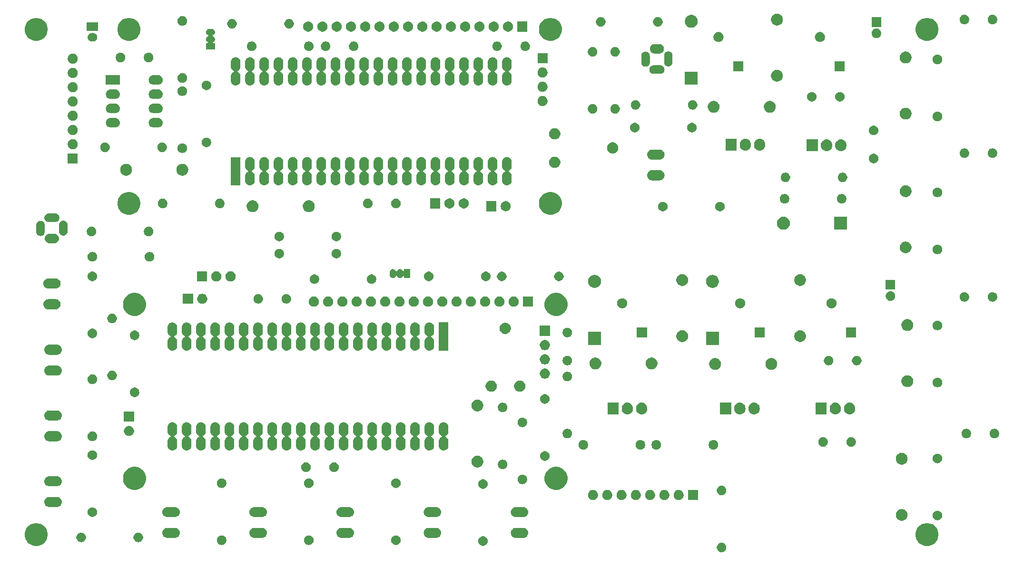
<source format=gbr>
G04 #@! TF.GenerationSoftware,KiCad,Pcbnew,(5.1.5-0-10_14)*
G04 #@! TF.CreationDate,2020-04-27T06:18:58+02:00*
G04 #@! TF.ProjectId,Main_Board_v1,4d61696e-5f42-46f6-9172-645f76312e6b,rev?*
G04 #@! TF.SameCoordinates,Original*
G04 #@! TF.FileFunction,Soldermask,Bot*
G04 #@! TF.FilePolarity,Negative*
%FSLAX46Y46*%
G04 Gerber Fmt 4.6, Leading zero omitted, Abs format (unit mm)*
G04 Created by KiCad (PCBNEW (5.1.5-0-10_14)) date 2020-04-27 06:18:58*
%MOMM*%
%LPD*%
G04 APERTURE LIST*
%ADD10C,0.100000*%
G04 APERTURE END LIST*
D10*
G36*
X153556082Y-128351086D02*
G01*
X153710954Y-128415236D01*
X153850335Y-128508368D01*
X153968869Y-128626902D01*
X154062001Y-128766283D01*
X154126151Y-128921155D01*
X154158854Y-129085567D01*
X154158854Y-129253199D01*
X154126151Y-129417611D01*
X154062001Y-129572483D01*
X153968869Y-129711864D01*
X153850335Y-129830398D01*
X153710954Y-129923530D01*
X153556082Y-129987680D01*
X153391670Y-130020383D01*
X153224038Y-130020383D01*
X153059626Y-129987680D01*
X152904754Y-129923530D01*
X152765373Y-129830398D01*
X152646839Y-129711864D01*
X152553707Y-129572483D01*
X152489557Y-129417611D01*
X152456854Y-129253199D01*
X152456854Y-129085567D01*
X152489557Y-128921155D01*
X152553707Y-128766283D01*
X152646839Y-128626902D01*
X152765373Y-128508368D01*
X152904754Y-128415236D01*
X153059626Y-128351086D01*
X153224038Y-128318383D01*
X153391670Y-128318383D01*
X153556082Y-128351086D01*
G37*
G36*
X190456108Y-124897201D02*
G01*
X190829365Y-125051809D01*
X190829367Y-125051810D01*
X191165290Y-125276267D01*
X191450970Y-125561947D01*
X191621127Y-125816604D01*
X191675428Y-125897872D01*
X191830036Y-126271129D01*
X191908854Y-126667376D01*
X191908854Y-127071390D01*
X191830036Y-127467637D01*
X191698345Y-127785567D01*
X191675427Y-127840896D01*
X191450970Y-128176819D01*
X191165290Y-128462499D01*
X190829367Y-128686956D01*
X190829366Y-128686957D01*
X190829365Y-128686957D01*
X190456108Y-128841565D01*
X190059861Y-128920383D01*
X189655847Y-128920383D01*
X189259600Y-128841565D01*
X188886343Y-128686957D01*
X188886342Y-128686957D01*
X188886341Y-128686956D01*
X188550418Y-128462499D01*
X188264738Y-128176819D01*
X188040281Y-127840896D01*
X188017363Y-127785567D01*
X187885672Y-127467637D01*
X187806854Y-127071390D01*
X187806854Y-126667376D01*
X187885672Y-126271129D01*
X188040280Y-125897872D01*
X188094582Y-125816604D01*
X188264738Y-125561947D01*
X188550418Y-125276267D01*
X188886341Y-125051810D01*
X188886343Y-125051809D01*
X189259600Y-124897201D01*
X189655847Y-124818383D01*
X190059861Y-124818383D01*
X190456108Y-124897201D01*
G37*
G36*
X31956108Y-124897201D02*
G01*
X32329365Y-125051809D01*
X32329367Y-125051810D01*
X32665290Y-125276267D01*
X32950970Y-125561947D01*
X33121127Y-125816604D01*
X33175428Y-125897872D01*
X33330036Y-126271129D01*
X33408854Y-126667376D01*
X33408854Y-127071390D01*
X33330036Y-127467637D01*
X33198345Y-127785567D01*
X33175427Y-127840896D01*
X32950970Y-128176819D01*
X32665290Y-128462499D01*
X32329367Y-128686956D01*
X32329366Y-128686957D01*
X32329365Y-128686957D01*
X31956108Y-128841565D01*
X31559861Y-128920383D01*
X31155847Y-128920383D01*
X30759600Y-128841565D01*
X30386343Y-128686957D01*
X30386342Y-128686957D01*
X30386341Y-128686956D01*
X30050418Y-128462499D01*
X29764738Y-128176819D01*
X29540281Y-127840896D01*
X29517363Y-127785567D01*
X29385672Y-127467637D01*
X29306854Y-127071390D01*
X29306854Y-126667376D01*
X29385672Y-126271129D01*
X29540280Y-125897872D01*
X29594582Y-125816604D01*
X29764738Y-125561947D01*
X30050418Y-125276267D01*
X30386341Y-125051810D01*
X30386343Y-125051809D01*
X30759600Y-124897201D01*
X31155847Y-124818383D01*
X31559861Y-124818383D01*
X31956108Y-124897201D01*
G37*
G36*
X111106082Y-127211086D02*
G01*
X111260954Y-127275236D01*
X111400335Y-127368368D01*
X111518869Y-127486902D01*
X111612001Y-127626283D01*
X111676151Y-127781155D01*
X111708854Y-127945567D01*
X111708854Y-128113199D01*
X111676151Y-128277611D01*
X111612001Y-128432483D01*
X111518869Y-128571864D01*
X111400335Y-128690398D01*
X111260954Y-128783530D01*
X111106082Y-128847680D01*
X110941670Y-128880383D01*
X110774038Y-128880383D01*
X110609626Y-128847680D01*
X110454754Y-128783530D01*
X110315373Y-128690398D01*
X110196839Y-128571864D01*
X110103707Y-128432483D01*
X110039557Y-128277611D01*
X110006854Y-128113199D01*
X110006854Y-127945567D01*
X110039557Y-127781155D01*
X110103707Y-127626283D01*
X110196839Y-127486902D01*
X110315373Y-127368368D01*
X110454754Y-127275236D01*
X110609626Y-127211086D01*
X110774038Y-127178383D01*
X110941670Y-127178383D01*
X111106082Y-127211086D01*
G37*
G36*
X95606082Y-127051086D02*
G01*
X95760954Y-127115236D01*
X95900335Y-127208368D01*
X96018869Y-127326902D01*
X96112001Y-127466283D01*
X96176151Y-127621155D01*
X96208854Y-127785567D01*
X96208854Y-127953199D01*
X96176151Y-128117611D01*
X96112001Y-128272483D01*
X96018869Y-128411864D01*
X95900335Y-128530398D01*
X95760954Y-128623530D01*
X95606082Y-128687680D01*
X95441670Y-128720383D01*
X95274038Y-128720383D01*
X95109626Y-128687680D01*
X94954754Y-128623530D01*
X94815373Y-128530398D01*
X94696839Y-128411864D01*
X94603707Y-128272483D01*
X94539557Y-128117611D01*
X94506854Y-127953199D01*
X94506854Y-127785567D01*
X94539557Y-127621155D01*
X94603707Y-127466283D01*
X94696839Y-127326902D01*
X94815373Y-127208368D01*
X94954754Y-127115236D01*
X95109626Y-127051086D01*
X95274038Y-127018383D01*
X95441670Y-127018383D01*
X95606082Y-127051086D01*
G37*
G36*
X80106082Y-127051086D02*
G01*
X80260954Y-127115236D01*
X80400335Y-127208368D01*
X80518869Y-127326902D01*
X80612001Y-127466283D01*
X80676151Y-127621155D01*
X80708854Y-127785567D01*
X80708854Y-127953199D01*
X80676151Y-128117611D01*
X80612001Y-128272483D01*
X80518869Y-128411864D01*
X80400335Y-128530398D01*
X80260954Y-128623530D01*
X80106082Y-128687680D01*
X79941670Y-128720383D01*
X79774038Y-128720383D01*
X79609626Y-128687680D01*
X79454754Y-128623530D01*
X79315373Y-128530398D01*
X79196839Y-128411864D01*
X79103707Y-128272483D01*
X79039557Y-128117611D01*
X79006854Y-127953199D01*
X79006854Y-127785567D01*
X79039557Y-127621155D01*
X79103707Y-127466283D01*
X79196839Y-127326902D01*
X79315373Y-127208368D01*
X79454754Y-127115236D01*
X79609626Y-127051086D01*
X79774038Y-127018383D01*
X79941670Y-127018383D01*
X80106082Y-127051086D01*
G37*
G36*
X64606082Y-127051086D02*
G01*
X64760954Y-127115236D01*
X64900335Y-127208368D01*
X65018869Y-127326902D01*
X65112001Y-127466283D01*
X65176151Y-127621155D01*
X65208854Y-127785567D01*
X65208854Y-127953199D01*
X65176151Y-128117611D01*
X65112001Y-128272483D01*
X65018869Y-128411864D01*
X64900335Y-128530398D01*
X64760954Y-128623530D01*
X64606082Y-128687680D01*
X64441670Y-128720383D01*
X64274038Y-128720383D01*
X64109626Y-128687680D01*
X63954754Y-128623530D01*
X63815373Y-128530398D01*
X63696839Y-128411864D01*
X63603707Y-128272483D01*
X63539557Y-128117611D01*
X63506854Y-127953199D01*
X63506854Y-127785567D01*
X63539557Y-127621155D01*
X63603707Y-127466283D01*
X63696839Y-127326902D01*
X63815373Y-127208368D01*
X63954754Y-127115236D01*
X64109626Y-127051086D01*
X64274038Y-127018383D01*
X64441670Y-127018383D01*
X64606082Y-127051086D01*
G37*
G36*
X49766082Y-126551086D02*
G01*
X49920954Y-126615236D01*
X50060335Y-126708368D01*
X50178869Y-126826902D01*
X50272001Y-126966283D01*
X50336151Y-127121155D01*
X50368854Y-127285567D01*
X50368854Y-127453199D01*
X50336151Y-127617611D01*
X50272001Y-127772483D01*
X50178869Y-127911864D01*
X50060335Y-128030398D01*
X49920954Y-128123530D01*
X49766082Y-128187680D01*
X49601670Y-128220383D01*
X49434038Y-128220383D01*
X49269626Y-128187680D01*
X49114754Y-128123530D01*
X48975373Y-128030398D01*
X48856839Y-127911864D01*
X48763707Y-127772483D01*
X48699557Y-127617611D01*
X48666854Y-127453199D01*
X48666854Y-127285567D01*
X48699557Y-127121155D01*
X48763707Y-126966283D01*
X48856839Y-126826902D01*
X48975373Y-126708368D01*
X49114754Y-126615236D01*
X49269626Y-126551086D01*
X49434038Y-126518383D01*
X49601670Y-126518383D01*
X49766082Y-126551086D01*
G37*
G36*
X39606082Y-126551086D02*
G01*
X39760954Y-126615236D01*
X39900335Y-126708368D01*
X40018869Y-126826902D01*
X40112001Y-126966283D01*
X40176151Y-127121155D01*
X40208854Y-127285567D01*
X40208854Y-127453199D01*
X40176151Y-127617611D01*
X40112001Y-127772483D01*
X40018869Y-127911864D01*
X39900335Y-128030398D01*
X39760954Y-128123530D01*
X39606082Y-128187680D01*
X39441670Y-128220383D01*
X39274038Y-128220383D01*
X39109626Y-128187680D01*
X38954754Y-128123530D01*
X38815373Y-128030398D01*
X38696839Y-127911864D01*
X38603707Y-127772483D01*
X38539557Y-127617611D01*
X38506854Y-127453199D01*
X38506854Y-127285567D01*
X38539557Y-127121155D01*
X38603707Y-126966283D01*
X38696839Y-126826902D01*
X38815373Y-126708368D01*
X38954754Y-126615236D01*
X39109626Y-126551086D01*
X39274038Y-126518383D01*
X39441670Y-126518383D01*
X39606082Y-126551086D01*
G37*
G36*
X71618296Y-125674901D02*
G01*
X71684481Y-125681420D01*
X71854320Y-125732940D01*
X72010845Y-125816605D01*
X72046583Y-125845935D01*
X72148040Y-125929197D01*
X72231302Y-126030654D01*
X72260632Y-126066392D01*
X72344297Y-126222917D01*
X72395817Y-126392756D01*
X72413213Y-126569383D01*
X72395817Y-126746010D01*
X72344297Y-126915849D01*
X72260632Y-127072374D01*
X72231302Y-127108112D01*
X72148040Y-127209569D01*
X72046583Y-127292831D01*
X72010845Y-127322161D01*
X71854320Y-127405826D01*
X71684481Y-127457346D01*
X71618297Y-127463864D01*
X71552114Y-127470383D01*
X70163594Y-127470383D01*
X70097411Y-127463864D01*
X70031227Y-127457346D01*
X69861388Y-127405826D01*
X69704863Y-127322161D01*
X69669125Y-127292831D01*
X69567668Y-127209569D01*
X69484406Y-127108112D01*
X69455076Y-127072374D01*
X69371411Y-126915849D01*
X69319891Y-126746010D01*
X69302495Y-126569383D01*
X69319891Y-126392756D01*
X69371411Y-126222917D01*
X69455076Y-126066392D01*
X69484406Y-126030654D01*
X69567668Y-125929197D01*
X69669125Y-125845935D01*
X69704863Y-125816605D01*
X69861388Y-125732940D01*
X70031227Y-125681420D01*
X70097412Y-125674901D01*
X70163594Y-125668383D01*
X71552114Y-125668383D01*
X71618296Y-125674901D01*
G37*
G36*
X118118296Y-125674901D02*
G01*
X118184481Y-125681420D01*
X118354320Y-125732940D01*
X118510845Y-125816605D01*
X118546583Y-125845935D01*
X118648040Y-125929197D01*
X118731302Y-126030654D01*
X118760632Y-126066392D01*
X118844297Y-126222917D01*
X118895817Y-126392756D01*
X118913213Y-126569383D01*
X118895817Y-126746010D01*
X118844297Y-126915849D01*
X118760632Y-127072374D01*
X118731302Y-127108112D01*
X118648040Y-127209569D01*
X118546583Y-127292831D01*
X118510845Y-127322161D01*
X118354320Y-127405826D01*
X118184481Y-127457346D01*
X118118297Y-127463864D01*
X118052114Y-127470383D01*
X116663594Y-127470383D01*
X116597411Y-127463864D01*
X116531227Y-127457346D01*
X116361388Y-127405826D01*
X116204863Y-127322161D01*
X116169125Y-127292831D01*
X116067668Y-127209569D01*
X115984406Y-127108112D01*
X115955076Y-127072374D01*
X115871411Y-126915849D01*
X115819891Y-126746010D01*
X115802495Y-126569383D01*
X115819891Y-126392756D01*
X115871411Y-126222917D01*
X115955076Y-126066392D01*
X115984406Y-126030654D01*
X116067668Y-125929197D01*
X116169125Y-125845935D01*
X116204863Y-125816605D01*
X116361388Y-125732940D01*
X116531227Y-125681420D01*
X116597412Y-125674901D01*
X116663594Y-125668383D01*
X118052114Y-125668383D01*
X118118296Y-125674901D01*
G37*
G36*
X102618296Y-125674901D02*
G01*
X102684481Y-125681420D01*
X102854320Y-125732940D01*
X103010845Y-125816605D01*
X103046583Y-125845935D01*
X103148040Y-125929197D01*
X103231302Y-126030654D01*
X103260632Y-126066392D01*
X103344297Y-126222917D01*
X103395817Y-126392756D01*
X103413213Y-126569383D01*
X103395817Y-126746010D01*
X103344297Y-126915849D01*
X103260632Y-127072374D01*
X103231302Y-127108112D01*
X103148040Y-127209569D01*
X103046583Y-127292831D01*
X103010845Y-127322161D01*
X102854320Y-127405826D01*
X102684481Y-127457346D01*
X102618297Y-127463864D01*
X102552114Y-127470383D01*
X101163594Y-127470383D01*
X101097411Y-127463864D01*
X101031227Y-127457346D01*
X100861388Y-127405826D01*
X100704863Y-127322161D01*
X100669125Y-127292831D01*
X100567668Y-127209569D01*
X100484406Y-127108112D01*
X100455076Y-127072374D01*
X100371411Y-126915849D01*
X100319891Y-126746010D01*
X100302495Y-126569383D01*
X100319891Y-126392756D01*
X100371411Y-126222917D01*
X100455076Y-126066392D01*
X100484406Y-126030654D01*
X100567668Y-125929197D01*
X100669125Y-125845935D01*
X100704863Y-125816605D01*
X100861388Y-125732940D01*
X101031227Y-125681420D01*
X101097412Y-125674901D01*
X101163594Y-125668383D01*
X102552114Y-125668383D01*
X102618296Y-125674901D01*
G37*
G36*
X56118296Y-125674901D02*
G01*
X56184481Y-125681420D01*
X56354320Y-125732940D01*
X56510845Y-125816605D01*
X56546583Y-125845935D01*
X56648040Y-125929197D01*
X56731302Y-126030654D01*
X56760632Y-126066392D01*
X56844297Y-126222917D01*
X56895817Y-126392756D01*
X56913213Y-126569383D01*
X56895817Y-126746010D01*
X56844297Y-126915849D01*
X56760632Y-127072374D01*
X56731302Y-127108112D01*
X56648040Y-127209569D01*
X56546583Y-127292831D01*
X56510845Y-127322161D01*
X56354320Y-127405826D01*
X56184481Y-127457346D01*
X56118297Y-127463864D01*
X56052114Y-127470383D01*
X54663594Y-127470383D01*
X54597411Y-127463864D01*
X54531227Y-127457346D01*
X54361388Y-127405826D01*
X54204863Y-127322161D01*
X54169125Y-127292831D01*
X54067668Y-127209569D01*
X53984406Y-127108112D01*
X53955076Y-127072374D01*
X53871411Y-126915849D01*
X53819891Y-126746010D01*
X53802495Y-126569383D01*
X53819891Y-126392756D01*
X53871411Y-126222917D01*
X53955076Y-126066392D01*
X53984406Y-126030654D01*
X54067668Y-125929197D01*
X54169125Y-125845935D01*
X54204863Y-125816605D01*
X54361388Y-125732940D01*
X54531227Y-125681420D01*
X54597412Y-125674901D01*
X54663594Y-125668383D01*
X56052114Y-125668383D01*
X56118296Y-125674901D01*
G37*
G36*
X87118296Y-125674901D02*
G01*
X87184481Y-125681420D01*
X87354320Y-125732940D01*
X87510845Y-125816605D01*
X87546583Y-125845935D01*
X87648040Y-125929197D01*
X87731302Y-126030654D01*
X87760632Y-126066392D01*
X87844297Y-126222917D01*
X87895817Y-126392756D01*
X87913213Y-126569383D01*
X87895817Y-126746010D01*
X87844297Y-126915849D01*
X87760632Y-127072374D01*
X87731302Y-127108112D01*
X87648040Y-127209569D01*
X87546583Y-127292831D01*
X87510845Y-127322161D01*
X87354320Y-127405826D01*
X87184481Y-127457346D01*
X87118297Y-127463864D01*
X87052114Y-127470383D01*
X85663594Y-127470383D01*
X85597411Y-127463864D01*
X85531227Y-127457346D01*
X85361388Y-127405826D01*
X85204863Y-127322161D01*
X85169125Y-127292831D01*
X85067668Y-127209569D01*
X84984406Y-127108112D01*
X84955076Y-127072374D01*
X84871411Y-126915849D01*
X84819891Y-126746010D01*
X84802495Y-126569383D01*
X84819891Y-126392756D01*
X84871411Y-126222917D01*
X84955076Y-126066392D01*
X84984406Y-126030654D01*
X85067668Y-125929197D01*
X85169125Y-125845935D01*
X85204863Y-125816605D01*
X85361388Y-125732940D01*
X85531227Y-125681420D01*
X85597412Y-125674901D01*
X85663594Y-125668383D01*
X87052114Y-125668383D01*
X87118296Y-125674901D01*
G37*
G36*
X185664418Y-122358772D02*
G01*
X185855687Y-122437998D01*
X185855689Y-122437999D01*
X185898019Y-122466283D01*
X186027827Y-122553018D01*
X186174219Y-122699410D01*
X186289239Y-122871550D01*
X186368465Y-123062819D01*
X186408854Y-123265867D01*
X186408854Y-123472899D01*
X186368465Y-123675947D01*
X186329348Y-123770383D01*
X186289238Y-123867218D01*
X186174219Y-124039356D01*
X186027827Y-124185748D01*
X185855689Y-124300767D01*
X185855688Y-124300768D01*
X185855687Y-124300768D01*
X185664418Y-124379994D01*
X185461370Y-124420383D01*
X185254338Y-124420383D01*
X185051290Y-124379994D01*
X184860021Y-124300768D01*
X184860020Y-124300768D01*
X184860019Y-124300767D01*
X184687881Y-124185748D01*
X184541489Y-124039356D01*
X184426470Y-123867218D01*
X184386360Y-123770383D01*
X184347243Y-123675947D01*
X184306854Y-123472899D01*
X184306854Y-123265867D01*
X184347243Y-123062819D01*
X184426469Y-122871550D01*
X184541489Y-122699410D01*
X184687881Y-122553018D01*
X184817689Y-122466283D01*
X184860019Y-122437999D01*
X184860021Y-122437998D01*
X185051290Y-122358772D01*
X185254338Y-122318383D01*
X185461370Y-122318383D01*
X185664418Y-122358772D01*
G37*
G36*
X191956082Y-122651086D02*
G01*
X192110954Y-122715236D01*
X192250335Y-122808368D01*
X192368869Y-122926902D01*
X192462001Y-123066283D01*
X192526151Y-123221155D01*
X192558854Y-123385567D01*
X192558854Y-123553199D01*
X192526151Y-123717611D01*
X192462001Y-123872483D01*
X192368869Y-124011864D01*
X192250335Y-124130398D01*
X192110954Y-124223530D01*
X191956082Y-124287680D01*
X191791670Y-124320383D01*
X191624038Y-124320383D01*
X191459626Y-124287680D01*
X191304754Y-124223530D01*
X191165373Y-124130398D01*
X191046839Y-124011864D01*
X190953707Y-123872483D01*
X190889557Y-123717611D01*
X190856854Y-123553199D01*
X190856854Y-123385567D01*
X190889557Y-123221155D01*
X190953707Y-123066283D01*
X191046839Y-122926902D01*
X191165373Y-122808368D01*
X191304754Y-122715236D01*
X191459626Y-122651086D01*
X191624038Y-122618383D01*
X191791670Y-122618383D01*
X191956082Y-122651086D01*
G37*
G36*
X71618296Y-121974901D02*
G01*
X71684481Y-121981420D01*
X71854320Y-122032940D01*
X72010845Y-122116605D01*
X72046583Y-122145935D01*
X72148040Y-122229197D01*
X72221232Y-122318383D01*
X72260632Y-122366392D01*
X72344297Y-122522917D01*
X72395817Y-122692756D01*
X72413213Y-122869383D01*
X72395817Y-123046010D01*
X72344297Y-123215849D01*
X72260632Y-123372374D01*
X72231302Y-123408112D01*
X72148040Y-123509569D01*
X72046583Y-123592831D01*
X72010845Y-123622161D01*
X71854320Y-123705826D01*
X71684481Y-123757346D01*
X71618297Y-123763864D01*
X71552114Y-123770383D01*
X70163594Y-123770383D01*
X70097411Y-123763864D01*
X70031227Y-123757346D01*
X69861388Y-123705826D01*
X69704863Y-123622161D01*
X69669125Y-123592831D01*
X69567668Y-123509569D01*
X69484406Y-123408112D01*
X69455076Y-123372374D01*
X69371411Y-123215849D01*
X69319891Y-123046010D01*
X69302495Y-122869383D01*
X69319891Y-122692756D01*
X69371411Y-122522917D01*
X69455076Y-122366392D01*
X69494476Y-122318383D01*
X69567668Y-122229197D01*
X69669125Y-122145935D01*
X69704863Y-122116605D01*
X69861388Y-122032940D01*
X70031227Y-121981420D01*
X70097412Y-121974901D01*
X70163594Y-121968383D01*
X71552114Y-121968383D01*
X71618296Y-121974901D01*
G37*
G36*
X56118296Y-121974901D02*
G01*
X56184481Y-121981420D01*
X56354320Y-122032940D01*
X56510845Y-122116605D01*
X56546583Y-122145935D01*
X56648040Y-122229197D01*
X56721232Y-122318383D01*
X56760632Y-122366392D01*
X56844297Y-122522917D01*
X56895817Y-122692756D01*
X56913213Y-122869383D01*
X56895817Y-123046010D01*
X56844297Y-123215849D01*
X56760632Y-123372374D01*
X56731302Y-123408112D01*
X56648040Y-123509569D01*
X56546583Y-123592831D01*
X56510845Y-123622161D01*
X56354320Y-123705826D01*
X56184481Y-123757346D01*
X56118297Y-123763864D01*
X56052114Y-123770383D01*
X54663594Y-123770383D01*
X54597411Y-123763864D01*
X54531227Y-123757346D01*
X54361388Y-123705826D01*
X54204863Y-123622161D01*
X54169125Y-123592831D01*
X54067668Y-123509569D01*
X53984406Y-123408112D01*
X53955076Y-123372374D01*
X53871411Y-123215849D01*
X53819891Y-123046010D01*
X53802495Y-122869383D01*
X53819891Y-122692756D01*
X53871411Y-122522917D01*
X53955076Y-122366392D01*
X53994476Y-122318383D01*
X54067668Y-122229197D01*
X54169125Y-122145935D01*
X54204863Y-122116605D01*
X54361388Y-122032940D01*
X54531227Y-121981420D01*
X54597412Y-121974901D01*
X54663594Y-121968383D01*
X56052114Y-121968383D01*
X56118296Y-121974901D01*
G37*
G36*
X118118296Y-121974901D02*
G01*
X118184481Y-121981420D01*
X118354320Y-122032940D01*
X118510845Y-122116605D01*
X118546583Y-122145935D01*
X118648040Y-122229197D01*
X118721232Y-122318383D01*
X118760632Y-122366392D01*
X118844297Y-122522917D01*
X118895817Y-122692756D01*
X118913213Y-122869383D01*
X118895817Y-123046010D01*
X118844297Y-123215849D01*
X118760632Y-123372374D01*
X118731302Y-123408112D01*
X118648040Y-123509569D01*
X118546583Y-123592831D01*
X118510845Y-123622161D01*
X118354320Y-123705826D01*
X118184481Y-123757346D01*
X118118297Y-123763864D01*
X118052114Y-123770383D01*
X116663594Y-123770383D01*
X116597411Y-123763864D01*
X116531227Y-123757346D01*
X116361388Y-123705826D01*
X116204863Y-123622161D01*
X116169125Y-123592831D01*
X116067668Y-123509569D01*
X115984406Y-123408112D01*
X115955076Y-123372374D01*
X115871411Y-123215849D01*
X115819891Y-123046010D01*
X115802495Y-122869383D01*
X115819891Y-122692756D01*
X115871411Y-122522917D01*
X115955076Y-122366392D01*
X115994476Y-122318383D01*
X116067668Y-122229197D01*
X116169125Y-122145935D01*
X116204863Y-122116605D01*
X116361388Y-122032940D01*
X116531227Y-121981420D01*
X116597412Y-121974901D01*
X116663594Y-121968383D01*
X118052114Y-121968383D01*
X118118296Y-121974901D01*
G37*
G36*
X102618296Y-121974901D02*
G01*
X102684481Y-121981420D01*
X102854320Y-122032940D01*
X103010845Y-122116605D01*
X103046583Y-122145935D01*
X103148040Y-122229197D01*
X103221232Y-122318383D01*
X103260632Y-122366392D01*
X103344297Y-122522917D01*
X103395817Y-122692756D01*
X103413213Y-122869383D01*
X103395817Y-123046010D01*
X103344297Y-123215849D01*
X103260632Y-123372374D01*
X103231302Y-123408112D01*
X103148040Y-123509569D01*
X103046583Y-123592831D01*
X103010845Y-123622161D01*
X102854320Y-123705826D01*
X102684481Y-123757346D01*
X102618297Y-123763864D01*
X102552114Y-123770383D01*
X101163594Y-123770383D01*
X101097411Y-123763864D01*
X101031227Y-123757346D01*
X100861388Y-123705826D01*
X100704863Y-123622161D01*
X100669125Y-123592831D01*
X100567668Y-123509569D01*
X100484406Y-123408112D01*
X100455076Y-123372374D01*
X100371411Y-123215849D01*
X100319891Y-123046010D01*
X100302495Y-122869383D01*
X100319891Y-122692756D01*
X100371411Y-122522917D01*
X100455076Y-122366392D01*
X100494476Y-122318383D01*
X100567668Y-122229197D01*
X100669125Y-122145935D01*
X100704863Y-122116605D01*
X100861388Y-122032940D01*
X101031227Y-121981420D01*
X101097412Y-121974901D01*
X101163594Y-121968383D01*
X102552114Y-121968383D01*
X102618296Y-121974901D01*
G37*
G36*
X87118296Y-121974901D02*
G01*
X87184481Y-121981420D01*
X87354320Y-122032940D01*
X87510845Y-122116605D01*
X87546583Y-122145935D01*
X87648040Y-122229197D01*
X87721232Y-122318383D01*
X87760632Y-122366392D01*
X87844297Y-122522917D01*
X87895817Y-122692756D01*
X87913213Y-122869383D01*
X87895817Y-123046010D01*
X87844297Y-123215849D01*
X87760632Y-123372374D01*
X87731302Y-123408112D01*
X87648040Y-123509569D01*
X87546583Y-123592831D01*
X87510845Y-123622161D01*
X87354320Y-123705826D01*
X87184481Y-123757346D01*
X87118297Y-123763864D01*
X87052114Y-123770383D01*
X85663594Y-123770383D01*
X85597411Y-123763864D01*
X85531227Y-123757346D01*
X85361388Y-123705826D01*
X85204863Y-123622161D01*
X85169125Y-123592831D01*
X85067668Y-123509569D01*
X84984406Y-123408112D01*
X84955076Y-123372374D01*
X84871411Y-123215849D01*
X84819891Y-123046010D01*
X84802495Y-122869383D01*
X84819891Y-122692756D01*
X84871411Y-122522917D01*
X84955076Y-122366392D01*
X84994476Y-122318383D01*
X85067668Y-122229197D01*
X85169125Y-122145935D01*
X85204863Y-122116605D01*
X85361388Y-122032940D01*
X85531227Y-121981420D01*
X85597412Y-121974901D01*
X85663594Y-121968383D01*
X87052114Y-121968383D01*
X87118296Y-121974901D01*
G37*
G36*
X41606082Y-122051086D02*
G01*
X41760954Y-122115236D01*
X41900335Y-122208368D01*
X42018869Y-122326902D01*
X42112001Y-122466283D01*
X42176151Y-122621155D01*
X42208854Y-122785567D01*
X42208854Y-122953199D01*
X42176151Y-123117611D01*
X42112001Y-123272483D01*
X42018869Y-123411864D01*
X41900335Y-123530398D01*
X41760954Y-123623530D01*
X41606082Y-123687680D01*
X41441670Y-123720383D01*
X41274038Y-123720383D01*
X41109626Y-123687680D01*
X40954754Y-123623530D01*
X40815373Y-123530398D01*
X40696839Y-123411864D01*
X40603707Y-123272483D01*
X40539557Y-123117611D01*
X40506854Y-122953199D01*
X40506854Y-122785567D01*
X40539557Y-122621155D01*
X40603707Y-122466283D01*
X40696839Y-122326902D01*
X40815373Y-122208368D01*
X40954754Y-122115236D01*
X41109626Y-122051086D01*
X41274038Y-122018383D01*
X41441670Y-122018383D01*
X41606082Y-122051086D01*
G37*
G36*
X35118297Y-120174902D02*
G01*
X35184481Y-120181420D01*
X35354320Y-120232940D01*
X35510845Y-120316605D01*
X35546583Y-120345935D01*
X35648040Y-120429197D01*
X35721931Y-120519235D01*
X35760632Y-120566392D01*
X35760633Y-120566394D01*
X35824436Y-120685759D01*
X35844297Y-120722917D01*
X35895817Y-120892756D01*
X35913213Y-121069383D01*
X35895817Y-121246010D01*
X35844297Y-121415849D01*
X35760632Y-121572374D01*
X35731302Y-121608112D01*
X35648040Y-121709569D01*
X35546583Y-121792831D01*
X35510845Y-121822161D01*
X35354320Y-121905826D01*
X35184481Y-121957346D01*
X35118296Y-121963865D01*
X35052114Y-121970383D01*
X33663594Y-121970383D01*
X33597412Y-121963865D01*
X33531227Y-121957346D01*
X33361388Y-121905826D01*
X33204863Y-121822161D01*
X33169125Y-121792831D01*
X33067668Y-121709569D01*
X32984406Y-121608112D01*
X32955076Y-121572374D01*
X32871411Y-121415849D01*
X32819891Y-121246010D01*
X32802495Y-121069383D01*
X32819891Y-120892756D01*
X32871411Y-120722917D01*
X32891273Y-120685759D01*
X32955075Y-120566394D01*
X32955076Y-120566392D01*
X32993777Y-120519235D01*
X33067668Y-120429197D01*
X33169125Y-120345935D01*
X33204863Y-120316605D01*
X33361388Y-120232940D01*
X33531227Y-120181420D01*
X33597411Y-120174902D01*
X33663594Y-120168383D01*
X35052114Y-120168383D01*
X35118297Y-120174902D01*
G37*
G36*
X133081366Y-118923310D02*
G01*
X133230666Y-118953007D01*
X133394638Y-119020927D01*
X133542208Y-119119530D01*
X133667707Y-119245029D01*
X133766310Y-119392599D01*
X133834230Y-119556571D01*
X133868854Y-119730642D01*
X133868854Y-119908124D01*
X133834230Y-120082195D01*
X133766310Y-120246167D01*
X133667707Y-120393737D01*
X133542208Y-120519236D01*
X133394638Y-120617839D01*
X133230666Y-120685759D01*
X133081366Y-120715456D01*
X133056596Y-120720383D01*
X132879112Y-120720383D01*
X132854342Y-120715456D01*
X132705042Y-120685759D01*
X132541070Y-120617839D01*
X132393500Y-120519236D01*
X132268001Y-120393737D01*
X132169398Y-120246167D01*
X132101478Y-120082195D01*
X132066854Y-119908124D01*
X132066854Y-119730642D01*
X132101478Y-119556571D01*
X132169398Y-119392599D01*
X132268001Y-119245029D01*
X132393500Y-119119530D01*
X132541070Y-119020927D01*
X132705042Y-118953007D01*
X132854342Y-118923310D01*
X132879112Y-118918383D01*
X133056596Y-118918383D01*
X133081366Y-118923310D01*
G37*
G36*
X130541366Y-118923310D02*
G01*
X130690666Y-118953007D01*
X130854638Y-119020927D01*
X131002208Y-119119530D01*
X131127707Y-119245029D01*
X131226310Y-119392599D01*
X131294230Y-119556571D01*
X131328854Y-119730642D01*
X131328854Y-119908124D01*
X131294230Y-120082195D01*
X131226310Y-120246167D01*
X131127707Y-120393737D01*
X131002208Y-120519236D01*
X130854638Y-120617839D01*
X130690666Y-120685759D01*
X130541366Y-120715456D01*
X130516596Y-120720383D01*
X130339112Y-120720383D01*
X130314342Y-120715456D01*
X130165042Y-120685759D01*
X130001070Y-120617839D01*
X129853500Y-120519236D01*
X129728001Y-120393737D01*
X129629398Y-120246167D01*
X129561478Y-120082195D01*
X129526854Y-119908124D01*
X129526854Y-119730642D01*
X129561478Y-119556571D01*
X129629398Y-119392599D01*
X129728001Y-119245029D01*
X129853500Y-119119530D01*
X130001070Y-119020927D01*
X130165042Y-118953007D01*
X130314342Y-118923310D01*
X130339112Y-118918383D01*
X130516596Y-118918383D01*
X130541366Y-118923310D01*
G37*
G36*
X135621366Y-118923310D02*
G01*
X135770666Y-118953007D01*
X135934638Y-119020927D01*
X136082208Y-119119530D01*
X136207707Y-119245029D01*
X136306310Y-119392599D01*
X136374230Y-119556571D01*
X136408854Y-119730642D01*
X136408854Y-119908124D01*
X136374230Y-120082195D01*
X136306310Y-120246167D01*
X136207707Y-120393737D01*
X136082208Y-120519236D01*
X135934638Y-120617839D01*
X135770666Y-120685759D01*
X135621366Y-120715456D01*
X135596596Y-120720383D01*
X135419112Y-120720383D01*
X135394342Y-120715456D01*
X135245042Y-120685759D01*
X135081070Y-120617839D01*
X134933500Y-120519236D01*
X134808001Y-120393737D01*
X134709398Y-120246167D01*
X134641478Y-120082195D01*
X134606854Y-119908124D01*
X134606854Y-119730642D01*
X134641478Y-119556571D01*
X134709398Y-119392599D01*
X134808001Y-119245029D01*
X134933500Y-119119530D01*
X135081070Y-119020927D01*
X135245042Y-118953007D01*
X135394342Y-118923310D01*
X135419112Y-118918383D01*
X135596596Y-118918383D01*
X135621366Y-118923310D01*
G37*
G36*
X138161366Y-118923310D02*
G01*
X138310666Y-118953007D01*
X138474638Y-119020927D01*
X138622208Y-119119530D01*
X138747707Y-119245029D01*
X138846310Y-119392599D01*
X138914230Y-119556571D01*
X138948854Y-119730642D01*
X138948854Y-119908124D01*
X138914230Y-120082195D01*
X138846310Y-120246167D01*
X138747707Y-120393737D01*
X138622208Y-120519236D01*
X138474638Y-120617839D01*
X138310666Y-120685759D01*
X138161366Y-120715456D01*
X138136596Y-120720383D01*
X137959112Y-120720383D01*
X137934342Y-120715456D01*
X137785042Y-120685759D01*
X137621070Y-120617839D01*
X137473500Y-120519236D01*
X137348001Y-120393737D01*
X137249398Y-120246167D01*
X137181478Y-120082195D01*
X137146854Y-119908124D01*
X137146854Y-119730642D01*
X137181478Y-119556571D01*
X137249398Y-119392599D01*
X137348001Y-119245029D01*
X137473500Y-119119530D01*
X137621070Y-119020927D01*
X137785042Y-118953007D01*
X137934342Y-118923310D01*
X137959112Y-118918383D01*
X138136596Y-118918383D01*
X138161366Y-118923310D01*
G37*
G36*
X140701366Y-118923310D02*
G01*
X140850666Y-118953007D01*
X141014638Y-119020927D01*
X141162208Y-119119530D01*
X141287707Y-119245029D01*
X141386310Y-119392599D01*
X141454230Y-119556571D01*
X141488854Y-119730642D01*
X141488854Y-119908124D01*
X141454230Y-120082195D01*
X141386310Y-120246167D01*
X141287707Y-120393737D01*
X141162208Y-120519236D01*
X141014638Y-120617839D01*
X140850666Y-120685759D01*
X140701366Y-120715456D01*
X140676596Y-120720383D01*
X140499112Y-120720383D01*
X140474342Y-120715456D01*
X140325042Y-120685759D01*
X140161070Y-120617839D01*
X140013500Y-120519236D01*
X139888001Y-120393737D01*
X139789398Y-120246167D01*
X139721478Y-120082195D01*
X139686854Y-119908124D01*
X139686854Y-119730642D01*
X139721478Y-119556571D01*
X139789398Y-119392599D01*
X139888001Y-119245029D01*
X140013500Y-119119530D01*
X140161070Y-119020927D01*
X140325042Y-118953007D01*
X140474342Y-118923310D01*
X140499112Y-118918383D01*
X140676596Y-118918383D01*
X140701366Y-118923310D01*
G37*
G36*
X143241366Y-118923310D02*
G01*
X143390666Y-118953007D01*
X143554638Y-119020927D01*
X143702208Y-119119530D01*
X143827707Y-119245029D01*
X143926310Y-119392599D01*
X143994230Y-119556571D01*
X144028854Y-119730642D01*
X144028854Y-119908124D01*
X143994230Y-120082195D01*
X143926310Y-120246167D01*
X143827707Y-120393737D01*
X143702208Y-120519236D01*
X143554638Y-120617839D01*
X143390666Y-120685759D01*
X143241366Y-120715456D01*
X143216596Y-120720383D01*
X143039112Y-120720383D01*
X143014342Y-120715456D01*
X142865042Y-120685759D01*
X142701070Y-120617839D01*
X142553500Y-120519236D01*
X142428001Y-120393737D01*
X142329398Y-120246167D01*
X142261478Y-120082195D01*
X142226854Y-119908124D01*
X142226854Y-119730642D01*
X142261478Y-119556571D01*
X142329398Y-119392599D01*
X142428001Y-119245029D01*
X142553500Y-119119530D01*
X142701070Y-119020927D01*
X142865042Y-118953007D01*
X143014342Y-118923310D01*
X143039112Y-118918383D01*
X143216596Y-118918383D01*
X143241366Y-118923310D01*
G37*
G36*
X145781366Y-118923310D02*
G01*
X145930666Y-118953007D01*
X146094638Y-119020927D01*
X146242208Y-119119530D01*
X146367707Y-119245029D01*
X146466310Y-119392599D01*
X146534230Y-119556571D01*
X146568854Y-119730642D01*
X146568854Y-119908124D01*
X146534230Y-120082195D01*
X146466310Y-120246167D01*
X146367707Y-120393737D01*
X146242208Y-120519236D01*
X146094638Y-120617839D01*
X145930666Y-120685759D01*
X145781366Y-120715456D01*
X145756596Y-120720383D01*
X145579112Y-120720383D01*
X145554342Y-120715456D01*
X145405042Y-120685759D01*
X145241070Y-120617839D01*
X145093500Y-120519236D01*
X144968001Y-120393737D01*
X144869398Y-120246167D01*
X144801478Y-120082195D01*
X144766854Y-119908124D01*
X144766854Y-119730642D01*
X144801478Y-119556571D01*
X144869398Y-119392599D01*
X144968001Y-119245029D01*
X145093500Y-119119530D01*
X145241070Y-119020927D01*
X145405042Y-118953007D01*
X145554342Y-118923310D01*
X145579112Y-118918383D01*
X145756596Y-118918383D01*
X145781366Y-118923310D01*
G37*
G36*
X149108854Y-120720383D02*
G01*
X147306854Y-120720383D01*
X147306854Y-118918383D01*
X149108854Y-118918383D01*
X149108854Y-120720383D01*
G37*
G36*
X153556082Y-118191086D02*
G01*
X153710954Y-118255236D01*
X153850335Y-118348368D01*
X153968869Y-118466902D01*
X154062001Y-118606283D01*
X154126151Y-118761155D01*
X154158854Y-118925567D01*
X154158854Y-119093199D01*
X154126151Y-119257611D01*
X154062001Y-119412483D01*
X153968869Y-119551864D01*
X153850335Y-119670398D01*
X153710954Y-119763530D01*
X153556082Y-119827680D01*
X153391670Y-119860383D01*
X153224038Y-119860383D01*
X153059626Y-119827680D01*
X152904754Y-119763530D01*
X152765373Y-119670398D01*
X152646839Y-119551864D01*
X152553707Y-119412483D01*
X152489557Y-119257611D01*
X152456854Y-119093199D01*
X152456854Y-118925567D01*
X152489557Y-118761155D01*
X152553707Y-118606283D01*
X152646839Y-118466902D01*
X152765373Y-118348368D01*
X152904754Y-118255236D01*
X153059626Y-118191086D01*
X153224038Y-118158383D01*
X153391670Y-118158383D01*
X153556082Y-118191086D01*
G37*
G36*
X124456108Y-114897201D02*
G01*
X124777674Y-115030398D01*
X124829367Y-115051810D01*
X125165290Y-115276267D01*
X125450970Y-115561947D01*
X125492119Y-115623530D01*
X125675428Y-115897872D01*
X125830036Y-116271129D01*
X125908854Y-116667376D01*
X125908854Y-117071390D01*
X125830036Y-117467637D01*
X125698345Y-117785567D01*
X125675427Y-117840896D01*
X125450970Y-118176819D01*
X125165290Y-118462499D01*
X124829367Y-118686956D01*
X124829366Y-118686957D01*
X124829365Y-118686957D01*
X124456108Y-118841565D01*
X124059861Y-118920383D01*
X123655847Y-118920383D01*
X123259600Y-118841565D01*
X122886343Y-118686957D01*
X122886342Y-118686957D01*
X122886341Y-118686956D01*
X122550418Y-118462499D01*
X122264738Y-118176819D01*
X122040281Y-117840896D01*
X122017363Y-117785567D01*
X121885672Y-117467637D01*
X121806854Y-117071390D01*
X121806854Y-116667376D01*
X121885672Y-116271129D01*
X122040280Y-115897872D01*
X122223590Y-115623530D01*
X122264738Y-115561947D01*
X122550418Y-115276267D01*
X122886341Y-115051810D01*
X122938034Y-115030398D01*
X123259600Y-114897201D01*
X123655847Y-114818383D01*
X124059861Y-114818383D01*
X124456108Y-114897201D01*
G37*
G36*
X49456108Y-114897201D02*
G01*
X49777674Y-115030398D01*
X49829367Y-115051810D01*
X50165290Y-115276267D01*
X50450970Y-115561947D01*
X50492119Y-115623530D01*
X50675428Y-115897872D01*
X50830036Y-116271129D01*
X50908854Y-116667376D01*
X50908854Y-117071390D01*
X50830036Y-117467637D01*
X50698345Y-117785567D01*
X50675427Y-117840896D01*
X50450970Y-118176819D01*
X50165290Y-118462499D01*
X49829367Y-118686956D01*
X49829366Y-118686957D01*
X49829365Y-118686957D01*
X49456108Y-118841565D01*
X49059861Y-118920383D01*
X48655847Y-118920383D01*
X48259600Y-118841565D01*
X47886343Y-118686957D01*
X47886342Y-118686957D01*
X47886341Y-118686956D01*
X47550418Y-118462499D01*
X47264738Y-118176819D01*
X47040281Y-117840896D01*
X47017363Y-117785567D01*
X46885672Y-117467637D01*
X46806854Y-117071390D01*
X46806854Y-116667376D01*
X46885672Y-116271129D01*
X47040280Y-115897872D01*
X47223590Y-115623530D01*
X47264738Y-115561947D01*
X47550418Y-115276267D01*
X47886341Y-115051810D01*
X47938034Y-115030398D01*
X48259600Y-114897201D01*
X48655847Y-114818383D01*
X49059861Y-114818383D01*
X49456108Y-114897201D01*
G37*
G36*
X111106082Y-117051086D02*
G01*
X111260954Y-117115236D01*
X111400335Y-117208368D01*
X111518869Y-117326902D01*
X111612001Y-117466283D01*
X111676151Y-117621155D01*
X111708854Y-117785567D01*
X111708854Y-117953199D01*
X111676151Y-118117611D01*
X111612001Y-118272483D01*
X111518869Y-118411864D01*
X111400335Y-118530398D01*
X111260954Y-118623530D01*
X111106082Y-118687680D01*
X110941670Y-118720383D01*
X110774038Y-118720383D01*
X110609626Y-118687680D01*
X110454754Y-118623530D01*
X110315373Y-118530398D01*
X110196839Y-118411864D01*
X110103707Y-118272483D01*
X110039557Y-118117611D01*
X110006854Y-117953199D01*
X110006854Y-117785567D01*
X110039557Y-117621155D01*
X110103707Y-117466283D01*
X110196839Y-117326902D01*
X110315373Y-117208368D01*
X110454754Y-117115236D01*
X110609626Y-117051086D01*
X110774038Y-117018383D01*
X110941670Y-117018383D01*
X111106082Y-117051086D01*
G37*
G36*
X80106082Y-116891086D02*
G01*
X80260954Y-116955236D01*
X80400335Y-117048368D01*
X80518869Y-117166902D01*
X80612001Y-117306283D01*
X80676151Y-117461155D01*
X80708854Y-117625567D01*
X80708854Y-117793199D01*
X80676151Y-117957611D01*
X80612001Y-118112483D01*
X80518869Y-118251864D01*
X80400335Y-118370398D01*
X80260954Y-118463530D01*
X80106082Y-118527680D01*
X79941670Y-118560383D01*
X79774038Y-118560383D01*
X79609626Y-118527680D01*
X79454754Y-118463530D01*
X79315373Y-118370398D01*
X79196839Y-118251864D01*
X79103707Y-118112483D01*
X79039557Y-117957611D01*
X79006854Y-117793199D01*
X79006854Y-117625567D01*
X79039557Y-117461155D01*
X79103707Y-117306283D01*
X79196839Y-117166902D01*
X79315373Y-117048368D01*
X79454754Y-116955236D01*
X79609626Y-116891086D01*
X79774038Y-116858383D01*
X79941670Y-116858383D01*
X80106082Y-116891086D01*
G37*
G36*
X95606082Y-116891086D02*
G01*
X95760954Y-116955236D01*
X95900335Y-117048368D01*
X96018869Y-117166902D01*
X96112001Y-117306283D01*
X96176151Y-117461155D01*
X96208854Y-117625567D01*
X96208854Y-117793199D01*
X96176151Y-117957611D01*
X96112001Y-118112483D01*
X96018869Y-118251864D01*
X95900335Y-118370398D01*
X95760954Y-118463530D01*
X95606082Y-118527680D01*
X95441670Y-118560383D01*
X95274038Y-118560383D01*
X95109626Y-118527680D01*
X94954754Y-118463530D01*
X94815373Y-118370398D01*
X94696839Y-118251864D01*
X94603707Y-118112483D01*
X94539557Y-117957611D01*
X94506854Y-117793199D01*
X94506854Y-117625567D01*
X94539557Y-117461155D01*
X94603707Y-117306283D01*
X94696839Y-117166902D01*
X94815373Y-117048368D01*
X94954754Y-116955236D01*
X95109626Y-116891086D01*
X95274038Y-116858383D01*
X95441670Y-116858383D01*
X95606082Y-116891086D01*
G37*
G36*
X64606082Y-116891086D02*
G01*
X64760954Y-116955236D01*
X64900335Y-117048368D01*
X65018869Y-117166902D01*
X65112001Y-117306283D01*
X65176151Y-117461155D01*
X65208854Y-117625567D01*
X65208854Y-117793199D01*
X65176151Y-117957611D01*
X65112001Y-118112483D01*
X65018869Y-118251864D01*
X64900335Y-118370398D01*
X64760954Y-118463530D01*
X64606082Y-118527680D01*
X64441670Y-118560383D01*
X64274038Y-118560383D01*
X64109626Y-118527680D01*
X63954754Y-118463530D01*
X63815373Y-118370398D01*
X63696839Y-118251864D01*
X63603707Y-118112483D01*
X63539557Y-117957611D01*
X63506854Y-117793199D01*
X63506854Y-117625567D01*
X63539557Y-117461155D01*
X63603707Y-117306283D01*
X63696839Y-117166902D01*
X63815373Y-117048368D01*
X63954754Y-116955236D01*
X64109626Y-116891086D01*
X64274038Y-116858383D01*
X64441670Y-116858383D01*
X64606082Y-116891086D01*
G37*
G36*
X35118297Y-116474902D02*
G01*
X35184481Y-116481420D01*
X35354320Y-116532940D01*
X35510845Y-116616605D01*
X35522641Y-116626286D01*
X35648040Y-116729197D01*
X35731302Y-116830654D01*
X35760632Y-116866392D01*
X35844297Y-117022917D01*
X35895817Y-117192756D01*
X35913213Y-117369383D01*
X35895817Y-117546010D01*
X35844297Y-117715849D01*
X35760632Y-117872374D01*
X35754059Y-117880383D01*
X35648040Y-118009569D01*
X35546583Y-118092831D01*
X35510845Y-118122161D01*
X35354320Y-118205826D01*
X35184481Y-118257346D01*
X35118297Y-118263864D01*
X35052114Y-118270383D01*
X33663594Y-118270383D01*
X33597411Y-118263864D01*
X33531227Y-118257346D01*
X33361388Y-118205826D01*
X33204863Y-118122161D01*
X33169125Y-118092831D01*
X33067668Y-118009569D01*
X32961649Y-117880383D01*
X32955076Y-117872374D01*
X32871411Y-117715849D01*
X32819891Y-117546010D01*
X32802495Y-117369383D01*
X32819891Y-117192756D01*
X32871411Y-117022917D01*
X32955076Y-116866392D01*
X32984406Y-116830654D01*
X33067668Y-116729197D01*
X33193067Y-116626286D01*
X33204863Y-116616605D01*
X33361388Y-116532940D01*
X33531227Y-116481420D01*
X33597411Y-116474902D01*
X33663594Y-116468383D01*
X35052114Y-116468383D01*
X35118297Y-116474902D01*
G37*
G36*
X118106082Y-116211086D02*
G01*
X118260954Y-116275236D01*
X118400335Y-116368368D01*
X118518869Y-116486902D01*
X118612001Y-116626283D01*
X118676151Y-116781155D01*
X118708854Y-116945567D01*
X118708854Y-117113199D01*
X118676151Y-117277611D01*
X118612001Y-117432483D01*
X118518869Y-117571864D01*
X118400335Y-117690398D01*
X118260954Y-117783530D01*
X118106082Y-117847680D01*
X117941670Y-117880383D01*
X117774038Y-117880383D01*
X117609626Y-117847680D01*
X117454754Y-117783530D01*
X117315373Y-117690398D01*
X117196839Y-117571864D01*
X117103707Y-117432483D01*
X117039557Y-117277611D01*
X117006854Y-117113199D01*
X117006854Y-116945567D01*
X117039557Y-116781155D01*
X117103707Y-116626283D01*
X117196839Y-116486902D01*
X117315373Y-116368368D01*
X117454754Y-116275236D01*
X117609626Y-116211086D01*
X117774038Y-116178383D01*
X117941670Y-116178383D01*
X118106082Y-116211086D01*
G37*
G36*
X84606082Y-114051086D02*
G01*
X84760954Y-114115236D01*
X84900335Y-114208368D01*
X85018869Y-114326902D01*
X85112001Y-114466283D01*
X85176151Y-114621155D01*
X85208854Y-114785567D01*
X85208854Y-114953199D01*
X85176151Y-115117611D01*
X85112001Y-115272483D01*
X85018869Y-115411864D01*
X84900335Y-115530398D01*
X84760954Y-115623530D01*
X84606082Y-115687680D01*
X84441670Y-115720383D01*
X84274038Y-115720383D01*
X84109626Y-115687680D01*
X83954754Y-115623530D01*
X83815373Y-115530398D01*
X83696839Y-115411864D01*
X83603707Y-115272483D01*
X83539557Y-115117611D01*
X83506854Y-114953199D01*
X83506854Y-114785567D01*
X83539557Y-114621155D01*
X83603707Y-114466283D01*
X83696839Y-114326902D01*
X83815373Y-114208368D01*
X83954754Y-114115236D01*
X84109626Y-114051086D01*
X84274038Y-114018383D01*
X84441670Y-114018383D01*
X84606082Y-114051086D01*
G37*
G36*
X79606082Y-114051086D02*
G01*
X79760954Y-114115236D01*
X79900335Y-114208368D01*
X80018869Y-114326902D01*
X80112001Y-114466283D01*
X80176151Y-114621155D01*
X80208854Y-114785567D01*
X80208854Y-114953199D01*
X80176151Y-115117611D01*
X80112001Y-115272483D01*
X80018869Y-115411864D01*
X79900335Y-115530398D01*
X79760954Y-115623530D01*
X79606082Y-115687680D01*
X79441670Y-115720383D01*
X79274038Y-115720383D01*
X79109626Y-115687680D01*
X78954754Y-115623530D01*
X78815373Y-115530398D01*
X78696839Y-115411864D01*
X78603707Y-115272483D01*
X78539557Y-115117611D01*
X78506854Y-114953199D01*
X78506854Y-114785567D01*
X78539557Y-114621155D01*
X78603707Y-114466283D01*
X78696839Y-114326902D01*
X78815373Y-114208368D01*
X78954754Y-114115236D01*
X79109626Y-114051086D01*
X79274038Y-114018383D01*
X79441670Y-114018383D01*
X79606082Y-114051086D01*
G37*
G36*
X114606082Y-113551086D02*
G01*
X114760954Y-113615236D01*
X114900335Y-113708368D01*
X115018869Y-113826902D01*
X115112001Y-113966283D01*
X115176151Y-114121155D01*
X115208854Y-114285567D01*
X115208854Y-114453199D01*
X115176151Y-114617611D01*
X115112001Y-114772483D01*
X115018869Y-114911864D01*
X114900335Y-115030398D01*
X114760954Y-115123530D01*
X114606082Y-115187680D01*
X114441670Y-115220383D01*
X114274038Y-115220383D01*
X114109626Y-115187680D01*
X113954754Y-115123530D01*
X113815373Y-115030398D01*
X113696839Y-114911864D01*
X113603707Y-114772483D01*
X113539557Y-114617611D01*
X113506854Y-114453199D01*
X113506854Y-114285567D01*
X113539557Y-114121155D01*
X113603707Y-113966283D01*
X113696839Y-113826902D01*
X113815373Y-113708368D01*
X113954754Y-113615236D01*
X114109626Y-113551086D01*
X114274038Y-113518383D01*
X114441670Y-113518383D01*
X114606082Y-113551086D01*
G37*
G36*
X110164418Y-112858772D02*
G01*
X110355687Y-112937998D01*
X110355689Y-112937999D01*
X110527827Y-113053018D01*
X110674219Y-113199410D01*
X110788470Y-113370398D01*
X110789239Y-113371550D01*
X110868465Y-113562819D01*
X110908854Y-113765867D01*
X110908854Y-113972899D01*
X110868465Y-114175947D01*
X110805937Y-114326903D01*
X110789238Y-114367218D01*
X110674219Y-114539356D01*
X110527827Y-114685748D01*
X110355689Y-114800767D01*
X110355688Y-114800768D01*
X110355687Y-114800768D01*
X110164418Y-114879994D01*
X109961370Y-114920383D01*
X109754338Y-114920383D01*
X109551290Y-114879994D01*
X109360021Y-114800768D01*
X109360020Y-114800768D01*
X109360019Y-114800767D01*
X109187881Y-114685748D01*
X109041489Y-114539356D01*
X108926470Y-114367218D01*
X108909771Y-114326903D01*
X108847243Y-114175947D01*
X108806854Y-113972899D01*
X108806854Y-113765867D01*
X108847243Y-113562819D01*
X108926469Y-113371550D01*
X108927239Y-113370398D01*
X109041489Y-113199410D01*
X109187881Y-113053018D01*
X109360019Y-112937999D01*
X109360021Y-112937998D01*
X109551290Y-112858772D01*
X109754338Y-112818383D01*
X109961370Y-112818383D01*
X110164418Y-112858772D01*
G37*
G36*
X185664418Y-112358772D02*
G01*
X185855687Y-112437998D01*
X185855689Y-112437999D01*
X185890344Y-112461155D01*
X186027827Y-112553018D01*
X186174219Y-112699410D01*
X186289239Y-112871550D01*
X186368465Y-113062819D01*
X186408854Y-113265867D01*
X186408854Y-113472899D01*
X186368465Y-113675947D01*
X186305937Y-113826903D01*
X186289238Y-113867218D01*
X186174219Y-114039356D01*
X186027827Y-114185748D01*
X185855689Y-114300767D01*
X185855688Y-114300768D01*
X185855687Y-114300768D01*
X185664418Y-114379994D01*
X185461370Y-114420383D01*
X185254338Y-114420383D01*
X185051290Y-114379994D01*
X184860021Y-114300768D01*
X184860020Y-114300768D01*
X184860019Y-114300767D01*
X184687881Y-114185748D01*
X184541489Y-114039356D01*
X184426470Y-113867218D01*
X184409771Y-113826903D01*
X184347243Y-113675947D01*
X184306854Y-113472899D01*
X184306854Y-113265867D01*
X184347243Y-113062819D01*
X184426469Y-112871550D01*
X184541489Y-112699410D01*
X184687881Y-112553018D01*
X184825364Y-112461155D01*
X184860019Y-112437999D01*
X184860021Y-112437998D01*
X185051290Y-112358772D01*
X185254338Y-112318383D01*
X185461370Y-112318383D01*
X185664418Y-112358772D01*
G37*
G36*
X191956082Y-112491086D02*
G01*
X192110954Y-112555236D01*
X192250335Y-112648368D01*
X192368869Y-112766902D01*
X192462001Y-112906283D01*
X192526151Y-113061155D01*
X192558854Y-113225567D01*
X192558854Y-113393199D01*
X192526151Y-113557611D01*
X192462001Y-113712483D01*
X192368869Y-113851864D01*
X192250335Y-113970398D01*
X192110954Y-114063530D01*
X191956082Y-114127680D01*
X191791670Y-114160383D01*
X191624038Y-114160383D01*
X191459626Y-114127680D01*
X191304754Y-114063530D01*
X191165373Y-113970398D01*
X191046839Y-113851864D01*
X190953707Y-113712483D01*
X190889557Y-113557611D01*
X190856854Y-113393199D01*
X190856854Y-113225567D01*
X190889557Y-113061155D01*
X190953707Y-112906283D01*
X191046839Y-112766902D01*
X191165373Y-112648368D01*
X191304754Y-112555236D01*
X191459626Y-112491086D01*
X191624038Y-112458383D01*
X191791670Y-112458383D01*
X191956082Y-112491086D01*
G37*
G36*
X122106082Y-112051086D02*
G01*
X122260954Y-112115236D01*
X122400335Y-112208368D01*
X122518869Y-112326902D01*
X122612001Y-112466283D01*
X122676151Y-112621155D01*
X122708854Y-112785567D01*
X122708854Y-112953199D01*
X122676151Y-113117611D01*
X122612001Y-113272483D01*
X122518869Y-113411864D01*
X122400335Y-113530398D01*
X122260954Y-113623530D01*
X122106082Y-113687680D01*
X121941670Y-113720383D01*
X121774038Y-113720383D01*
X121609626Y-113687680D01*
X121454754Y-113623530D01*
X121315373Y-113530398D01*
X121196839Y-113411864D01*
X121103707Y-113272483D01*
X121039557Y-113117611D01*
X121006854Y-112953199D01*
X121006854Y-112785567D01*
X121039557Y-112621155D01*
X121103707Y-112466283D01*
X121196839Y-112326902D01*
X121315373Y-112208368D01*
X121454754Y-112115236D01*
X121609626Y-112051086D01*
X121774038Y-112018383D01*
X121941670Y-112018383D01*
X122106082Y-112051086D01*
G37*
G36*
X41606082Y-111891086D02*
G01*
X41760954Y-111955236D01*
X41900335Y-112048368D01*
X42018869Y-112166902D01*
X42112001Y-112306283D01*
X42176151Y-112461155D01*
X42208854Y-112625567D01*
X42208854Y-112793199D01*
X42176151Y-112957611D01*
X42112001Y-113112483D01*
X42018869Y-113251864D01*
X41900335Y-113370398D01*
X41760954Y-113463530D01*
X41606082Y-113527680D01*
X41441670Y-113560383D01*
X41274038Y-113560383D01*
X41109626Y-113527680D01*
X40954754Y-113463530D01*
X40815373Y-113370398D01*
X40696839Y-113251864D01*
X40603707Y-113112483D01*
X40539557Y-112957611D01*
X40506854Y-112793199D01*
X40506854Y-112625567D01*
X40539557Y-112461155D01*
X40603707Y-112306283D01*
X40696839Y-112166902D01*
X40815373Y-112048368D01*
X40954754Y-111955236D01*
X41109626Y-111891086D01*
X41274038Y-111858383D01*
X41441670Y-111858383D01*
X41606082Y-111891086D01*
G37*
G36*
X55764677Y-106870696D02*
G01*
X55925096Y-106919359D01*
X55988404Y-106953198D01*
X56072932Y-106998379D01*
X56202513Y-107104724D01*
X56308858Y-107234305D01*
X56308859Y-107234307D01*
X56387878Y-107382141D01*
X56436541Y-107542561D01*
X56448854Y-107667580D01*
X56448854Y-108551187D01*
X56436541Y-108676206D01*
X56424258Y-108716697D01*
X56390828Y-108826902D01*
X56387878Y-108836625D01*
X56325568Y-108953198D01*
X56308858Y-108984461D01*
X56287556Y-109010417D01*
X56202513Y-109114042D01*
X56072930Y-109220388D01*
X55981714Y-109269144D01*
X55961340Y-109282757D01*
X55944013Y-109300084D01*
X55930399Y-109320459D01*
X55921021Y-109343098D01*
X55916241Y-109367131D01*
X55916241Y-109391635D01*
X55921021Y-109415668D01*
X55930399Y-109438307D01*
X55944012Y-109458681D01*
X55961339Y-109476008D01*
X55981714Y-109489622D01*
X56035522Y-109518383D01*
X56072932Y-109538379D01*
X56202513Y-109644724D01*
X56308858Y-109774305D01*
X56308859Y-109774307D01*
X56387878Y-109922141D01*
X56436541Y-110082561D01*
X56448854Y-110207580D01*
X56448854Y-111091187D01*
X56436541Y-111216206D01*
X56387878Y-111376625D01*
X56369042Y-111411864D01*
X56308858Y-111524461D01*
X56227554Y-111623530D01*
X56202513Y-111654042D01*
X56072931Y-111760388D01*
X55925095Y-111839407D01*
X55764676Y-111888070D01*
X55597854Y-111904500D01*
X55431031Y-111888070D01*
X55270612Y-111839407D01*
X55122778Y-111760388D01*
X55122776Y-111760387D01*
X54993195Y-111654042D01*
X54968154Y-111623530D01*
X54886849Y-111524460D01*
X54807830Y-111376624D01*
X54759167Y-111216205D01*
X54746854Y-111091186D01*
X54746854Y-110207580D01*
X54759168Y-110082560D01*
X54807831Y-109922141D01*
X54886850Y-109774307D01*
X54886851Y-109774305D01*
X54993196Y-109644724D01*
X55122777Y-109538379D01*
X55131890Y-109533508D01*
X55213994Y-109489622D01*
X55234369Y-109476008D01*
X55251696Y-109458681D01*
X55265309Y-109438307D01*
X55274687Y-109415668D01*
X55279467Y-109391635D01*
X55279467Y-109367131D01*
X55274686Y-109343097D01*
X55265309Y-109320459D01*
X55251695Y-109300084D01*
X55234368Y-109282757D01*
X55213994Y-109269144D01*
X55122778Y-109220388D01*
X55122776Y-109220387D01*
X54993195Y-109114042D01*
X54908152Y-109010417D01*
X54886849Y-108984460D01*
X54807830Y-108836624D01*
X54759167Y-108676205D01*
X54746854Y-108551186D01*
X54746854Y-107667580D01*
X54759168Y-107542560D01*
X54807831Y-107382141D01*
X54886850Y-107234307D01*
X54886851Y-107234305D01*
X54993196Y-107104724D01*
X55122777Y-106998379D01*
X55207305Y-106953198D01*
X55270613Y-106919359D01*
X55431032Y-106870696D01*
X55597854Y-106854266D01*
X55764677Y-106870696D01*
G37*
G36*
X81164677Y-106870696D02*
G01*
X81325096Y-106919359D01*
X81388404Y-106953198D01*
X81472932Y-106998379D01*
X81602513Y-107104724D01*
X81708858Y-107234305D01*
X81708859Y-107234307D01*
X81787878Y-107382141D01*
X81836541Y-107542561D01*
X81848854Y-107667580D01*
X81848854Y-108551187D01*
X81836541Y-108676206D01*
X81824258Y-108716697D01*
X81790828Y-108826902D01*
X81787878Y-108836625D01*
X81725568Y-108953198D01*
X81708858Y-108984461D01*
X81687556Y-109010417D01*
X81602513Y-109114042D01*
X81472930Y-109220388D01*
X81381714Y-109269144D01*
X81361340Y-109282757D01*
X81344013Y-109300084D01*
X81330399Y-109320459D01*
X81321021Y-109343098D01*
X81316241Y-109367131D01*
X81316241Y-109391635D01*
X81321021Y-109415668D01*
X81330399Y-109438307D01*
X81344012Y-109458681D01*
X81361339Y-109476008D01*
X81381714Y-109489622D01*
X81435522Y-109518383D01*
X81472932Y-109538379D01*
X81602513Y-109644724D01*
X81708858Y-109774305D01*
X81708859Y-109774307D01*
X81787878Y-109922141D01*
X81836541Y-110082561D01*
X81848854Y-110207580D01*
X81848854Y-111091187D01*
X81836541Y-111216206D01*
X81787878Y-111376625D01*
X81769042Y-111411864D01*
X81708858Y-111524461D01*
X81627554Y-111623530D01*
X81602513Y-111654042D01*
X81472931Y-111760388D01*
X81325095Y-111839407D01*
X81164676Y-111888070D01*
X80997854Y-111904500D01*
X80831031Y-111888070D01*
X80670612Y-111839407D01*
X80522778Y-111760388D01*
X80522776Y-111760387D01*
X80393195Y-111654042D01*
X80368154Y-111623530D01*
X80286849Y-111524460D01*
X80207830Y-111376624D01*
X80159167Y-111216205D01*
X80146854Y-111091186D01*
X80146854Y-110207580D01*
X80159168Y-110082560D01*
X80207831Y-109922141D01*
X80286850Y-109774307D01*
X80286851Y-109774305D01*
X80393196Y-109644724D01*
X80522777Y-109538379D01*
X80531890Y-109533508D01*
X80613994Y-109489622D01*
X80634369Y-109476008D01*
X80651696Y-109458681D01*
X80665309Y-109438307D01*
X80674687Y-109415668D01*
X80679467Y-109391635D01*
X80679467Y-109367131D01*
X80674686Y-109343097D01*
X80665309Y-109320459D01*
X80651695Y-109300084D01*
X80634368Y-109282757D01*
X80613994Y-109269144D01*
X80522778Y-109220388D01*
X80522776Y-109220387D01*
X80393195Y-109114042D01*
X80308152Y-109010417D01*
X80286849Y-108984460D01*
X80207830Y-108836624D01*
X80159167Y-108676205D01*
X80146854Y-108551186D01*
X80146854Y-107667580D01*
X80159168Y-107542560D01*
X80207831Y-107382141D01*
X80286850Y-107234307D01*
X80286851Y-107234305D01*
X80393196Y-107104724D01*
X80522777Y-106998379D01*
X80607305Y-106953198D01*
X80670613Y-106919359D01*
X80831032Y-106870696D01*
X80997854Y-106854266D01*
X81164677Y-106870696D01*
G37*
G36*
X78624677Y-106870696D02*
G01*
X78785096Y-106919359D01*
X78848404Y-106953198D01*
X78932932Y-106998379D01*
X79062513Y-107104724D01*
X79168858Y-107234305D01*
X79168859Y-107234307D01*
X79247878Y-107382141D01*
X79296541Y-107542561D01*
X79308854Y-107667580D01*
X79308854Y-108551187D01*
X79296541Y-108676206D01*
X79284258Y-108716697D01*
X79250828Y-108826902D01*
X79247878Y-108836625D01*
X79185568Y-108953198D01*
X79168858Y-108984461D01*
X79147556Y-109010417D01*
X79062513Y-109114042D01*
X78932930Y-109220388D01*
X78841714Y-109269144D01*
X78821340Y-109282757D01*
X78804013Y-109300084D01*
X78790399Y-109320459D01*
X78781021Y-109343098D01*
X78776241Y-109367131D01*
X78776241Y-109391635D01*
X78781021Y-109415668D01*
X78790399Y-109438307D01*
X78804012Y-109458681D01*
X78821339Y-109476008D01*
X78841714Y-109489622D01*
X78895522Y-109518383D01*
X78932932Y-109538379D01*
X79062513Y-109644724D01*
X79168858Y-109774305D01*
X79168859Y-109774307D01*
X79247878Y-109922141D01*
X79296541Y-110082561D01*
X79308854Y-110207580D01*
X79308854Y-111091187D01*
X79296541Y-111216206D01*
X79247878Y-111376625D01*
X79229042Y-111411864D01*
X79168858Y-111524461D01*
X79087554Y-111623530D01*
X79062513Y-111654042D01*
X78932931Y-111760388D01*
X78785095Y-111839407D01*
X78624676Y-111888070D01*
X78457854Y-111904500D01*
X78291031Y-111888070D01*
X78130612Y-111839407D01*
X77982778Y-111760388D01*
X77982776Y-111760387D01*
X77853195Y-111654042D01*
X77828154Y-111623530D01*
X77746849Y-111524460D01*
X77667830Y-111376624D01*
X77619167Y-111216205D01*
X77606854Y-111091186D01*
X77606854Y-110207580D01*
X77619168Y-110082560D01*
X77667831Y-109922141D01*
X77746850Y-109774307D01*
X77746851Y-109774305D01*
X77853196Y-109644724D01*
X77982777Y-109538379D01*
X77991890Y-109533508D01*
X78073994Y-109489622D01*
X78094369Y-109476008D01*
X78111696Y-109458681D01*
X78125309Y-109438307D01*
X78134687Y-109415668D01*
X78139467Y-109391635D01*
X78139467Y-109367131D01*
X78134686Y-109343097D01*
X78125309Y-109320459D01*
X78111695Y-109300084D01*
X78094368Y-109282757D01*
X78073994Y-109269144D01*
X77982778Y-109220388D01*
X77982776Y-109220387D01*
X77853195Y-109114042D01*
X77768152Y-109010417D01*
X77746849Y-108984460D01*
X77667830Y-108836624D01*
X77619167Y-108676205D01*
X77606854Y-108551186D01*
X77606854Y-107667580D01*
X77619168Y-107542560D01*
X77667831Y-107382141D01*
X77746850Y-107234307D01*
X77746851Y-107234305D01*
X77853196Y-107104724D01*
X77982777Y-106998379D01*
X78067305Y-106953198D01*
X78130613Y-106919359D01*
X78291032Y-106870696D01*
X78457854Y-106854266D01*
X78624677Y-106870696D01*
G37*
G36*
X60844677Y-106870696D02*
G01*
X61005096Y-106919359D01*
X61068404Y-106953198D01*
X61152932Y-106998379D01*
X61282513Y-107104724D01*
X61388858Y-107234305D01*
X61388859Y-107234307D01*
X61467878Y-107382141D01*
X61516541Y-107542561D01*
X61528854Y-107667580D01*
X61528854Y-108551187D01*
X61516541Y-108676206D01*
X61504258Y-108716697D01*
X61470828Y-108826902D01*
X61467878Y-108836625D01*
X61405568Y-108953198D01*
X61388858Y-108984461D01*
X61367556Y-109010417D01*
X61282513Y-109114042D01*
X61152930Y-109220388D01*
X61061714Y-109269144D01*
X61041340Y-109282757D01*
X61024013Y-109300084D01*
X61010399Y-109320459D01*
X61001021Y-109343098D01*
X60996241Y-109367131D01*
X60996241Y-109391635D01*
X61001021Y-109415668D01*
X61010399Y-109438307D01*
X61024012Y-109458681D01*
X61041339Y-109476008D01*
X61061714Y-109489622D01*
X61115522Y-109518383D01*
X61152932Y-109538379D01*
X61282513Y-109644724D01*
X61388858Y-109774305D01*
X61388859Y-109774307D01*
X61467878Y-109922141D01*
X61516541Y-110082561D01*
X61528854Y-110207580D01*
X61528854Y-111091187D01*
X61516541Y-111216206D01*
X61467878Y-111376625D01*
X61449042Y-111411864D01*
X61388858Y-111524461D01*
X61307554Y-111623530D01*
X61282513Y-111654042D01*
X61152931Y-111760388D01*
X61005095Y-111839407D01*
X60844676Y-111888070D01*
X60677854Y-111904500D01*
X60511031Y-111888070D01*
X60350612Y-111839407D01*
X60202778Y-111760388D01*
X60202776Y-111760387D01*
X60073195Y-111654042D01*
X60048154Y-111623530D01*
X59966849Y-111524460D01*
X59887830Y-111376624D01*
X59839167Y-111216205D01*
X59826854Y-111091186D01*
X59826854Y-110207580D01*
X59839168Y-110082560D01*
X59887831Y-109922141D01*
X59966850Y-109774307D01*
X59966851Y-109774305D01*
X60073196Y-109644724D01*
X60202777Y-109538379D01*
X60211890Y-109533508D01*
X60293994Y-109489622D01*
X60314369Y-109476008D01*
X60331696Y-109458681D01*
X60345309Y-109438307D01*
X60354687Y-109415668D01*
X60359467Y-109391635D01*
X60359467Y-109367131D01*
X60354686Y-109343097D01*
X60345309Y-109320459D01*
X60331695Y-109300084D01*
X60314368Y-109282757D01*
X60293994Y-109269144D01*
X60202778Y-109220388D01*
X60202776Y-109220387D01*
X60073195Y-109114042D01*
X59988152Y-109010417D01*
X59966849Y-108984460D01*
X59887830Y-108836624D01*
X59839167Y-108676205D01*
X59826854Y-108551186D01*
X59826854Y-107667580D01*
X59839168Y-107542560D01*
X59887831Y-107382141D01*
X59966850Y-107234307D01*
X59966851Y-107234305D01*
X60073196Y-107104724D01*
X60202777Y-106998379D01*
X60287305Y-106953198D01*
X60350613Y-106919359D01*
X60511032Y-106870696D01*
X60677854Y-106854266D01*
X60844677Y-106870696D01*
G37*
G36*
X73544677Y-106870696D02*
G01*
X73705096Y-106919359D01*
X73768404Y-106953198D01*
X73852932Y-106998379D01*
X73982513Y-107104724D01*
X74088858Y-107234305D01*
X74088859Y-107234307D01*
X74167878Y-107382141D01*
X74216541Y-107542561D01*
X74228854Y-107667580D01*
X74228854Y-108551187D01*
X74216541Y-108676206D01*
X74204258Y-108716697D01*
X74170828Y-108826902D01*
X74167878Y-108836625D01*
X74105568Y-108953198D01*
X74088858Y-108984461D01*
X74067556Y-109010417D01*
X73982513Y-109114042D01*
X73852930Y-109220388D01*
X73761714Y-109269144D01*
X73741340Y-109282757D01*
X73724013Y-109300084D01*
X73710399Y-109320459D01*
X73701021Y-109343098D01*
X73696241Y-109367131D01*
X73696241Y-109391635D01*
X73701021Y-109415668D01*
X73710399Y-109438307D01*
X73724012Y-109458681D01*
X73741339Y-109476008D01*
X73761714Y-109489622D01*
X73815522Y-109518383D01*
X73852932Y-109538379D01*
X73982513Y-109644724D01*
X74088858Y-109774305D01*
X74088859Y-109774307D01*
X74167878Y-109922141D01*
X74216541Y-110082561D01*
X74228854Y-110207580D01*
X74228854Y-111091187D01*
X74216541Y-111216206D01*
X74167878Y-111376625D01*
X74149042Y-111411864D01*
X74088858Y-111524461D01*
X74007554Y-111623530D01*
X73982513Y-111654042D01*
X73852931Y-111760388D01*
X73705095Y-111839407D01*
X73544676Y-111888070D01*
X73377854Y-111904500D01*
X73211031Y-111888070D01*
X73050612Y-111839407D01*
X72902778Y-111760388D01*
X72902776Y-111760387D01*
X72773195Y-111654042D01*
X72748154Y-111623530D01*
X72666849Y-111524460D01*
X72587830Y-111376624D01*
X72539167Y-111216205D01*
X72526854Y-111091186D01*
X72526854Y-110207580D01*
X72539168Y-110082560D01*
X72587831Y-109922141D01*
X72666850Y-109774307D01*
X72666851Y-109774305D01*
X72773196Y-109644724D01*
X72902777Y-109538379D01*
X72911890Y-109533508D01*
X72993994Y-109489622D01*
X73014369Y-109476008D01*
X73031696Y-109458681D01*
X73045309Y-109438307D01*
X73054687Y-109415668D01*
X73059467Y-109391635D01*
X73059467Y-109367131D01*
X73054686Y-109343097D01*
X73045309Y-109320459D01*
X73031695Y-109300084D01*
X73014368Y-109282757D01*
X72993994Y-109269144D01*
X72902778Y-109220388D01*
X72902776Y-109220387D01*
X72773195Y-109114042D01*
X72688152Y-109010417D01*
X72666849Y-108984460D01*
X72587830Y-108836624D01*
X72539167Y-108676205D01*
X72526854Y-108551186D01*
X72526854Y-107667580D01*
X72539168Y-107542560D01*
X72587831Y-107382141D01*
X72666850Y-107234307D01*
X72666851Y-107234305D01*
X72773196Y-107104724D01*
X72902777Y-106998379D01*
X72987305Y-106953198D01*
X73050613Y-106919359D01*
X73211032Y-106870696D01*
X73377854Y-106854266D01*
X73544677Y-106870696D01*
G37*
G36*
X71004677Y-106870696D02*
G01*
X71165096Y-106919359D01*
X71228404Y-106953198D01*
X71312932Y-106998379D01*
X71442513Y-107104724D01*
X71548858Y-107234305D01*
X71548859Y-107234307D01*
X71627878Y-107382141D01*
X71676541Y-107542561D01*
X71688854Y-107667580D01*
X71688854Y-108551187D01*
X71676541Y-108676206D01*
X71664258Y-108716697D01*
X71630828Y-108826902D01*
X71627878Y-108836625D01*
X71565568Y-108953198D01*
X71548858Y-108984461D01*
X71527556Y-109010417D01*
X71442513Y-109114042D01*
X71312930Y-109220388D01*
X71221714Y-109269144D01*
X71201340Y-109282757D01*
X71184013Y-109300084D01*
X71170399Y-109320459D01*
X71161021Y-109343098D01*
X71156241Y-109367131D01*
X71156241Y-109391635D01*
X71161021Y-109415668D01*
X71170399Y-109438307D01*
X71184012Y-109458681D01*
X71201339Y-109476008D01*
X71221714Y-109489622D01*
X71275522Y-109518383D01*
X71312932Y-109538379D01*
X71442513Y-109644724D01*
X71548858Y-109774305D01*
X71548859Y-109774307D01*
X71627878Y-109922141D01*
X71676541Y-110082561D01*
X71688854Y-110207580D01*
X71688854Y-111091187D01*
X71676541Y-111216206D01*
X71627878Y-111376625D01*
X71609042Y-111411864D01*
X71548858Y-111524461D01*
X71467554Y-111623530D01*
X71442513Y-111654042D01*
X71312931Y-111760388D01*
X71165095Y-111839407D01*
X71004676Y-111888070D01*
X70837854Y-111904500D01*
X70671031Y-111888070D01*
X70510612Y-111839407D01*
X70362778Y-111760388D01*
X70362776Y-111760387D01*
X70233195Y-111654042D01*
X70208154Y-111623530D01*
X70126849Y-111524460D01*
X70047830Y-111376624D01*
X69999167Y-111216205D01*
X69986854Y-111091186D01*
X69986854Y-110207580D01*
X69999168Y-110082560D01*
X70047831Y-109922141D01*
X70126850Y-109774307D01*
X70126851Y-109774305D01*
X70233196Y-109644724D01*
X70362777Y-109538379D01*
X70371890Y-109533508D01*
X70453994Y-109489622D01*
X70474369Y-109476008D01*
X70491696Y-109458681D01*
X70505309Y-109438307D01*
X70514687Y-109415668D01*
X70519467Y-109391635D01*
X70519467Y-109367131D01*
X70514686Y-109343097D01*
X70505309Y-109320459D01*
X70491695Y-109300084D01*
X70474368Y-109282757D01*
X70453994Y-109269144D01*
X70362778Y-109220388D01*
X70362776Y-109220387D01*
X70233195Y-109114042D01*
X70148152Y-109010417D01*
X70126849Y-108984460D01*
X70047830Y-108836624D01*
X69999167Y-108676205D01*
X69986854Y-108551186D01*
X69986854Y-107667580D01*
X69999168Y-107542560D01*
X70047831Y-107382141D01*
X70126850Y-107234307D01*
X70126851Y-107234305D01*
X70233196Y-107104724D01*
X70362777Y-106998379D01*
X70447305Y-106953198D01*
X70510613Y-106919359D01*
X70671032Y-106870696D01*
X70837854Y-106854266D01*
X71004677Y-106870696D01*
G37*
G36*
X101484677Y-106870696D02*
G01*
X101645096Y-106919359D01*
X101708404Y-106953198D01*
X101792932Y-106998379D01*
X101922513Y-107104724D01*
X102028858Y-107234305D01*
X102028859Y-107234307D01*
X102107878Y-107382141D01*
X102156541Y-107542561D01*
X102168854Y-107667580D01*
X102168854Y-108551187D01*
X102156541Y-108676206D01*
X102144258Y-108716697D01*
X102110828Y-108826902D01*
X102107878Y-108836625D01*
X102045568Y-108953198D01*
X102028858Y-108984461D01*
X102007556Y-109010417D01*
X101922513Y-109114042D01*
X101792930Y-109220388D01*
X101701714Y-109269144D01*
X101681340Y-109282757D01*
X101664013Y-109300084D01*
X101650399Y-109320459D01*
X101641021Y-109343098D01*
X101636241Y-109367131D01*
X101636241Y-109391635D01*
X101641021Y-109415668D01*
X101650399Y-109438307D01*
X101664012Y-109458681D01*
X101681339Y-109476008D01*
X101701714Y-109489622D01*
X101755522Y-109518383D01*
X101792932Y-109538379D01*
X101922513Y-109644724D01*
X102028858Y-109774305D01*
X102028859Y-109774307D01*
X102107878Y-109922141D01*
X102156541Y-110082561D01*
X102168854Y-110207580D01*
X102168854Y-111091187D01*
X102156541Y-111216206D01*
X102107878Y-111376625D01*
X102089042Y-111411864D01*
X102028858Y-111524461D01*
X101947554Y-111623530D01*
X101922513Y-111654042D01*
X101792931Y-111760388D01*
X101645095Y-111839407D01*
X101484676Y-111888070D01*
X101317854Y-111904500D01*
X101151031Y-111888070D01*
X100990612Y-111839407D01*
X100842778Y-111760388D01*
X100842776Y-111760387D01*
X100713195Y-111654042D01*
X100688154Y-111623530D01*
X100606849Y-111524460D01*
X100527830Y-111376624D01*
X100479167Y-111216205D01*
X100466854Y-111091186D01*
X100466854Y-110207580D01*
X100479168Y-110082560D01*
X100527831Y-109922141D01*
X100606850Y-109774307D01*
X100606851Y-109774305D01*
X100713196Y-109644724D01*
X100842777Y-109538379D01*
X100851890Y-109533508D01*
X100933994Y-109489622D01*
X100954369Y-109476008D01*
X100971696Y-109458681D01*
X100985309Y-109438307D01*
X100994687Y-109415668D01*
X100999467Y-109391635D01*
X100999467Y-109367131D01*
X100994686Y-109343097D01*
X100985309Y-109320459D01*
X100971695Y-109300084D01*
X100954368Y-109282757D01*
X100933994Y-109269144D01*
X100842778Y-109220388D01*
X100842776Y-109220387D01*
X100713195Y-109114042D01*
X100628152Y-109010417D01*
X100606849Y-108984460D01*
X100527830Y-108836624D01*
X100479167Y-108676205D01*
X100466854Y-108551186D01*
X100466854Y-107667580D01*
X100479168Y-107542560D01*
X100527831Y-107382141D01*
X100606850Y-107234307D01*
X100606851Y-107234305D01*
X100713196Y-107104724D01*
X100842777Y-106998379D01*
X100927305Y-106953198D01*
X100990613Y-106919359D01*
X101151032Y-106870696D01*
X101317854Y-106854266D01*
X101484677Y-106870696D01*
G37*
G36*
X98944677Y-106870696D02*
G01*
X99105096Y-106919359D01*
X99168404Y-106953198D01*
X99252932Y-106998379D01*
X99382513Y-107104724D01*
X99488858Y-107234305D01*
X99488859Y-107234307D01*
X99567878Y-107382141D01*
X99616541Y-107542561D01*
X99628854Y-107667580D01*
X99628854Y-108551187D01*
X99616541Y-108676206D01*
X99604258Y-108716697D01*
X99570828Y-108826902D01*
X99567878Y-108836625D01*
X99505568Y-108953198D01*
X99488858Y-108984461D01*
X99467556Y-109010417D01*
X99382513Y-109114042D01*
X99252930Y-109220388D01*
X99161714Y-109269144D01*
X99141340Y-109282757D01*
X99124013Y-109300084D01*
X99110399Y-109320459D01*
X99101021Y-109343098D01*
X99096241Y-109367131D01*
X99096241Y-109391635D01*
X99101021Y-109415668D01*
X99110399Y-109438307D01*
X99124012Y-109458681D01*
X99141339Y-109476008D01*
X99161714Y-109489622D01*
X99215522Y-109518383D01*
X99252932Y-109538379D01*
X99382513Y-109644724D01*
X99488858Y-109774305D01*
X99488859Y-109774307D01*
X99567878Y-109922141D01*
X99616541Y-110082561D01*
X99628854Y-110207580D01*
X99628854Y-111091187D01*
X99616541Y-111216206D01*
X99567878Y-111376625D01*
X99549042Y-111411864D01*
X99488858Y-111524461D01*
X99407554Y-111623530D01*
X99382513Y-111654042D01*
X99252931Y-111760388D01*
X99105095Y-111839407D01*
X98944676Y-111888070D01*
X98777854Y-111904500D01*
X98611031Y-111888070D01*
X98450612Y-111839407D01*
X98302778Y-111760388D01*
X98302776Y-111760387D01*
X98173195Y-111654042D01*
X98148154Y-111623530D01*
X98066849Y-111524460D01*
X97987830Y-111376624D01*
X97939167Y-111216205D01*
X97926854Y-111091186D01*
X97926854Y-110207580D01*
X97939168Y-110082560D01*
X97987831Y-109922141D01*
X98066850Y-109774307D01*
X98066851Y-109774305D01*
X98173196Y-109644724D01*
X98302777Y-109538379D01*
X98311890Y-109533508D01*
X98393994Y-109489622D01*
X98414369Y-109476008D01*
X98431696Y-109458681D01*
X98445309Y-109438307D01*
X98454687Y-109415668D01*
X98459467Y-109391635D01*
X98459467Y-109367131D01*
X98454686Y-109343097D01*
X98445309Y-109320459D01*
X98431695Y-109300084D01*
X98414368Y-109282757D01*
X98393994Y-109269144D01*
X98302778Y-109220388D01*
X98302776Y-109220387D01*
X98173195Y-109114042D01*
X98088152Y-109010417D01*
X98066849Y-108984460D01*
X97987830Y-108836624D01*
X97939167Y-108676205D01*
X97926854Y-108551186D01*
X97926854Y-107667580D01*
X97939168Y-107542560D01*
X97987831Y-107382141D01*
X98066850Y-107234307D01*
X98066851Y-107234305D01*
X98173196Y-107104724D01*
X98302777Y-106998379D01*
X98387305Y-106953198D01*
X98450613Y-106919359D01*
X98611032Y-106870696D01*
X98777854Y-106854266D01*
X98944677Y-106870696D01*
G37*
G36*
X96404677Y-106870696D02*
G01*
X96565096Y-106919359D01*
X96628404Y-106953198D01*
X96712932Y-106998379D01*
X96842513Y-107104724D01*
X96948858Y-107234305D01*
X96948859Y-107234307D01*
X97027878Y-107382141D01*
X97076541Y-107542561D01*
X97088854Y-107667580D01*
X97088854Y-108551187D01*
X97076541Y-108676206D01*
X97064258Y-108716697D01*
X97030828Y-108826902D01*
X97027878Y-108836625D01*
X96965568Y-108953198D01*
X96948858Y-108984461D01*
X96927556Y-109010417D01*
X96842513Y-109114042D01*
X96712930Y-109220388D01*
X96621714Y-109269144D01*
X96601340Y-109282757D01*
X96584013Y-109300084D01*
X96570399Y-109320459D01*
X96561021Y-109343098D01*
X96556241Y-109367131D01*
X96556241Y-109391635D01*
X96561021Y-109415668D01*
X96570399Y-109438307D01*
X96584012Y-109458681D01*
X96601339Y-109476008D01*
X96621714Y-109489622D01*
X96675522Y-109518383D01*
X96712932Y-109538379D01*
X96842513Y-109644724D01*
X96948858Y-109774305D01*
X96948859Y-109774307D01*
X97027878Y-109922141D01*
X97076541Y-110082561D01*
X97088854Y-110207580D01*
X97088854Y-111091187D01*
X97076541Y-111216206D01*
X97027878Y-111376625D01*
X97009042Y-111411864D01*
X96948858Y-111524461D01*
X96867554Y-111623530D01*
X96842513Y-111654042D01*
X96712931Y-111760388D01*
X96565095Y-111839407D01*
X96404676Y-111888070D01*
X96237854Y-111904500D01*
X96071031Y-111888070D01*
X95910612Y-111839407D01*
X95762778Y-111760388D01*
X95762776Y-111760387D01*
X95633195Y-111654042D01*
X95608154Y-111623530D01*
X95526849Y-111524460D01*
X95447830Y-111376624D01*
X95399167Y-111216205D01*
X95386854Y-111091186D01*
X95386854Y-110207580D01*
X95399168Y-110082560D01*
X95447831Y-109922141D01*
X95526850Y-109774307D01*
X95526851Y-109774305D01*
X95633196Y-109644724D01*
X95762777Y-109538379D01*
X95771890Y-109533508D01*
X95853994Y-109489622D01*
X95874369Y-109476008D01*
X95891696Y-109458681D01*
X95905309Y-109438307D01*
X95914687Y-109415668D01*
X95919467Y-109391635D01*
X95919467Y-109367131D01*
X95914686Y-109343097D01*
X95905309Y-109320459D01*
X95891695Y-109300084D01*
X95874368Y-109282757D01*
X95853994Y-109269144D01*
X95762778Y-109220388D01*
X95762776Y-109220387D01*
X95633195Y-109114042D01*
X95548152Y-109010417D01*
X95526849Y-108984460D01*
X95447830Y-108836624D01*
X95399167Y-108676205D01*
X95386854Y-108551186D01*
X95386854Y-107667580D01*
X95399168Y-107542560D01*
X95447831Y-107382141D01*
X95526850Y-107234307D01*
X95526851Y-107234305D01*
X95633196Y-107104724D01*
X95762777Y-106998379D01*
X95847305Y-106953198D01*
X95910613Y-106919359D01*
X96071032Y-106870696D01*
X96237854Y-106854266D01*
X96404677Y-106870696D01*
G37*
G36*
X93864677Y-106870696D02*
G01*
X94025096Y-106919359D01*
X94088404Y-106953198D01*
X94172932Y-106998379D01*
X94302513Y-107104724D01*
X94408858Y-107234305D01*
X94408859Y-107234307D01*
X94487878Y-107382141D01*
X94536541Y-107542561D01*
X94548854Y-107667580D01*
X94548854Y-108551187D01*
X94536541Y-108676206D01*
X94524258Y-108716697D01*
X94490828Y-108826902D01*
X94487878Y-108836625D01*
X94425568Y-108953198D01*
X94408858Y-108984461D01*
X94387556Y-109010417D01*
X94302513Y-109114042D01*
X94172930Y-109220388D01*
X94081714Y-109269144D01*
X94061340Y-109282757D01*
X94044013Y-109300084D01*
X94030399Y-109320459D01*
X94021021Y-109343098D01*
X94016241Y-109367131D01*
X94016241Y-109391635D01*
X94021021Y-109415668D01*
X94030399Y-109438307D01*
X94044012Y-109458681D01*
X94061339Y-109476008D01*
X94081714Y-109489622D01*
X94135522Y-109518383D01*
X94172932Y-109538379D01*
X94302513Y-109644724D01*
X94408858Y-109774305D01*
X94408859Y-109774307D01*
X94487878Y-109922141D01*
X94536541Y-110082561D01*
X94548854Y-110207580D01*
X94548854Y-111091187D01*
X94536541Y-111216206D01*
X94487878Y-111376625D01*
X94469042Y-111411864D01*
X94408858Y-111524461D01*
X94327554Y-111623530D01*
X94302513Y-111654042D01*
X94172931Y-111760388D01*
X94025095Y-111839407D01*
X93864676Y-111888070D01*
X93697854Y-111904500D01*
X93531031Y-111888070D01*
X93370612Y-111839407D01*
X93222778Y-111760388D01*
X93222776Y-111760387D01*
X93093195Y-111654042D01*
X93068154Y-111623530D01*
X92986849Y-111524460D01*
X92907830Y-111376624D01*
X92859167Y-111216205D01*
X92846854Y-111091186D01*
X92846854Y-110207580D01*
X92859168Y-110082560D01*
X92907831Y-109922141D01*
X92986850Y-109774307D01*
X92986851Y-109774305D01*
X93093196Y-109644724D01*
X93222777Y-109538379D01*
X93231890Y-109533508D01*
X93313994Y-109489622D01*
X93334369Y-109476008D01*
X93351696Y-109458681D01*
X93365309Y-109438307D01*
X93374687Y-109415668D01*
X93379467Y-109391635D01*
X93379467Y-109367131D01*
X93374686Y-109343097D01*
X93365309Y-109320459D01*
X93351695Y-109300084D01*
X93334368Y-109282757D01*
X93313994Y-109269144D01*
X93222778Y-109220388D01*
X93222776Y-109220387D01*
X93093195Y-109114042D01*
X93008152Y-109010417D01*
X92986849Y-108984460D01*
X92907830Y-108836624D01*
X92859167Y-108676205D01*
X92846854Y-108551186D01*
X92846854Y-107667580D01*
X92859168Y-107542560D01*
X92907831Y-107382141D01*
X92986850Y-107234307D01*
X92986851Y-107234305D01*
X93093196Y-107104724D01*
X93222777Y-106998379D01*
X93307305Y-106953198D01*
X93370613Y-106919359D01*
X93531032Y-106870696D01*
X93697854Y-106854266D01*
X93864677Y-106870696D01*
G37*
G36*
X91324677Y-106870696D02*
G01*
X91485096Y-106919359D01*
X91548404Y-106953198D01*
X91632932Y-106998379D01*
X91762513Y-107104724D01*
X91868858Y-107234305D01*
X91868859Y-107234307D01*
X91947878Y-107382141D01*
X91996541Y-107542561D01*
X92008854Y-107667580D01*
X92008854Y-108551187D01*
X91996541Y-108676206D01*
X91984258Y-108716697D01*
X91950828Y-108826902D01*
X91947878Y-108836625D01*
X91885568Y-108953198D01*
X91868858Y-108984461D01*
X91847556Y-109010417D01*
X91762513Y-109114042D01*
X91632930Y-109220388D01*
X91541714Y-109269144D01*
X91521340Y-109282757D01*
X91504013Y-109300084D01*
X91490399Y-109320459D01*
X91481021Y-109343098D01*
X91476241Y-109367131D01*
X91476241Y-109391635D01*
X91481021Y-109415668D01*
X91490399Y-109438307D01*
X91504012Y-109458681D01*
X91521339Y-109476008D01*
X91541714Y-109489622D01*
X91595522Y-109518383D01*
X91632932Y-109538379D01*
X91762513Y-109644724D01*
X91868858Y-109774305D01*
X91868859Y-109774307D01*
X91947878Y-109922141D01*
X91996541Y-110082561D01*
X92008854Y-110207580D01*
X92008854Y-111091187D01*
X91996541Y-111216206D01*
X91947878Y-111376625D01*
X91929042Y-111411864D01*
X91868858Y-111524461D01*
X91787554Y-111623530D01*
X91762513Y-111654042D01*
X91632931Y-111760388D01*
X91485095Y-111839407D01*
X91324676Y-111888070D01*
X91157854Y-111904500D01*
X90991031Y-111888070D01*
X90830612Y-111839407D01*
X90682778Y-111760388D01*
X90682776Y-111760387D01*
X90553195Y-111654042D01*
X90528154Y-111623530D01*
X90446849Y-111524460D01*
X90367830Y-111376624D01*
X90319167Y-111216205D01*
X90306854Y-111091186D01*
X90306854Y-110207580D01*
X90319168Y-110082560D01*
X90367831Y-109922141D01*
X90446850Y-109774307D01*
X90446851Y-109774305D01*
X90553196Y-109644724D01*
X90682777Y-109538379D01*
X90691890Y-109533508D01*
X90773994Y-109489622D01*
X90794369Y-109476008D01*
X90811696Y-109458681D01*
X90825309Y-109438307D01*
X90834687Y-109415668D01*
X90839467Y-109391635D01*
X90839467Y-109367131D01*
X90834686Y-109343097D01*
X90825309Y-109320459D01*
X90811695Y-109300084D01*
X90794368Y-109282757D01*
X90773994Y-109269144D01*
X90682778Y-109220388D01*
X90682776Y-109220387D01*
X90553195Y-109114042D01*
X90468152Y-109010417D01*
X90446849Y-108984460D01*
X90367830Y-108836624D01*
X90319167Y-108676205D01*
X90306854Y-108551186D01*
X90306854Y-107667580D01*
X90319168Y-107542560D01*
X90367831Y-107382141D01*
X90446850Y-107234307D01*
X90446851Y-107234305D01*
X90553196Y-107104724D01*
X90682777Y-106998379D01*
X90767305Y-106953198D01*
X90830613Y-106919359D01*
X90991032Y-106870696D01*
X91157854Y-106854266D01*
X91324677Y-106870696D01*
G37*
G36*
X88784677Y-106870696D02*
G01*
X88945096Y-106919359D01*
X89008404Y-106953198D01*
X89092932Y-106998379D01*
X89222513Y-107104724D01*
X89328858Y-107234305D01*
X89328859Y-107234307D01*
X89407878Y-107382141D01*
X89456541Y-107542561D01*
X89468854Y-107667580D01*
X89468854Y-108551187D01*
X89456541Y-108676206D01*
X89444258Y-108716697D01*
X89410828Y-108826902D01*
X89407878Y-108836625D01*
X89345568Y-108953198D01*
X89328858Y-108984461D01*
X89307556Y-109010417D01*
X89222513Y-109114042D01*
X89092930Y-109220388D01*
X89001714Y-109269144D01*
X88981340Y-109282757D01*
X88964013Y-109300084D01*
X88950399Y-109320459D01*
X88941021Y-109343098D01*
X88936241Y-109367131D01*
X88936241Y-109391635D01*
X88941021Y-109415668D01*
X88950399Y-109438307D01*
X88964012Y-109458681D01*
X88981339Y-109476008D01*
X89001714Y-109489622D01*
X89055522Y-109518383D01*
X89092932Y-109538379D01*
X89222513Y-109644724D01*
X89328858Y-109774305D01*
X89328859Y-109774307D01*
X89407878Y-109922141D01*
X89456541Y-110082561D01*
X89468854Y-110207580D01*
X89468854Y-111091187D01*
X89456541Y-111216206D01*
X89407878Y-111376625D01*
X89389042Y-111411864D01*
X89328858Y-111524461D01*
X89247554Y-111623530D01*
X89222513Y-111654042D01*
X89092931Y-111760388D01*
X88945095Y-111839407D01*
X88784676Y-111888070D01*
X88617854Y-111904500D01*
X88451031Y-111888070D01*
X88290612Y-111839407D01*
X88142778Y-111760388D01*
X88142776Y-111760387D01*
X88013195Y-111654042D01*
X87988154Y-111623530D01*
X87906849Y-111524460D01*
X87827830Y-111376624D01*
X87779167Y-111216205D01*
X87766854Y-111091186D01*
X87766854Y-110207580D01*
X87779168Y-110082560D01*
X87827831Y-109922141D01*
X87906850Y-109774307D01*
X87906851Y-109774305D01*
X88013196Y-109644724D01*
X88142777Y-109538379D01*
X88151890Y-109533508D01*
X88233994Y-109489622D01*
X88254369Y-109476008D01*
X88271696Y-109458681D01*
X88285309Y-109438307D01*
X88294687Y-109415668D01*
X88299467Y-109391635D01*
X88299467Y-109367131D01*
X88294686Y-109343097D01*
X88285309Y-109320459D01*
X88271695Y-109300084D01*
X88254368Y-109282757D01*
X88233994Y-109269144D01*
X88142778Y-109220388D01*
X88142776Y-109220387D01*
X88013195Y-109114042D01*
X87928152Y-109010417D01*
X87906849Y-108984460D01*
X87827830Y-108836624D01*
X87779167Y-108676205D01*
X87766854Y-108551186D01*
X87766854Y-107667580D01*
X87779168Y-107542560D01*
X87827831Y-107382141D01*
X87906850Y-107234307D01*
X87906851Y-107234305D01*
X88013196Y-107104724D01*
X88142777Y-106998379D01*
X88227305Y-106953198D01*
X88290613Y-106919359D01*
X88451032Y-106870696D01*
X88617854Y-106854266D01*
X88784677Y-106870696D01*
G37*
G36*
X86244677Y-106870696D02*
G01*
X86405096Y-106919359D01*
X86468404Y-106953198D01*
X86552932Y-106998379D01*
X86682513Y-107104724D01*
X86788858Y-107234305D01*
X86788859Y-107234307D01*
X86867878Y-107382141D01*
X86916541Y-107542561D01*
X86928854Y-107667580D01*
X86928854Y-108551187D01*
X86916541Y-108676206D01*
X86904258Y-108716697D01*
X86870828Y-108826902D01*
X86867878Y-108836625D01*
X86805568Y-108953198D01*
X86788858Y-108984461D01*
X86767556Y-109010417D01*
X86682513Y-109114042D01*
X86552930Y-109220388D01*
X86461714Y-109269144D01*
X86441340Y-109282757D01*
X86424013Y-109300084D01*
X86410399Y-109320459D01*
X86401021Y-109343098D01*
X86396241Y-109367131D01*
X86396241Y-109391635D01*
X86401021Y-109415668D01*
X86410399Y-109438307D01*
X86424012Y-109458681D01*
X86441339Y-109476008D01*
X86461714Y-109489622D01*
X86515522Y-109518383D01*
X86552932Y-109538379D01*
X86682513Y-109644724D01*
X86788858Y-109774305D01*
X86788859Y-109774307D01*
X86867878Y-109922141D01*
X86916541Y-110082561D01*
X86928854Y-110207580D01*
X86928854Y-111091187D01*
X86916541Y-111216206D01*
X86867878Y-111376625D01*
X86849042Y-111411864D01*
X86788858Y-111524461D01*
X86707554Y-111623530D01*
X86682513Y-111654042D01*
X86552931Y-111760388D01*
X86405095Y-111839407D01*
X86244676Y-111888070D01*
X86077854Y-111904500D01*
X85911031Y-111888070D01*
X85750612Y-111839407D01*
X85602778Y-111760388D01*
X85602776Y-111760387D01*
X85473195Y-111654042D01*
X85448154Y-111623530D01*
X85366849Y-111524460D01*
X85287830Y-111376624D01*
X85239167Y-111216205D01*
X85226854Y-111091186D01*
X85226854Y-110207580D01*
X85239168Y-110082560D01*
X85287831Y-109922141D01*
X85366850Y-109774307D01*
X85366851Y-109774305D01*
X85473196Y-109644724D01*
X85602777Y-109538379D01*
X85611890Y-109533508D01*
X85693994Y-109489622D01*
X85714369Y-109476008D01*
X85731696Y-109458681D01*
X85745309Y-109438307D01*
X85754687Y-109415668D01*
X85759467Y-109391635D01*
X85759467Y-109367131D01*
X85754686Y-109343097D01*
X85745309Y-109320459D01*
X85731695Y-109300084D01*
X85714368Y-109282757D01*
X85693994Y-109269144D01*
X85602778Y-109220388D01*
X85602776Y-109220387D01*
X85473195Y-109114042D01*
X85388152Y-109010417D01*
X85366849Y-108984460D01*
X85287830Y-108836624D01*
X85239167Y-108676205D01*
X85226854Y-108551186D01*
X85226854Y-107667580D01*
X85239168Y-107542560D01*
X85287831Y-107382141D01*
X85366850Y-107234307D01*
X85366851Y-107234305D01*
X85473196Y-107104724D01*
X85602777Y-106998379D01*
X85687305Y-106953198D01*
X85750613Y-106919359D01*
X85911032Y-106870696D01*
X86077854Y-106854266D01*
X86244677Y-106870696D01*
G37*
G36*
X83704677Y-106870696D02*
G01*
X83865096Y-106919359D01*
X83928404Y-106953198D01*
X84012932Y-106998379D01*
X84142513Y-107104724D01*
X84248858Y-107234305D01*
X84248859Y-107234307D01*
X84327878Y-107382141D01*
X84376541Y-107542561D01*
X84388854Y-107667580D01*
X84388854Y-108551187D01*
X84376541Y-108676206D01*
X84364258Y-108716697D01*
X84330828Y-108826902D01*
X84327878Y-108836625D01*
X84265568Y-108953198D01*
X84248858Y-108984461D01*
X84227556Y-109010417D01*
X84142513Y-109114042D01*
X84012930Y-109220388D01*
X83921714Y-109269144D01*
X83901340Y-109282757D01*
X83884013Y-109300084D01*
X83870399Y-109320459D01*
X83861021Y-109343098D01*
X83856241Y-109367131D01*
X83856241Y-109391635D01*
X83861021Y-109415668D01*
X83870399Y-109438307D01*
X83884012Y-109458681D01*
X83901339Y-109476008D01*
X83921714Y-109489622D01*
X83975522Y-109518383D01*
X84012932Y-109538379D01*
X84142513Y-109644724D01*
X84248858Y-109774305D01*
X84248859Y-109774307D01*
X84327878Y-109922141D01*
X84376541Y-110082561D01*
X84388854Y-110207580D01*
X84388854Y-111091187D01*
X84376541Y-111216206D01*
X84327878Y-111376625D01*
X84309042Y-111411864D01*
X84248858Y-111524461D01*
X84167554Y-111623530D01*
X84142513Y-111654042D01*
X84012931Y-111760388D01*
X83865095Y-111839407D01*
X83704676Y-111888070D01*
X83537854Y-111904500D01*
X83371031Y-111888070D01*
X83210612Y-111839407D01*
X83062778Y-111760388D01*
X83062776Y-111760387D01*
X82933195Y-111654042D01*
X82908154Y-111623530D01*
X82826849Y-111524460D01*
X82747830Y-111376624D01*
X82699167Y-111216205D01*
X82686854Y-111091186D01*
X82686854Y-110207580D01*
X82699168Y-110082560D01*
X82747831Y-109922141D01*
X82826850Y-109774307D01*
X82826851Y-109774305D01*
X82933196Y-109644724D01*
X83062777Y-109538379D01*
X83071890Y-109533508D01*
X83153994Y-109489622D01*
X83174369Y-109476008D01*
X83191696Y-109458681D01*
X83205309Y-109438307D01*
X83214687Y-109415668D01*
X83219467Y-109391635D01*
X83219467Y-109367131D01*
X83214686Y-109343097D01*
X83205309Y-109320459D01*
X83191695Y-109300084D01*
X83174368Y-109282757D01*
X83153994Y-109269144D01*
X83062778Y-109220388D01*
X83062776Y-109220387D01*
X82933195Y-109114042D01*
X82848152Y-109010417D01*
X82826849Y-108984460D01*
X82747830Y-108836624D01*
X82699167Y-108676205D01*
X82686854Y-108551186D01*
X82686854Y-107667580D01*
X82699168Y-107542560D01*
X82747831Y-107382141D01*
X82826850Y-107234307D01*
X82826851Y-107234305D01*
X82933196Y-107104724D01*
X83062777Y-106998379D01*
X83147305Y-106953198D01*
X83210613Y-106919359D01*
X83371032Y-106870696D01*
X83537854Y-106854266D01*
X83704677Y-106870696D01*
G37*
G36*
X104024677Y-106870696D02*
G01*
X104185096Y-106919359D01*
X104248404Y-106953198D01*
X104332932Y-106998379D01*
X104462513Y-107104724D01*
X104568858Y-107234305D01*
X104568859Y-107234307D01*
X104647878Y-107382141D01*
X104696541Y-107542561D01*
X104708854Y-107667580D01*
X104708854Y-108551187D01*
X104696541Y-108676206D01*
X104684258Y-108716697D01*
X104650828Y-108826902D01*
X104647878Y-108836625D01*
X104585568Y-108953198D01*
X104568858Y-108984461D01*
X104547556Y-109010417D01*
X104462513Y-109114042D01*
X104332930Y-109220388D01*
X104241714Y-109269144D01*
X104221340Y-109282757D01*
X104204013Y-109300084D01*
X104190399Y-109320459D01*
X104181021Y-109343098D01*
X104176241Y-109367131D01*
X104176241Y-109391635D01*
X104181021Y-109415668D01*
X104190399Y-109438307D01*
X104204012Y-109458681D01*
X104221339Y-109476008D01*
X104241714Y-109489622D01*
X104295522Y-109518383D01*
X104332932Y-109538379D01*
X104462513Y-109644724D01*
X104568858Y-109774305D01*
X104568859Y-109774307D01*
X104647878Y-109922141D01*
X104696541Y-110082561D01*
X104708854Y-110207580D01*
X104708854Y-111091187D01*
X104696541Y-111216206D01*
X104647878Y-111376625D01*
X104629042Y-111411864D01*
X104568858Y-111524461D01*
X104487554Y-111623530D01*
X104462513Y-111654042D01*
X104332931Y-111760388D01*
X104185095Y-111839407D01*
X104024676Y-111888070D01*
X103857854Y-111904500D01*
X103691031Y-111888070D01*
X103530612Y-111839407D01*
X103382778Y-111760388D01*
X103382776Y-111760387D01*
X103253195Y-111654042D01*
X103228154Y-111623530D01*
X103146849Y-111524460D01*
X103067830Y-111376624D01*
X103019167Y-111216205D01*
X103006854Y-111091186D01*
X103006854Y-110207580D01*
X103019168Y-110082560D01*
X103067831Y-109922141D01*
X103146850Y-109774307D01*
X103146851Y-109774305D01*
X103253196Y-109644724D01*
X103382777Y-109538379D01*
X103391890Y-109533508D01*
X103473994Y-109489622D01*
X103494369Y-109476008D01*
X103511696Y-109458681D01*
X103525309Y-109438307D01*
X103534687Y-109415668D01*
X103539467Y-109391635D01*
X103539467Y-109367131D01*
X103534686Y-109343097D01*
X103525309Y-109320459D01*
X103511695Y-109300084D01*
X103494368Y-109282757D01*
X103473994Y-109269144D01*
X103382778Y-109220388D01*
X103382776Y-109220387D01*
X103253195Y-109114042D01*
X103168152Y-109010417D01*
X103146849Y-108984460D01*
X103067830Y-108836624D01*
X103019167Y-108676205D01*
X103006854Y-108551186D01*
X103006854Y-107667580D01*
X103019168Y-107542560D01*
X103067831Y-107382141D01*
X103146850Y-107234307D01*
X103146851Y-107234305D01*
X103253196Y-107104724D01*
X103382777Y-106998379D01*
X103467305Y-106953198D01*
X103530613Y-106919359D01*
X103691032Y-106870696D01*
X103857854Y-106854266D01*
X104024677Y-106870696D01*
G37*
G36*
X63384677Y-106870696D02*
G01*
X63545096Y-106919359D01*
X63608404Y-106953198D01*
X63692932Y-106998379D01*
X63822513Y-107104724D01*
X63928858Y-107234305D01*
X63928859Y-107234307D01*
X64007878Y-107382141D01*
X64056541Y-107542561D01*
X64068854Y-107667580D01*
X64068854Y-108551187D01*
X64056541Y-108676206D01*
X64044258Y-108716697D01*
X64010828Y-108826902D01*
X64007878Y-108836625D01*
X63945568Y-108953198D01*
X63928858Y-108984461D01*
X63907556Y-109010417D01*
X63822513Y-109114042D01*
X63692930Y-109220388D01*
X63601714Y-109269144D01*
X63581340Y-109282757D01*
X63564013Y-109300084D01*
X63550399Y-109320459D01*
X63541021Y-109343098D01*
X63536241Y-109367131D01*
X63536241Y-109391635D01*
X63541021Y-109415668D01*
X63550399Y-109438307D01*
X63564012Y-109458681D01*
X63581339Y-109476008D01*
X63601714Y-109489622D01*
X63655522Y-109518383D01*
X63692932Y-109538379D01*
X63822513Y-109644724D01*
X63928858Y-109774305D01*
X63928859Y-109774307D01*
X64007878Y-109922141D01*
X64056541Y-110082561D01*
X64068854Y-110207580D01*
X64068854Y-111091187D01*
X64056541Y-111216206D01*
X64007878Y-111376625D01*
X63989042Y-111411864D01*
X63928858Y-111524461D01*
X63847554Y-111623530D01*
X63822513Y-111654042D01*
X63692931Y-111760388D01*
X63545095Y-111839407D01*
X63384676Y-111888070D01*
X63217854Y-111904500D01*
X63051031Y-111888070D01*
X62890612Y-111839407D01*
X62742778Y-111760388D01*
X62742776Y-111760387D01*
X62613195Y-111654042D01*
X62588154Y-111623530D01*
X62506849Y-111524460D01*
X62427830Y-111376624D01*
X62379167Y-111216205D01*
X62366854Y-111091186D01*
X62366854Y-110207580D01*
X62379168Y-110082560D01*
X62427831Y-109922141D01*
X62506850Y-109774307D01*
X62506851Y-109774305D01*
X62613196Y-109644724D01*
X62742777Y-109538379D01*
X62751890Y-109533508D01*
X62833994Y-109489622D01*
X62854369Y-109476008D01*
X62871696Y-109458681D01*
X62885309Y-109438307D01*
X62894687Y-109415668D01*
X62899467Y-109391635D01*
X62899467Y-109367131D01*
X62894686Y-109343097D01*
X62885309Y-109320459D01*
X62871695Y-109300084D01*
X62854368Y-109282757D01*
X62833994Y-109269144D01*
X62742778Y-109220388D01*
X62742776Y-109220387D01*
X62613195Y-109114042D01*
X62528152Y-109010417D01*
X62506849Y-108984460D01*
X62427830Y-108836624D01*
X62379167Y-108676205D01*
X62366854Y-108551186D01*
X62366854Y-107667580D01*
X62379168Y-107542560D01*
X62427831Y-107382141D01*
X62506850Y-107234307D01*
X62506851Y-107234305D01*
X62613196Y-107104724D01*
X62742777Y-106998379D01*
X62827305Y-106953198D01*
X62890613Y-106919359D01*
X63051032Y-106870696D01*
X63217854Y-106854266D01*
X63384677Y-106870696D01*
G37*
G36*
X65924677Y-106870696D02*
G01*
X66085096Y-106919359D01*
X66148404Y-106953198D01*
X66232932Y-106998379D01*
X66362513Y-107104724D01*
X66468858Y-107234305D01*
X66468859Y-107234307D01*
X66547878Y-107382141D01*
X66596541Y-107542561D01*
X66608854Y-107667580D01*
X66608854Y-108551187D01*
X66596541Y-108676206D01*
X66584258Y-108716697D01*
X66550828Y-108826902D01*
X66547878Y-108836625D01*
X66485568Y-108953198D01*
X66468858Y-108984461D01*
X66447556Y-109010417D01*
X66362513Y-109114042D01*
X66232930Y-109220388D01*
X66141714Y-109269144D01*
X66121340Y-109282757D01*
X66104013Y-109300084D01*
X66090399Y-109320459D01*
X66081021Y-109343098D01*
X66076241Y-109367131D01*
X66076241Y-109391635D01*
X66081021Y-109415668D01*
X66090399Y-109438307D01*
X66104012Y-109458681D01*
X66121339Y-109476008D01*
X66141714Y-109489622D01*
X66195522Y-109518383D01*
X66232932Y-109538379D01*
X66362513Y-109644724D01*
X66468858Y-109774305D01*
X66468859Y-109774307D01*
X66547878Y-109922141D01*
X66596541Y-110082561D01*
X66608854Y-110207580D01*
X66608854Y-111091187D01*
X66596541Y-111216206D01*
X66547878Y-111376625D01*
X66529042Y-111411864D01*
X66468858Y-111524461D01*
X66387554Y-111623530D01*
X66362513Y-111654042D01*
X66232931Y-111760388D01*
X66085095Y-111839407D01*
X65924676Y-111888070D01*
X65757854Y-111904500D01*
X65591031Y-111888070D01*
X65430612Y-111839407D01*
X65282778Y-111760388D01*
X65282776Y-111760387D01*
X65153195Y-111654042D01*
X65128154Y-111623530D01*
X65046849Y-111524460D01*
X64967830Y-111376624D01*
X64919167Y-111216205D01*
X64906854Y-111091186D01*
X64906854Y-110207580D01*
X64919168Y-110082560D01*
X64967831Y-109922141D01*
X65046850Y-109774307D01*
X65046851Y-109774305D01*
X65153196Y-109644724D01*
X65282777Y-109538379D01*
X65291890Y-109533508D01*
X65373994Y-109489622D01*
X65394369Y-109476008D01*
X65411696Y-109458681D01*
X65425309Y-109438307D01*
X65434687Y-109415668D01*
X65439467Y-109391635D01*
X65439467Y-109367131D01*
X65434686Y-109343097D01*
X65425309Y-109320459D01*
X65411695Y-109300084D01*
X65394368Y-109282757D01*
X65373994Y-109269144D01*
X65282778Y-109220388D01*
X65282776Y-109220387D01*
X65153195Y-109114042D01*
X65068152Y-109010417D01*
X65046849Y-108984460D01*
X64967830Y-108836624D01*
X64919167Y-108676205D01*
X64906854Y-108551186D01*
X64906854Y-107667580D01*
X64919168Y-107542560D01*
X64967831Y-107382141D01*
X65046850Y-107234307D01*
X65046851Y-107234305D01*
X65153196Y-107104724D01*
X65282777Y-106998379D01*
X65367305Y-106953198D01*
X65430613Y-106919359D01*
X65591032Y-106870696D01*
X65757854Y-106854266D01*
X65924677Y-106870696D01*
G37*
G36*
X68464677Y-106870696D02*
G01*
X68625096Y-106919359D01*
X68688404Y-106953198D01*
X68772932Y-106998379D01*
X68902513Y-107104724D01*
X69008858Y-107234305D01*
X69008859Y-107234307D01*
X69087878Y-107382141D01*
X69136541Y-107542561D01*
X69148854Y-107667580D01*
X69148854Y-108551187D01*
X69136541Y-108676206D01*
X69124258Y-108716697D01*
X69090828Y-108826902D01*
X69087878Y-108836625D01*
X69025568Y-108953198D01*
X69008858Y-108984461D01*
X68987556Y-109010417D01*
X68902513Y-109114042D01*
X68772930Y-109220388D01*
X68681714Y-109269144D01*
X68661340Y-109282757D01*
X68644013Y-109300084D01*
X68630399Y-109320459D01*
X68621021Y-109343098D01*
X68616241Y-109367131D01*
X68616241Y-109391635D01*
X68621021Y-109415668D01*
X68630399Y-109438307D01*
X68644012Y-109458681D01*
X68661339Y-109476008D01*
X68681714Y-109489622D01*
X68735522Y-109518383D01*
X68772932Y-109538379D01*
X68902513Y-109644724D01*
X69008858Y-109774305D01*
X69008859Y-109774307D01*
X69087878Y-109922141D01*
X69136541Y-110082561D01*
X69148854Y-110207580D01*
X69148854Y-111091187D01*
X69136541Y-111216206D01*
X69087878Y-111376625D01*
X69069042Y-111411864D01*
X69008858Y-111524461D01*
X68927554Y-111623530D01*
X68902513Y-111654042D01*
X68772931Y-111760388D01*
X68625095Y-111839407D01*
X68464676Y-111888070D01*
X68297854Y-111904500D01*
X68131031Y-111888070D01*
X67970612Y-111839407D01*
X67822778Y-111760388D01*
X67822776Y-111760387D01*
X67693195Y-111654042D01*
X67668154Y-111623530D01*
X67586849Y-111524460D01*
X67507830Y-111376624D01*
X67459167Y-111216205D01*
X67446854Y-111091186D01*
X67446854Y-110207580D01*
X67459168Y-110082560D01*
X67507831Y-109922141D01*
X67586850Y-109774307D01*
X67586851Y-109774305D01*
X67693196Y-109644724D01*
X67822777Y-109538379D01*
X67831890Y-109533508D01*
X67913994Y-109489622D01*
X67934369Y-109476008D01*
X67951696Y-109458681D01*
X67965309Y-109438307D01*
X67974687Y-109415668D01*
X67979467Y-109391635D01*
X67979467Y-109367131D01*
X67974686Y-109343097D01*
X67965309Y-109320459D01*
X67951695Y-109300084D01*
X67934368Y-109282757D01*
X67913994Y-109269144D01*
X67822778Y-109220388D01*
X67822776Y-109220387D01*
X67693195Y-109114042D01*
X67608152Y-109010417D01*
X67586849Y-108984460D01*
X67507830Y-108836624D01*
X67459167Y-108676205D01*
X67446854Y-108551186D01*
X67446854Y-107667580D01*
X67459168Y-107542560D01*
X67507831Y-107382141D01*
X67586850Y-107234307D01*
X67586851Y-107234305D01*
X67693196Y-107104724D01*
X67822777Y-106998379D01*
X67907305Y-106953198D01*
X67970613Y-106919359D01*
X68131032Y-106870696D01*
X68297854Y-106854266D01*
X68464677Y-106870696D01*
G37*
G36*
X58304677Y-106870696D02*
G01*
X58465096Y-106919359D01*
X58528404Y-106953198D01*
X58612932Y-106998379D01*
X58742513Y-107104724D01*
X58848858Y-107234305D01*
X58848859Y-107234307D01*
X58927878Y-107382141D01*
X58976541Y-107542561D01*
X58988854Y-107667580D01*
X58988854Y-108551187D01*
X58976541Y-108676206D01*
X58964258Y-108716697D01*
X58930828Y-108826902D01*
X58927878Y-108836625D01*
X58865568Y-108953198D01*
X58848858Y-108984461D01*
X58827556Y-109010417D01*
X58742513Y-109114042D01*
X58612930Y-109220388D01*
X58521714Y-109269144D01*
X58501340Y-109282757D01*
X58484013Y-109300084D01*
X58470399Y-109320459D01*
X58461021Y-109343098D01*
X58456241Y-109367131D01*
X58456241Y-109391635D01*
X58461021Y-109415668D01*
X58470399Y-109438307D01*
X58484012Y-109458681D01*
X58501339Y-109476008D01*
X58521714Y-109489622D01*
X58575522Y-109518383D01*
X58612932Y-109538379D01*
X58742513Y-109644724D01*
X58848858Y-109774305D01*
X58848859Y-109774307D01*
X58927878Y-109922141D01*
X58976541Y-110082561D01*
X58988854Y-110207580D01*
X58988854Y-111091187D01*
X58976541Y-111216206D01*
X58927878Y-111376625D01*
X58909042Y-111411864D01*
X58848858Y-111524461D01*
X58767554Y-111623530D01*
X58742513Y-111654042D01*
X58612931Y-111760388D01*
X58465095Y-111839407D01*
X58304676Y-111888070D01*
X58137854Y-111904500D01*
X57971031Y-111888070D01*
X57810612Y-111839407D01*
X57662778Y-111760388D01*
X57662776Y-111760387D01*
X57533195Y-111654042D01*
X57508154Y-111623530D01*
X57426849Y-111524460D01*
X57347830Y-111376624D01*
X57299167Y-111216205D01*
X57286854Y-111091186D01*
X57286854Y-110207580D01*
X57299168Y-110082560D01*
X57347831Y-109922141D01*
X57426850Y-109774307D01*
X57426851Y-109774305D01*
X57533196Y-109644724D01*
X57662777Y-109538379D01*
X57671890Y-109533508D01*
X57753994Y-109489622D01*
X57774369Y-109476008D01*
X57791696Y-109458681D01*
X57805309Y-109438307D01*
X57814687Y-109415668D01*
X57819467Y-109391635D01*
X57819467Y-109367131D01*
X57814686Y-109343097D01*
X57805309Y-109320459D01*
X57791695Y-109300084D01*
X57774368Y-109282757D01*
X57753994Y-109269144D01*
X57662778Y-109220388D01*
X57662776Y-109220387D01*
X57533195Y-109114042D01*
X57448152Y-109010417D01*
X57426849Y-108984460D01*
X57347830Y-108836624D01*
X57299167Y-108676205D01*
X57286854Y-108551186D01*
X57286854Y-107667580D01*
X57299168Y-107542560D01*
X57347831Y-107382141D01*
X57426850Y-107234307D01*
X57426851Y-107234305D01*
X57533196Y-107104724D01*
X57662777Y-106998379D01*
X57747305Y-106953198D01*
X57810613Y-106919359D01*
X57971032Y-106870696D01*
X58137854Y-106854266D01*
X58304677Y-106870696D01*
G37*
G36*
X76084677Y-106870696D02*
G01*
X76245096Y-106919359D01*
X76308404Y-106953198D01*
X76392932Y-106998379D01*
X76522513Y-107104724D01*
X76628858Y-107234305D01*
X76628859Y-107234307D01*
X76707878Y-107382141D01*
X76756541Y-107542561D01*
X76768854Y-107667580D01*
X76768854Y-108551187D01*
X76756541Y-108676206D01*
X76744258Y-108716697D01*
X76710828Y-108826902D01*
X76707878Y-108836625D01*
X76645568Y-108953198D01*
X76628858Y-108984461D01*
X76607556Y-109010417D01*
X76522513Y-109114042D01*
X76392930Y-109220388D01*
X76301714Y-109269144D01*
X76281340Y-109282757D01*
X76264013Y-109300084D01*
X76250399Y-109320459D01*
X76241021Y-109343098D01*
X76236241Y-109367131D01*
X76236241Y-109391635D01*
X76241021Y-109415668D01*
X76250399Y-109438307D01*
X76264012Y-109458681D01*
X76281339Y-109476008D01*
X76301714Y-109489622D01*
X76355522Y-109518383D01*
X76392932Y-109538379D01*
X76522513Y-109644724D01*
X76628858Y-109774305D01*
X76628859Y-109774307D01*
X76707878Y-109922141D01*
X76756541Y-110082561D01*
X76768854Y-110207580D01*
X76768854Y-111091187D01*
X76756541Y-111216206D01*
X76707878Y-111376625D01*
X76689042Y-111411864D01*
X76628858Y-111524461D01*
X76547554Y-111623530D01*
X76522513Y-111654042D01*
X76392931Y-111760388D01*
X76245095Y-111839407D01*
X76084676Y-111888070D01*
X75917854Y-111904500D01*
X75751031Y-111888070D01*
X75590612Y-111839407D01*
X75442778Y-111760388D01*
X75442776Y-111760387D01*
X75313195Y-111654042D01*
X75288154Y-111623530D01*
X75206849Y-111524460D01*
X75127830Y-111376624D01*
X75079167Y-111216205D01*
X75066854Y-111091186D01*
X75066854Y-110207580D01*
X75079168Y-110082560D01*
X75127831Y-109922141D01*
X75206850Y-109774307D01*
X75206851Y-109774305D01*
X75313196Y-109644724D01*
X75442777Y-109538379D01*
X75451890Y-109533508D01*
X75533994Y-109489622D01*
X75554369Y-109476008D01*
X75571696Y-109458681D01*
X75585309Y-109438307D01*
X75594687Y-109415668D01*
X75599467Y-109391635D01*
X75599467Y-109367131D01*
X75594686Y-109343097D01*
X75585309Y-109320459D01*
X75571695Y-109300084D01*
X75554368Y-109282757D01*
X75533994Y-109269144D01*
X75442778Y-109220388D01*
X75442776Y-109220387D01*
X75313195Y-109114042D01*
X75228152Y-109010417D01*
X75206849Y-108984460D01*
X75127830Y-108836624D01*
X75079167Y-108676205D01*
X75066854Y-108551186D01*
X75066854Y-107667580D01*
X75079168Y-107542560D01*
X75127831Y-107382141D01*
X75206850Y-107234307D01*
X75206851Y-107234305D01*
X75313196Y-107104724D01*
X75442777Y-106998379D01*
X75527305Y-106953198D01*
X75590613Y-106919359D01*
X75751032Y-106870696D01*
X75917854Y-106854266D01*
X76084677Y-106870696D01*
G37*
G36*
X152106082Y-110051086D02*
G01*
X152260954Y-110115236D01*
X152400335Y-110208368D01*
X152518869Y-110326902D01*
X152612001Y-110466283D01*
X152676151Y-110621155D01*
X152708854Y-110785567D01*
X152708854Y-110953199D01*
X152676151Y-111117611D01*
X152612001Y-111272483D01*
X152518869Y-111411864D01*
X152400335Y-111530398D01*
X152260954Y-111623530D01*
X152106082Y-111687680D01*
X151941670Y-111720383D01*
X151774038Y-111720383D01*
X151609626Y-111687680D01*
X151454754Y-111623530D01*
X151315373Y-111530398D01*
X151196839Y-111411864D01*
X151103707Y-111272483D01*
X151039557Y-111117611D01*
X151006854Y-110953199D01*
X151006854Y-110785567D01*
X151039557Y-110621155D01*
X151103707Y-110466283D01*
X151196839Y-110326902D01*
X151315373Y-110208368D01*
X151454754Y-110115236D01*
X151609626Y-110051086D01*
X151774038Y-110018383D01*
X151941670Y-110018383D01*
X152106082Y-110051086D01*
G37*
G36*
X141946082Y-110051086D02*
G01*
X142100954Y-110115236D01*
X142240335Y-110208368D01*
X142358869Y-110326902D01*
X142452001Y-110466283D01*
X142516151Y-110621155D01*
X142548854Y-110785567D01*
X142548854Y-110953199D01*
X142516151Y-111117611D01*
X142452001Y-111272483D01*
X142358869Y-111411864D01*
X142240335Y-111530398D01*
X142100954Y-111623530D01*
X141946082Y-111687680D01*
X141781670Y-111720383D01*
X141614038Y-111720383D01*
X141449626Y-111687680D01*
X141294754Y-111623530D01*
X141155373Y-111530398D01*
X141036839Y-111411864D01*
X140943707Y-111272483D01*
X140879557Y-111117611D01*
X140846854Y-110953199D01*
X140846854Y-110785567D01*
X140879557Y-110621155D01*
X140943707Y-110466283D01*
X141036839Y-110326902D01*
X141155373Y-110208368D01*
X141294754Y-110115236D01*
X141449626Y-110051086D01*
X141614038Y-110018383D01*
X141781670Y-110018383D01*
X141946082Y-110051086D01*
G37*
G36*
X139106082Y-110051086D02*
G01*
X139260954Y-110115236D01*
X139400335Y-110208368D01*
X139518869Y-110326902D01*
X139612001Y-110466283D01*
X139676151Y-110621155D01*
X139708854Y-110785567D01*
X139708854Y-110953199D01*
X139676151Y-111117611D01*
X139612001Y-111272483D01*
X139518869Y-111411864D01*
X139400335Y-111530398D01*
X139260954Y-111623530D01*
X139106082Y-111687680D01*
X138941670Y-111720383D01*
X138774038Y-111720383D01*
X138609626Y-111687680D01*
X138454754Y-111623530D01*
X138315373Y-111530398D01*
X138196839Y-111411864D01*
X138103707Y-111272483D01*
X138039557Y-111117611D01*
X138006854Y-110953199D01*
X138006854Y-110785567D01*
X138039557Y-110621155D01*
X138103707Y-110466283D01*
X138196839Y-110326902D01*
X138315373Y-110208368D01*
X138454754Y-110115236D01*
X138609626Y-110051086D01*
X138774038Y-110018383D01*
X138941670Y-110018383D01*
X139106082Y-110051086D01*
G37*
G36*
X128946082Y-110051086D02*
G01*
X129100954Y-110115236D01*
X129240335Y-110208368D01*
X129358869Y-110326902D01*
X129452001Y-110466283D01*
X129516151Y-110621155D01*
X129548854Y-110785567D01*
X129548854Y-110953199D01*
X129516151Y-111117611D01*
X129452001Y-111272483D01*
X129358869Y-111411864D01*
X129240335Y-111530398D01*
X129100954Y-111623530D01*
X128946082Y-111687680D01*
X128781670Y-111720383D01*
X128614038Y-111720383D01*
X128449626Y-111687680D01*
X128294754Y-111623530D01*
X128155373Y-111530398D01*
X128036839Y-111411864D01*
X127943707Y-111272483D01*
X127879557Y-111117611D01*
X127846854Y-110953199D01*
X127846854Y-110785567D01*
X127879557Y-110621155D01*
X127943707Y-110466283D01*
X128036839Y-110326902D01*
X128155373Y-110208368D01*
X128294754Y-110115236D01*
X128449626Y-110051086D01*
X128614038Y-110018383D01*
X128781670Y-110018383D01*
X128946082Y-110051086D01*
G37*
G36*
X171606082Y-109551086D02*
G01*
X171760954Y-109615236D01*
X171900335Y-109708368D01*
X172018869Y-109826902D01*
X172112001Y-109966283D01*
X172176151Y-110121155D01*
X172208854Y-110285567D01*
X172208854Y-110453199D01*
X172176151Y-110617611D01*
X172112001Y-110772483D01*
X172018869Y-110911864D01*
X171900335Y-111030398D01*
X171760954Y-111123530D01*
X171606082Y-111187680D01*
X171441670Y-111220383D01*
X171274038Y-111220383D01*
X171109626Y-111187680D01*
X170954754Y-111123530D01*
X170815373Y-111030398D01*
X170696839Y-110911864D01*
X170603707Y-110772483D01*
X170539557Y-110617611D01*
X170506854Y-110453199D01*
X170506854Y-110285567D01*
X170539557Y-110121155D01*
X170603707Y-109966283D01*
X170696839Y-109826902D01*
X170815373Y-109708368D01*
X170954754Y-109615236D01*
X171109626Y-109551086D01*
X171274038Y-109518383D01*
X171441670Y-109518383D01*
X171606082Y-109551086D01*
G37*
G36*
X176606082Y-109551086D02*
G01*
X176760954Y-109615236D01*
X176900335Y-109708368D01*
X177018869Y-109826902D01*
X177112001Y-109966283D01*
X177176151Y-110121155D01*
X177208854Y-110285567D01*
X177208854Y-110453199D01*
X177176151Y-110617611D01*
X177112001Y-110772483D01*
X177018869Y-110911864D01*
X176900335Y-111030398D01*
X176760954Y-111123530D01*
X176606082Y-111187680D01*
X176441670Y-111220383D01*
X176274038Y-111220383D01*
X176109626Y-111187680D01*
X175954754Y-111123530D01*
X175815373Y-111030398D01*
X175696839Y-110911864D01*
X175603707Y-110772483D01*
X175539557Y-110617611D01*
X175506854Y-110453199D01*
X175506854Y-110285567D01*
X175539557Y-110121155D01*
X175603707Y-109966283D01*
X175696839Y-109826902D01*
X175815373Y-109708368D01*
X175954754Y-109615236D01*
X176109626Y-109551086D01*
X176274038Y-109518383D01*
X176441670Y-109518383D01*
X176606082Y-109551086D01*
G37*
G36*
X35118296Y-108462401D02*
G01*
X35184481Y-108468920D01*
X35354320Y-108520440D01*
X35510845Y-108604105D01*
X35524408Y-108615236D01*
X35648040Y-108716697D01*
X35704559Y-108785567D01*
X35760632Y-108853892D01*
X35844297Y-109010417D01*
X35895817Y-109180256D01*
X35913213Y-109356883D01*
X35895817Y-109533510D01*
X35844297Y-109703349D01*
X35760632Y-109859874D01*
X35731302Y-109895612D01*
X35648040Y-109997069D01*
X35546583Y-110080331D01*
X35510845Y-110109661D01*
X35354320Y-110193326D01*
X35184481Y-110244846D01*
X35118296Y-110251365D01*
X35052114Y-110257883D01*
X33663594Y-110257883D01*
X33597412Y-110251365D01*
X33531227Y-110244846D01*
X33361388Y-110193326D01*
X33204863Y-110109661D01*
X33169125Y-110080331D01*
X33067668Y-109997069D01*
X32984406Y-109895612D01*
X32955076Y-109859874D01*
X32871411Y-109703349D01*
X32819891Y-109533510D01*
X32802495Y-109356883D01*
X32819891Y-109180256D01*
X32871411Y-109010417D01*
X32955076Y-108853892D01*
X33011149Y-108785567D01*
X33067668Y-108716697D01*
X33191300Y-108615236D01*
X33204863Y-108604105D01*
X33361388Y-108520440D01*
X33531227Y-108468920D01*
X33597412Y-108462401D01*
X33663594Y-108455883D01*
X35052114Y-108455883D01*
X35118296Y-108462401D01*
G37*
G36*
X41606082Y-108551086D02*
G01*
X41760954Y-108615236D01*
X41900335Y-108708368D01*
X42018869Y-108826902D01*
X42112001Y-108966283D01*
X42176151Y-109121155D01*
X42208854Y-109285567D01*
X42208854Y-109453199D01*
X42176151Y-109617611D01*
X42112001Y-109772483D01*
X42018869Y-109911864D01*
X41900335Y-110030398D01*
X41760954Y-110123530D01*
X41606082Y-110187680D01*
X41441670Y-110220383D01*
X41274038Y-110220383D01*
X41109626Y-110187680D01*
X40954754Y-110123530D01*
X40815373Y-110030398D01*
X40696839Y-109911864D01*
X40603707Y-109772483D01*
X40539557Y-109617611D01*
X40506854Y-109453199D01*
X40506854Y-109285567D01*
X40539557Y-109121155D01*
X40603707Y-108966283D01*
X40696839Y-108826902D01*
X40815373Y-108708368D01*
X40954754Y-108615236D01*
X41109626Y-108551086D01*
X41274038Y-108518383D01*
X41441670Y-108518383D01*
X41606082Y-108551086D01*
G37*
G36*
X126106082Y-108051086D02*
G01*
X126260954Y-108115236D01*
X126400335Y-108208368D01*
X126518869Y-108326902D01*
X126612001Y-108466283D01*
X126676151Y-108621155D01*
X126708854Y-108785567D01*
X126708854Y-108953199D01*
X126676151Y-109117611D01*
X126612001Y-109272483D01*
X126518869Y-109411864D01*
X126400335Y-109530398D01*
X126260954Y-109623530D01*
X126106082Y-109687680D01*
X125941670Y-109720383D01*
X125774038Y-109720383D01*
X125609626Y-109687680D01*
X125454754Y-109623530D01*
X125315373Y-109530398D01*
X125196839Y-109411864D01*
X125103707Y-109272483D01*
X125039557Y-109117611D01*
X125006854Y-108953199D01*
X125006854Y-108785567D01*
X125039557Y-108621155D01*
X125103707Y-108466283D01*
X125196839Y-108326902D01*
X125315373Y-108208368D01*
X125454754Y-108115236D01*
X125609626Y-108051086D01*
X125774038Y-108018383D01*
X125941670Y-108018383D01*
X126106082Y-108051086D01*
G37*
G36*
X202106082Y-108051086D02*
G01*
X202260954Y-108115236D01*
X202400335Y-108208368D01*
X202518869Y-108326902D01*
X202612001Y-108466283D01*
X202676151Y-108621155D01*
X202708854Y-108785567D01*
X202708854Y-108953199D01*
X202676151Y-109117611D01*
X202612001Y-109272483D01*
X202518869Y-109411864D01*
X202400335Y-109530398D01*
X202260954Y-109623530D01*
X202106082Y-109687680D01*
X201941670Y-109720383D01*
X201774038Y-109720383D01*
X201609626Y-109687680D01*
X201454754Y-109623530D01*
X201315373Y-109530398D01*
X201196839Y-109411864D01*
X201103707Y-109272483D01*
X201039557Y-109117611D01*
X201006854Y-108953199D01*
X201006854Y-108785567D01*
X201039557Y-108621155D01*
X201103707Y-108466283D01*
X201196839Y-108326902D01*
X201315373Y-108208368D01*
X201454754Y-108115236D01*
X201609626Y-108051086D01*
X201774038Y-108018383D01*
X201941670Y-108018383D01*
X202106082Y-108051086D01*
G37*
G36*
X197106082Y-108051086D02*
G01*
X197260954Y-108115236D01*
X197400335Y-108208368D01*
X197518869Y-108326902D01*
X197612001Y-108466283D01*
X197676151Y-108621155D01*
X197708854Y-108785567D01*
X197708854Y-108953199D01*
X197676151Y-109117611D01*
X197612001Y-109272483D01*
X197518869Y-109411864D01*
X197400335Y-109530398D01*
X197260954Y-109623530D01*
X197106082Y-109687680D01*
X196941670Y-109720383D01*
X196774038Y-109720383D01*
X196609626Y-109687680D01*
X196454754Y-109623530D01*
X196315373Y-109530398D01*
X196196839Y-109411864D01*
X196103707Y-109272483D01*
X196039557Y-109117611D01*
X196006854Y-108953199D01*
X196006854Y-108785567D01*
X196039557Y-108621155D01*
X196103707Y-108466283D01*
X196196839Y-108326902D01*
X196315373Y-108208368D01*
X196454754Y-108115236D01*
X196609626Y-108051086D01*
X196774038Y-108018383D01*
X196941670Y-108018383D01*
X197106082Y-108051086D01*
G37*
G36*
X47971366Y-107513310D02*
G01*
X48120666Y-107543007D01*
X48284638Y-107610927D01*
X48432208Y-107709530D01*
X48557707Y-107835029D01*
X48656310Y-107982599D01*
X48724230Y-108146571D01*
X48758854Y-108320642D01*
X48758854Y-108498124D01*
X48724230Y-108672195D01*
X48656310Y-108836167D01*
X48557707Y-108983737D01*
X48432208Y-109109236D01*
X48284638Y-109207839D01*
X48120666Y-109275759D01*
X47971366Y-109305456D01*
X47946596Y-109310383D01*
X47769112Y-109310383D01*
X47744342Y-109305456D01*
X47595042Y-109275759D01*
X47431070Y-109207839D01*
X47283500Y-109109236D01*
X47158001Y-108983737D01*
X47059398Y-108836167D01*
X46991478Y-108672195D01*
X46956854Y-108498124D01*
X46956854Y-108320642D01*
X46991478Y-108146571D01*
X47059398Y-107982599D01*
X47158001Y-107835029D01*
X47283500Y-107709530D01*
X47431070Y-107610927D01*
X47595042Y-107543007D01*
X47744342Y-107513310D01*
X47769112Y-107508383D01*
X47946596Y-107508383D01*
X47971366Y-107513310D01*
G37*
G36*
X118106082Y-106051086D02*
G01*
X118260954Y-106115236D01*
X118400335Y-106208368D01*
X118518869Y-106326902D01*
X118612001Y-106466283D01*
X118676151Y-106621155D01*
X118708854Y-106785567D01*
X118708854Y-106953199D01*
X118676151Y-107117611D01*
X118612001Y-107272483D01*
X118518869Y-107411864D01*
X118400335Y-107530398D01*
X118260954Y-107623530D01*
X118106082Y-107687680D01*
X117941670Y-107720383D01*
X117774038Y-107720383D01*
X117609626Y-107687680D01*
X117454754Y-107623530D01*
X117315373Y-107530398D01*
X117196839Y-107411864D01*
X117103707Y-107272483D01*
X117039557Y-107117611D01*
X117006854Y-106953199D01*
X117006854Y-106785567D01*
X117039557Y-106621155D01*
X117103707Y-106466283D01*
X117196839Y-106326902D01*
X117315373Y-106208368D01*
X117454754Y-106115236D01*
X117609626Y-106051086D01*
X117774038Y-106018383D01*
X117941670Y-106018383D01*
X118106082Y-106051086D01*
G37*
G36*
X48758854Y-106770383D02*
G01*
X46956854Y-106770383D01*
X46956854Y-104968383D01*
X48758854Y-104968383D01*
X48758854Y-106770383D01*
G37*
G36*
X35118296Y-104762401D02*
G01*
X35184481Y-104768920D01*
X35354320Y-104820440D01*
X35510845Y-104904105D01*
X35546583Y-104933435D01*
X35648040Y-105016697D01*
X35731302Y-105118154D01*
X35760632Y-105153892D01*
X35844297Y-105310417D01*
X35895817Y-105480256D01*
X35913213Y-105656883D01*
X35895817Y-105833510D01*
X35844297Y-106003349D01*
X35760632Y-106159874D01*
X35731302Y-106195612D01*
X35648040Y-106297069D01*
X35546583Y-106380331D01*
X35510845Y-106409661D01*
X35354320Y-106493326D01*
X35184481Y-106544846D01*
X35118296Y-106551365D01*
X35052114Y-106557883D01*
X33663594Y-106557883D01*
X33597412Y-106551365D01*
X33531227Y-106544846D01*
X33361388Y-106493326D01*
X33204863Y-106409661D01*
X33169125Y-106380331D01*
X33067668Y-106297069D01*
X32984406Y-106195612D01*
X32955076Y-106159874D01*
X32871411Y-106003349D01*
X32819891Y-105833510D01*
X32802495Y-105656883D01*
X32819891Y-105480256D01*
X32871411Y-105310417D01*
X32955076Y-105153892D01*
X32984406Y-105118154D01*
X33067668Y-105016697D01*
X33169125Y-104933435D01*
X33204863Y-104904105D01*
X33361388Y-104820440D01*
X33531227Y-104768920D01*
X33597412Y-104762401D01*
X33663594Y-104755883D01*
X35052114Y-104755883D01*
X35118296Y-104762401D01*
G37*
G36*
X159284573Y-103372903D02*
G01*
X159473734Y-103430284D01*
X159473737Y-103430285D01*
X159535935Y-103463531D01*
X159648066Y-103523466D01*
X159800869Y-103648868D01*
X159926271Y-103801671D01*
X160019453Y-103976002D01*
X160076834Y-104165163D01*
X160091354Y-104312589D01*
X160091354Y-104506176D01*
X160076834Y-104653602D01*
X160026224Y-104820441D01*
X160019452Y-104842766D01*
X159970036Y-104935216D01*
X159926271Y-105017095D01*
X159800869Y-105169898D01*
X159648066Y-105295300D01*
X159473735Y-105388482D01*
X159284574Y-105445863D01*
X159087854Y-105465238D01*
X158891135Y-105445863D01*
X158701974Y-105388482D01*
X158527642Y-105295300D01*
X158374839Y-105169898D01*
X158249437Y-105017095D01*
X158156255Y-104842764D01*
X158098874Y-104653603D01*
X158084354Y-104506177D01*
X158084354Y-104312590D01*
X158098874Y-104165164D01*
X158156255Y-103976003D01*
X158156256Y-103976000D01*
X158205672Y-103883550D01*
X158249437Y-103801671D01*
X158374839Y-103648868D01*
X158527642Y-103523466D01*
X158701973Y-103430284D01*
X158891134Y-103372903D01*
X159087854Y-103353528D01*
X159284573Y-103372903D01*
G37*
G36*
X156744573Y-103372903D02*
G01*
X156933734Y-103430284D01*
X156933737Y-103430285D01*
X156995935Y-103463531D01*
X157108066Y-103523466D01*
X157260869Y-103648868D01*
X157386271Y-103801671D01*
X157479453Y-103976002D01*
X157536834Y-104165163D01*
X157551354Y-104312589D01*
X157551354Y-104506176D01*
X157536834Y-104653602D01*
X157486224Y-104820441D01*
X157479452Y-104842766D01*
X157430036Y-104935216D01*
X157386271Y-105017095D01*
X157260869Y-105169898D01*
X157108066Y-105295300D01*
X156933735Y-105388482D01*
X156744574Y-105445863D01*
X156547854Y-105465238D01*
X156351135Y-105445863D01*
X156161974Y-105388482D01*
X155987642Y-105295300D01*
X155834839Y-105169898D01*
X155709437Y-105017095D01*
X155616255Y-104842764D01*
X155558874Y-104653603D01*
X155544354Y-104506177D01*
X155544354Y-104312590D01*
X155558874Y-104165164D01*
X155616255Y-103976003D01*
X155616256Y-103976000D01*
X155665672Y-103883550D01*
X155709437Y-103801671D01*
X155834839Y-103648868D01*
X155987642Y-103523466D01*
X156161973Y-103430284D01*
X156351134Y-103372903D01*
X156547854Y-103353528D01*
X156744573Y-103372903D01*
G37*
G36*
X136744573Y-103372903D02*
G01*
X136933734Y-103430284D01*
X136933737Y-103430285D01*
X136995935Y-103463531D01*
X137108066Y-103523466D01*
X137260869Y-103648868D01*
X137386271Y-103801671D01*
X137479453Y-103976002D01*
X137536834Y-104165163D01*
X137551354Y-104312589D01*
X137551354Y-104506176D01*
X137536834Y-104653602D01*
X137486224Y-104820441D01*
X137479452Y-104842766D01*
X137430036Y-104935216D01*
X137386271Y-105017095D01*
X137260869Y-105169898D01*
X137108066Y-105295300D01*
X136933735Y-105388482D01*
X136744574Y-105445863D01*
X136547854Y-105465238D01*
X136351135Y-105445863D01*
X136161974Y-105388482D01*
X135987642Y-105295300D01*
X135834839Y-105169898D01*
X135709437Y-105017095D01*
X135616255Y-104842764D01*
X135558874Y-104653603D01*
X135544354Y-104506177D01*
X135544354Y-104312590D01*
X135558874Y-104165164D01*
X135616255Y-103976003D01*
X135616256Y-103976000D01*
X135665672Y-103883550D01*
X135709437Y-103801671D01*
X135834839Y-103648868D01*
X135987642Y-103523466D01*
X136161973Y-103430284D01*
X136351134Y-103372903D01*
X136547854Y-103353528D01*
X136744573Y-103372903D01*
G37*
G36*
X139284573Y-103372903D02*
G01*
X139473734Y-103430284D01*
X139473737Y-103430285D01*
X139535935Y-103463531D01*
X139648066Y-103523466D01*
X139800869Y-103648868D01*
X139926271Y-103801671D01*
X140019453Y-103976002D01*
X140076834Y-104165163D01*
X140091354Y-104312589D01*
X140091354Y-104506176D01*
X140076834Y-104653602D01*
X140026224Y-104820441D01*
X140019452Y-104842766D01*
X139970036Y-104935216D01*
X139926271Y-105017095D01*
X139800869Y-105169898D01*
X139648066Y-105295300D01*
X139473735Y-105388482D01*
X139284574Y-105445863D01*
X139087854Y-105465238D01*
X138891135Y-105445863D01*
X138701974Y-105388482D01*
X138527642Y-105295300D01*
X138374839Y-105169898D01*
X138249437Y-105017095D01*
X138156255Y-104842764D01*
X138098874Y-104653603D01*
X138084354Y-104506177D01*
X138084354Y-104312590D01*
X138098874Y-104165164D01*
X138156255Y-103976003D01*
X138156256Y-103976000D01*
X138205672Y-103883550D01*
X138249437Y-103801671D01*
X138374839Y-103648868D01*
X138527642Y-103523466D01*
X138701973Y-103430284D01*
X138891134Y-103372903D01*
X139087854Y-103353528D01*
X139284573Y-103372903D01*
G37*
G36*
X176284573Y-103372903D02*
G01*
X176473734Y-103430284D01*
X176473737Y-103430285D01*
X176535935Y-103463531D01*
X176648066Y-103523466D01*
X176800869Y-103648868D01*
X176926271Y-103801671D01*
X177019453Y-103976002D01*
X177076834Y-104165163D01*
X177091354Y-104312589D01*
X177091354Y-104506176D01*
X177076834Y-104653602D01*
X177026224Y-104820441D01*
X177019452Y-104842766D01*
X176970036Y-104935216D01*
X176926271Y-105017095D01*
X176800869Y-105169898D01*
X176648066Y-105295300D01*
X176473735Y-105388482D01*
X176284574Y-105445863D01*
X176087854Y-105465238D01*
X175891135Y-105445863D01*
X175701974Y-105388482D01*
X175527642Y-105295300D01*
X175374839Y-105169898D01*
X175249437Y-105017095D01*
X175156255Y-104842764D01*
X175098874Y-104653603D01*
X175084354Y-104506177D01*
X175084354Y-104312590D01*
X175098874Y-104165164D01*
X175156255Y-103976003D01*
X175156256Y-103976000D01*
X175205672Y-103883550D01*
X175249437Y-103801671D01*
X175374839Y-103648868D01*
X175527642Y-103523466D01*
X175701973Y-103430284D01*
X175891134Y-103372903D01*
X176087854Y-103353528D01*
X176284573Y-103372903D01*
G37*
G36*
X173744573Y-103372903D02*
G01*
X173933734Y-103430284D01*
X173933737Y-103430285D01*
X173995935Y-103463531D01*
X174108066Y-103523466D01*
X174260869Y-103648868D01*
X174386271Y-103801671D01*
X174479453Y-103976002D01*
X174536834Y-104165163D01*
X174551354Y-104312589D01*
X174551354Y-104506176D01*
X174536834Y-104653602D01*
X174486224Y-104820441D01*
X174479452Y-104842766D01*
X174430036Y-104935216D01*
X174386271Y-105017095D01*
X174260869Y-105169898D01*
X174108066Y-105295300D01*
X173933735Y-105388482D01*
X173744574Y-105445863D01*
X173547854Y-105465238D01*
X173351135Y-105445863D01*
X173161974Y-105388482D01*
X172987642Y-105295300D01*
X172834839Y-105169898D01*
X172709437Y-105017095D01*
X172616255Y-104842764D01*
X172558874Y-104653603D01*
X172544354Y-104506177D01*
X172544354Y-104312590D01*
X172558874Y-104165164D01*
X172616255Y-103976003D01*
X172616256Y-103976000D01*
X172665672Y-103883550D01*
X172709437Y-103801671D01*
X172834839Y-103648868D01*
X172987642Y-103523466D01*
X173161973Y-103430284D01*
X173351134Y-103372903D01*
X173547854Y-103353528D01*
X173744573Y-103372903D01*
G37*
G36*
X155011354Y-105460383D02*
G01*
X153004354Y-105460383D01*
X153004354Y-103358383D01*
X155011354Y-103358383D01*
X155011354Y-105460383D01*
G37*
G36*
X135011354Y-105460383D02*
G01*
X133004354Y-105460383D01*
X133004354Y-103358383D01*
X135011354Y-103358383D01*
X135011354Y-105460383D01*
G37*
G36*
X172011354Y-105460383D02*
G01*
X170004354Y-105460383D01*
X170004354Y-103358383D01*
X172011354Y-103358383D01*
X172011354Y-105460383D01*
G37*
G36*
X114606082Y-103391086D02*
G01*
X114760954Y-103455236D01*
X114900335Y-103548368D01*
X115018869Y-103666902D01*
X115112001Y-103806283D01*
X115176151Y-103961155D01*
X115208854Y-104125567D01*
X115208854Y-104293199D01*
X115176151Y-104457611D01*
X115112001Y-104612483D01*
X115018869Y-104751864D01*
X114900335Y-104870398D01*
X114760954Y-104963530D01*
X114606082Y-105027680D01*
X114441670Y-105060383D01*
X114274038Y-105060383D01*
X114109626Y-105027680D01*
X113954754Y-104963530D01*
X113815373Y-104870398D01*
X113696839Y-104751864D01*
X113603707Y-104612483D01*
X113539557Y-104457611D01*
X113506854Y-104293199D01*
X113506854Y-104125567D01*
X113539557Y-103961155D01*
X113603707Y-103806283D01*
X113696839Y-103666902D01*
X113815373Y-103548368D01*
X113954754Y-103455236D01*
X114109626Y-103391086D01*
X114274038Y-103358383D01*
X114441670Y-103358383D01*
X114606082Y-103391086D01*
G37*
G36*
X110164418Y-102858772D02*
G01*
X110355687Y-102937998D01*
X110355689Y-102937999D01*
X110527827Y-103053018D01*
X110674219Y-103199410D01*
X110788470Y-103370398D01*
X110789239Y-103371550D01*
X110868465Y-103562819D01*
X110908854Y-103765867D01*
X110908854Y-103972899D01*
X110868465Y-104175947D01*
X110789239Y-104367216D01*
X110789238Y-104367218D01*
X110674219Y-104539356D01*
X110527827Y-104685748D01*
X110355689Y-104800767D01*
X110355688Y-104800768D01*
X110355687Y-104800768D01*
X110164418Y-104879994D01*
X109961370Y-104920383D01*
X109754338Y-104920383D01*
X109551290Y-104879994D01*
X109360021Y-104800768D01*
X109360020Y-104800768D01*
X109360019Y-104800767D01*
X109187881Y-104685748D01*
X109041489Y-104539356D01*
X108926470Y-104367218D01*
X108926469Y-104367216D01*
X108847243Y-104175947D01*
X108806854Y-103972899D01*
X108806854Y-103765867D01*
X108847243Y-103562819D01*
X108926469Y-103371550D01*
X108927239Y-103370398D01*
X109041489Y-103199410D01*
X109187881Y-103053018D01*
X109360019Y-102937999D01*
X109360021Y-102937998D01*
X109551290Y-102858772D01*
X109754338Y-102818383D01*
X109961370Y-102818383D01*
X110164418Y-102858772D01*
G37*
G36*
X122106082Y-101891086D02*
G01*
X122260954Y-101955236D01*
X122400335Y-102048368D01*
X122518869Y-102166902D01*
X122612001Y-102306283D01*
X122676151Y-102461155D01*
X122708854Y-102625567D01*
X122708854Y-102793199D01*
X122676151Y-102957611D01*
X122612001Y-103112483D01*
X122518869Y-103251864D01*
X122400335Y-103370398D01*
X122260954Y-103463530D01*
X122106082Y-103527680D01*
X121941670Y-103560383D01*
X121774038Y-103560383D01*
X121609626Y-103527680D01*
X121454754Y-103463530D01*
X121315373Y-103370398D01*
X121196839Y-103251864D01*
X121103707Y-103112483D01*
X121039557Y-102957611D01*
X121006854Y-102793199D01*
X121006854Y-102625567D01*
X121039557Y-102461155D01*
X121103707Y-102306283D01*
X121196839Y-102166902D01*
X121315373Y-102048368D01*
X121454754Y-101955236D01*
X121609626Y-101891086D01*
X121774038Y-101858383D01*
X121941670Y-101858383D01*
X122106082Y-101891086D01*
G37*
G36*
X49106082Y-100711086D02*
G01*
X49260954Y-100775236D01*
X49400335Y-100868368D01*
X49518869Y-100986902D01*
X49612001Y-101126283D01*
X49676151Y-101281155D01*
X49708854Y-101445567D01*
X49708854Y-101613199D01*
X49676151Y-101777611D01*
X49612001Y-101932483D01*
X49518869Y-102071864D01*
X49400335Y-102190398D01*
X49260954Y-102283530D01*
X49106082Y-102347680D01*
X48941670Y-102380383D01*
X48774038Y-102380383D01*
X48609626Y-102347680D01*
X48454754Y-102283530D01*
X48315373Y-102190398D01*
X48196839Y-102071864D01*
X48103707Y-101932483D01*
X48039557Y-101777611D01*
X48006854Y-101613199D01*
X48006854Y-101445567D01*
X48039557Y-101281155D01*
X48103707Y-101126283D01*
X48196839Y-100986902D01*
X48315373Y-100868368D01*
X48454754Y-100775236D01*
X48609626Y-100711086D01*
X48774038Y-100678383D01*
X48941670Y-100678383D01*
X49106082Y-100711086D01*
G37*
G36*
X112612835Y-99470851D02*
G01*
X112795005Y-99546309D01*
X112958954Y-99655856D01*
X113098381Y-99795283D01*
X113207928Y-99959232D01*
X113283386Y-100141402D01*
X113321854Y-100334793D01*
X113321854Y-100531973D01*
X113283386Y-100725364D01*
X113207928Y-100907534D01*
X113098381Y-101071483D01*
X112958954Y-101210910D01*
X112795005Y-101320457D01*
X112612835Y-101395915D01*
X112419445Y-101434383D01*
X112222263Y-101434383D01*
X112028873Y-101395915D01*
X111846703Y-101320457D01*
X111682754Y-101210910D01*
X111543327Y-101071483D01*
X111433780Y-100907534D01*
X111358322Y-100725364D01*
X111319854Y-100531973D01*
X111319854Y-100334793D01*
X111358322Y-100141402D01*
X111433780Y-99959232D01*
X111543327Y-99795283D01*
X111682754Y-99655856D01*
X111846703Y-99546309D01*
X112028873Y-99470851D01*
X112222263Y-99432383D01*
X112419445Y-99432383D01*
X112612835Y-99470851D01*
G37*
G36*
X117692835Y-99470851D02*
G01*
X117875005Y-99546309D01*
X118038954Y-99655856D01*
X118178381Y-99795283D01*
X118287928Y-99959232D01*
X118363386Y-100141402D01*
X118401854Y-100334793D01*
X118401854Y-100531973D01*
X118363386Y-100725364D01*
X118287928Y-100907534D01*
X118178381Y-101071483D01*
X118038954Y-101210910D01*
X117875005Y-101320457D01*
X117692835Y-101395915D01*
X117499445Y-101434383D01*
X117302263Y-101434383D01*
X117108873Y-101395915D01*
X116926703Y-101320457D01*
X116762754Y-101210910D01*
X116623327Y-101071483D01*
X116513780Y-100907534D01*
X116438322Y-100725364D01*
X116399854Y-100531973D01*
X116399854Y-100334793D01*
X116438322Y-100141402D01*
X116513780Y-99959232D01*
X116623327Y-99795283D01*
X116762754Y-99655856D01*
X116926703Y-99546309D01*
X117108873Y-99470851D01*
X117302263Y-99432383D01*
X117499445Y-99432383D01*
X117692835Y-99470851D01*
G37*
G36*
X191956082Y-98951086D02*
G01*
X192110954Y-99015236D01*
X192250335Y-99108368D01*
X192368869Y-99226902D01*
X192462001Y-99366283D01*
X192526151Y-99521155D01*
X192558854Y-99685567D01*
X192558854Y-99853199D01*
X192526151Y-100017611D01*
X192462001Y-100172483D01*
X192368869Y-100311864D01*
X192250335Y-100430398D01*
X192110954Y-100523530D01*
X191956082Y-100587680D01*
X191791670Y-100620383D01*
X191624038Y-100620383D01*
X191459626Y-100587680D01*
X191304754Y-100523530D01*
X191165373Y-100430398D01*
X191046839Y-100311864D01*
X190953707Y-100172483D01*
X190889557Y-100017611D01*
X190856854Y-99853199D01*
X190856854Y-99685567D01*
X190889557Y-99521155D01*
X190953707Y-99366283D01*
X191046839Y-99226902D01*
X191165373Y-99108368D01*
X191304754Y-99015236D01*
X191459626Y-98951086D01*
X191624038Y-98918383D01*
X191791670Y-98918383D01*
X191956082Y-98951086D01*
G37*
G36*
X186664418Y-98525438D02*
G01*
X186855687Y-98604664D01*
X186855689Y-98604665D01*
X187027827Y-98719684D01*
X187174219Y-98866076D01*
X187273885Y-99015236D01*
X187289239Y-99038216D01*
X187368465Y-99229485D01*
X187408854Y-99432533D01*
X187408854Y-99639565D01*
X187368465Y-99842613D01*
X187295978Y-100017612D01*
X187289238Y-100033884D01*
X187174219Y-100206022D01*
X187027827Y-100352414D01*
X186855689Y-100467433D01*
X186855688Y-100467434D01*
X186855687Y-100467434D01*
X186664418Y-100546660D01*
X186461370Y-100587049D01*
X186254338Y-100587049D01*
X186051290Y-100546660D01*
X185860021Y-100467434D01*
X185860020Y-100467434D01*
X185860019Y-100467433D01*
X185687881Y-100352414D01*
X185541489Y-100206022D01*
X185426470Y-100033884D01*
X185419730Y-100017612D01*
X185347243Y-99842613D01*
X185306854Y-99639565D01*
X185306854Y-99432533D01*
X185347243Y-99229485D01*
X185426469Y-99038216D01*
X185441824Y-99015236D01*
X185541489Y-98866076D01*
X185687881Y-98719684D01*
X185860019Y-98604665D01*
X185860021Y-98604664D01*
X186051290Y-98525438D01*
X186254338Y-98485049D01*
X186461370Y-98485049D01*
X186664418Y-98525438D01*
G37*
G36*
X41606082Y-98391086D02*
G01*
X41760954Y-98455236D01*
X41900335Y-98548368D01*
X42018869Y-98666902D01*
X42112001Y-98806283D01*
X42176151Y-98961155D01*
X42208854Y-99125567D01*
X42208854Y-99293199D01*
X42176151Y-99457611D01*
X42112001Y-99612483D01*
X42018869Y-99751864D01*
X41900335Y-99870398D01*
X41760954Y-99963530D01*
X41606082Y-100027680D01*
X41441670Y-100060383D01*
X41274038Y-100060383D01*
X41109626Y-100027680D01*
X40954754Y-99963530D01*
X40815373Y-99870398D01*
X40696839Y-99751864D01*
X40603707Y-99612483D01*
X40539557Y-99457611D01*
X40506854Y-99293199D01*
X40506854Y-99125567D01*
X40539557Y-98961155D01*
X40603707Y-98806283D01*
X40696839Y-98666902D01*
X40815373Y-98548368D01*
X40954754Y-98455236D01*
X41109626Y-98391086D01*
X41274038Y-98358383D01*
X41441670Y-98358383D01*
X41606082Y-98391086D01*
G37*
G36*
X126106082Y-97891086D02*
G01*
X126260954Y-97955236D01*
X126400335Y-98048368D01*
X126518869Y-98166902D01*
X126612001Y-98306283D01*
X126676151Y-98461155D01*
X126708854Y-98625567D01*
X126708854Y-98793199D01*
X126676151Y-98957611D01*
X126612001Y-99112483D01*
X126518869Y-99251864D01*
X126400335Y-99370398D01*
X126260954Y-99463530D01*
X126106082Y-99527680D01*
X125941670Y-99560383D01*
X125774038Y-99560383D01*
X125609626Y-99527680D01*
X125454754Y-99463530D01*
X125315373Y-99370398D01*
X125196839Y-99251864D01*
X125103707Y-99112483D01*
X125039557Y-98957611D01*
X125006854Y-98793199D01*
X125006854Y-98625567D01*
X125039557Y-98461155D01*
X125103707Y-98306283D01*
X125196839Y-98166902D01*
X125315373Y-98048368D01*
X125454754Y-97955236D01*
X125609626Y-97891086D01*
X125774038Y-97858383D01*
X125941670Y-97858383D01*
X126106082Y-97891086D01*
G37*
G36*
X45106082Y-97711086D02*
G01*
X45260954Y-97775236D01*
X45400335Y-97868368D01*
X45518869Y-97986902D01*
X45612001Y-98126283D01*
X45676151Y-98281155D01*
X45708854Y-98445567D01*
X45708854Y-98613199D01*
X45676151Y-98777611D01*
X45612001Y-98932483D01*
X45518869Y-99071864D01*
X45400335Y-99190398D01*
X45260954Y-99283530D01*
X45106082Y-99347680D01*
X44941670Y-99380383D01*
X44774038Y-99380383D01*
X44609626Y-99347680D01*
X44454754Y-99283530D01*
X44315373Y-99190398D01*
X44196839Y-99071864D01*
X44103707Y-98932483D01*
X44039557Y-98777611D01*
X44006854Y-98613199D01*
X44006854Y-98445567D01*
X44039557Y-98281155D01*
X44103707Y-98126283D01*
X44196839Y-97986902D01*
X44315373Y-97868368D01*
X44454754Y-97775236D01*
X44609626Y-97711086D01*
X44774038Y-97678383D01*
X44941670Y-97678383D01*
X45106082Y-97711086D01*
G37*
G36*
X121971366Y-97293310D02*
G01*
X122120666Y-97323007D01*
X122284638Y-97390927D01*
X122432208Y-97489530D01*
X122557707Y-97615029D01*
X122656310Y-97762599D01*
X122724230Y-97926571D01*
X122758854Y-98100642D01*
X122758854Y-98278124D01*
X122724230Y-98452195D01*
X122656310Y-98616167D01*
X122557707Y-98763737D01*
X122432208Y-98889236D01*
X122284638Y-98987839D01*
X122120666Y-99055759D01*
X121971366Y-99085456D01*
X121946596Y-99090383D01*
X121769112Y-99090383D01*
X121744342Y-99085456D01*
X121595042Y-99055759D01*
X121431070Y-98987839D01*
X121283500Y-98889236D01*
X121158001Y-98763737D01*
X121059398Y-98616167D01*
X120991478Y-98452195D01*
X120956854Y-98278124D01*
X120956854Y-98100642D01*
X120991478Y-97926571D01*
X121059398Y-97762599D01*
X121158001Y-97615029D01*
X121283500Y-97489530D01*
X121431070Y-97390927D01*
X121595042Y-97323007D01*
X121744342Y-97293310D01*
X121769112Y-97288383D01*
X121946596Y-97288383D01*
X121971366Y-97293310D01*
G37*
G36*
X35118297Y-96749902D02*
G01*
X35184481Y-96756420D01*
X35354320Y-96807940D01*
X35510845Y-96891605D01*
X35546583Y-96920935D01*
X35648040Y-97004197D01*
X35731302Y-97105654D01*
X35760632Y-97141392D01*
X35760633Y-97141394D01*
X35837793Y-97285748D01*
X35844297Y-97297917D01*
X35895817Y-97467756D01*
X35913213Y-97644383D01*
X35895817Y-97821010D01*
X35844297Y-97990849D01*
X35760632Y-98147374D01*
X35744605Y-98166903D01*
X35648040Y-98284569D01*
X35558096Y-98358383D01*
X35510845Y-98397161D01*
X35510843Y-98397162D01*
X35391124Y-98461154D01*
X35354320Y-98480826D01*
X35184481Y-98532346D01*
X35118297Y-98538864D01*
X35052114Y-98545383D01*
X33663594Y-98545383D01*
X33597411Y-98538864D01*
X33531227Y-98532346D01*
X33361388Y-98480826D01*
X33324585Y-98461154D01*
X33204865Y-98397162D01*
X33204863Y-98397161D01*
X33157612Y-98358383D01*
X33067668Y-98284569D01*
X32971103Y-98166903D01*
X32955076Y-98147374D01*
X32871411Y-97990849D01*
X32819891Y-97821010D01*
X32802495Y-97644383D01*
X32819891Y-97467756D01*
X32871411Y-97297917D01*
X32877916Y-97285748D01*
X32955075Y-97141394D01*
X32955076Y-97141392D01*
X32984406Y-97105654D01*
X33067668Y-97004197D01*
X33169125Y-96920935D01*
X33204863Y-96891605D01*
X33361388Y-96807940D01*
X33531227Y-96756420D01*
X33597411Y-96749902D01*
X33663594Y-96743383D01*
X35052114Y-96743383D01*
X35118297Y-96749902D01*
G37*
G36*
X152464418Y-95458772D02*
G01*
X152655687Y-95537998D01*
X152655689Y-95537999D01*
X152827827Y-95653018D01*
X152974219Y-95799410D01*
X153076978Y-95953199D01*
X153089239Y-95971550D01*
X153168465Y-96162819D01*
X153208854Y-96365867D01*
X153208854Y-96572899D01*
X153168465Y-96775947D01*
X153130660Y-96867216D01*
X153089238Y-96967218D01*
X152974219Y-97139356D01*
X152827827Y-97285748D01*
X152655689Y-97400767D01*
X152655688Y-97400768D01*
X152655687Y-97400768D01*
X152464418Y-97479994D01*
X152261370Y-97520383D01*
X152054338Y-97520383D01*
X151851290Y-97479994D01*
X151660021Y-97400768D01*
X151660020Y-97400768D01*
X151660019Y-97400767D01*
X151487881Y-97285748D01*
X151341489Y-97139356D01*
X151226470Y-96967218D01*
X151185048Y-96867216D01*
X151147243Y-96775947D01*
X151106854Y-96572899D01*
X151106854Y-96365867D01*
X151147243Y-96162819D01*
X151226469Y-95971550D01*
X151238731Y-95953199D01*
X151341489Y-95799410D01*
X151487881Y-95653018D01*
X151660019Y-95537999D01*
X151660021Y-95537998D01*
X151851290Y-95458772D01*
X152054338Y-95418383D01*
X152261370Y-95418383D01*
X152464418Y-95458772D01*
G37*
G36*
X162464418Y-95458772D02*
G01*
X162655687Y-95537998D01*
X162655689Y-95537999D01*
X162827827Y-95653018D01*
X162974219Y-95799410D01*
X163076978Y-95953199D01*
X163089239Y-95971550D01*
X163168465Y-96162819D01*
X163208854Y-96365867D01*
X163208854Y-96572899D01*
X163168465Y-96775947D01*
X163130660Y-96867216D01*
X163089238Y-96967218D01*
X162974219Y-97139356D01*
X162827827Y-97285748D01*
X162655689Y-97400767D01*
X162655688Y-97400768D01*
X162655687Y-97400768D01*
X162464418Y-97479994D01*
X162261370Y-97520383D01*
X162054338Y-97520383D01*
X161851290Y-97479994D01*
X161660021Y-97400768D01*
X161660020Y-97400768D01*
X161660019Y-97400767D01*
X161487881Y-97285748D01*
X161341489Y-97139356D01*
X161226470Y-96967218D01*
X161185048Y-96867216D01*
X161147243Y-96775947D01*
X161106854Y-96572899D01*
X161106854Y-96365867D01*
X161147243Y-96162819D01*
X161226469Y-95971550D01*
X161238731Y-95953199D01*
X161341489Y-95799410D01*
X161487881Y-95653018D01*
X161660019Y-95537999D01*
X161660021Y-95537998D01*
X161851290Y-95458772D01*
X162054338Y-95418383D01*
X162261370Y-95418383D01*
X162464418Y-95458772D01*
G37*
G36*
X131164418Y-95358772D02*
G01*
X131355687Y-95437998D01*
X131355689Y-95437999D01*
X131527827Y-95553018D01*
X131674219Y-95699410D01*
X131700088Y-95738125D01*
X131789239Y-95871550D01*
X131868465Y-96062819D01*
X131908854Y-96265867D01*
X131908854Y-96472899D01*
X131868465Y-96675947D01*
X131827043Y-96775948D01*
X131789238Y-96867218D01*
X131674219Y-97039356D01*
X131527827Y-97185748D01*
X131355689Y-97300767D01*
X131355688Y-97300768D01*
X131355687Y-97300768D01*
X131164418Y-97379994D01*
X130961370Y-97420383D01*
X130754338Y-97420383D01*
X130551290Y-97379994D01*
X130360021Y-97300768D01*
X130360020Y-97300768D01*
X130360019Y-97300767D01*
X130187881Y-97185748D01*
X130041489Y-97039356D01*
X129926470Y-96867218D01*
X129888665Y-96775948D01*
X129847243Y-96675947D01*
X129806854Y-96472899D01*
X129806854Y-96265867D01*
X129847243Y-96062819D01*
X129926469Y-95871550D01*
X130015621Y-95738125D01*
X130041489Y-95699410D01*
X130187881Y-95553018D01*
X130360019Y-95437999D01*
X130360021Y-95437998D01*
X130551290Y-95358772D01*
X130754338Y-95318383D01*
X130961370Y-95318383D01*
X131164418Y-95358772D01*
G37*
G36*
X141164418Y-95358772D02*
G01*
X141355687Y-95437998D01*
X141355689Y-95437999D01*
X141527827Y-95553018D01*
X141674219Y-95699410D01*
X141700088Y-95738125D01*
X141789239Y-95871550D01*
X141868465Y-96062819D01*
X141908854Y-96265867D01*
X141908854Y-96472899D01*
X141868465Y-96675947D01*
X141827043Y-96775948D01*
X141789238Y-96867218D01*
X141674219Y-97039356D01*
X141527827Y-97185748D01*
X141355689Y-97300767D01*
X141355688Y-97300768D01*
X141355687Y-97300768D01*
X141164418Y-97379994D01*
X140961370Y-97420383D01*
X140754338Y-97420383D01*
X140551290Y-97379994D01*
X140360021Y-97300768D01*
X140360020Y-97300768D01*
X140360019Y-97300767D01*
X140187881Y-97185748D01*
X140041489Y-97039356D01*
X139926470Y-96867218D01*
X139888665Y-96775948D01*
X139847243Y-96675947D01*
X139806854Y-96472899D01*
X139806854Y-96265867D01*
X139847243Y-96062819D01*
X139926469Y-95871550D01*
X140015621Y-95738125D01*
X140041489Y-95699410D01*
X140187881Y-95553018D01*
X140360019Y-95437999D01*
X140360021Y-95437998D01*
X140551290Y-95358772D01*
X140754338Y-95318383D01*
X140961370Y-95318383D01*
X141164418Y-95358772D01*
G37*
G36*
X126106082Y-95051086D02*
G01*
X126260954Y-95115236D01*
X126400335Y-95208368D01*
X126518869Y-95326902D01*
X126612001Y-95466283D01*
X126676151Y-95621155D01*
X126708854Y-95785567D01*
X126708854Y-95953199D01*
X126676151Y-96117611D01*
X126612001Y-96272483D01*
X126518869Y-96411864D01*
X126400335Y-96530398D01*
X126260954Y-96623530D01*
X126106082Y-96687680D01*
X125941670Y-96720383D01*
X125774038Y-96720383D01*
X125609626Y-96687680D01*
X125454754Y-96623530D01*
X125315373Y-96530398D01*
X125196839Y-96411864D01*
X125103707Y-96272483D01*
X125039557Y-96117611D01*
X125006854Y-95953199D01*
X125006854Y-95785567D01*
X125039557Y-95621155D01*
X125103707Y-95466283D01*
X125196839Y-95326902D01*
X125315373Y-95208368D01*
X125454754Y-95115236D01*
X125609626Y-95051086D01*
X125774038Y-95018383D01*
X125941670Y-95018383D01*
X126106082Y-95051086D01*
G37*
G36*
X177606082Y-95051086D02*
G01*
X177760954Y-95115236D01*
X177900335Y-95208368D01*
X178018869Y-95326902D01*
X178112001Y-95466283D01*
X178176151Y-95621155D01*
X178208854Y-95785567D01*
X178208854Y-95953199D01*
X178176151Y-96117611D01*
X178112001Y-96272483D01*
X178018869Y-96411864D01*
X177900335Y-96530398D01*
X177760954Y-96623530D01*
X177606082Y-96687680D01*
X177441670Y-96720383D01*
X177274038Y-96720383D01*
X177109626Y-96687680D01*
X176954754Y-96623530D01*
X176815373Y-96530398D01*
X176696839Y-96411864D01*
X176603707Y-96272483D01*
X176539557Y-96117611D01*
X176506854Y-95953199D01*
X176506854Y-95785567D01*
X176539557Y-95621155D01*
X176603707Y-95466283D01*
X176696839Y-95326902D01*
X176815373Y-95208368D01*
X176954754Y-95115236D01*
X177109626Y-95051086D01*
X177274038Y-95018383D01*
X177441670Y-95018383D01*
X177606082Y-95051086D01*
G37*
G36*
X172606082Y-95051086D02*
G01*
X172760954Y-95115236D01*
X172900335Y-95208368D01*
X173018869Y-95326902D01*
X173112001Y-95466283D01*
X173176151Y-95621155D01*
X173208854Y-95785567D01*
X173208854Y-95953199D01*
X173176151Y-96117611D01*
X173112001Y-96272483D01*
X173018869Y-96411864D01*
X172900335Y-96530398D01*
X172760954Y-96623530D01*
X172606082Y-96687680D01*
X172441670Y-96720383D01*
X172274038Y-96720383D01*
X172109626Y-96687680D01*
X171954754Y-96623530D01*
X171815373Y-96530398D01*
X171696839Y-96411864D01*
X171603707Y-96272483D01*
X171539557Y-96117611D01*
X171506854Y-95953199D01*
X171506854Y-95785567D01*
X171539557Y-95621155D01*
X171603707Y-95466283D01*
X171696839Y-95326902D01*
X171815373Y-95208368D01*
X171954754Y-95115236D01*
X172109626Y-95051086D01*
X172274038Y-95018383D01*
X172441670Y-95018383D01*
X172606082Y-95051086D01*
G37*
G36*
X121971366Y-94753310D02*
G01*
X122120666Y-94783007D01*
X122284638Y-94850927D01*
X122432208Y-94949530D01*
X122557707Y-95075029D01*
X122656310Y-95222599D01*
X122724230Y-95386571D01*
X122758854Y-95560642D01*
X122758854Y-95738124D01*
X122724230Y-95912195D01*
X122656310Y-96076167D01*
X122557707Y-96223737D01*
X122432208Y-96349236D01*
X122284638Y-96447839D01*
X122120666Y-96515759D01*
X121971366Y-96545456D01*
X121946596Y-96550383D01*
X121769112Y-96550383D01*
X121744342Y-96545456D01*
X121595042Y-96515759D01*
X121431070Y-96447839D01*
X121283500Y-96349236D01*
X121158001Y-96223737D01*
X121059398Y-96076167D01*
X120991478Y-95912195D01*
X120956854Y-95738124D01*
X120956854Y-95560642D01*
X120991478Y-95386571D01*
X121059398Y-95222599D01*
X121158001Y-95075029D01*
X121283500Y-94949530D01*
X121431070Y-94850927D01*
X121595042Y-94783007D01*
X121744342Y-94753310D01*
X121769112Y-94748383D01*
X121946596Y-94748383D01*
X121971366Y-94753310D01*
G37*
G36*
X35118297Y-93049902D02*
G01*
X35184481Y-93056420D01*
X35354320Y-93107940D01*
X35510845Y-93191605D01*
X35546583Y-93220935D01*
X35648040Y-93304197D01*
X35731302Y-93405654D01*
X35760632Y-93441392D01*
X35844297Y-93597917D01*
X35895817Y-93767756D01*
X35913213Y-93944383D01*
X35895817Y-94121010D01*
X35844297Y-94290849D01*
X35760632Y-94447374D01*
X35731302Y-94483112D01*
X35648040Y-94584569D01*
X35546583Y-94667831D01*
X35510845Y-94697161D01*
X35354320Y-94780826D01*
X35184481Y-94832346D01*
X35118297Y-94838864D01*
X35052114Y-94845383D01*
X33663594Y-94845383D01*
X33597411Y-94838864D01*
X33531227Y-94832346D01*
X33361388Y-94780826D01*
X33204863Y-94697161D01*
X33169125Y-94667831D01*
X33067668Y-94584569D01*
X32984406Y-94483112D01*
X32955076Y-94447374D01*
X32871411Y-94290849D01*
X32819891Y-94121010D01*
X32802495Y-93944383D01*
X32819891Y-93767756D01*
X32871411Y-93597917D01*
X32955076Y-93441392D01*
X32984406Y-93405654D01*
X33067668Y-93304197D01*
X33169125Y-93220935D01*
X33204863Y-93191605D01*
X33361388Y-93107940D01*
X33531227Y-93056420D01*
X33597411Y-93049902D01*
X33663594Y-93043383D01*
X35052114Y-93043383D01*
X35118297Y-93049902D01*
G37*
G36*
X86244677Y-89090696D02*
G01*
X86405096Y-89139359D01*
X86464013Y-89170851D01*
X86552932Y-89218379D01*
X86682513Y-89324724D01*
X86788858Y-89454305D01*
X86788859Y-89454307D01*
X86867878Y-89602141D01*
X86867879Y-89602144D01*
X86885196Y-89659232D01*
X86916541Y-89762561D01*
X86928854Y-89887580D01*
X86928854Y-90771187D01*
X86916541Y-90896206D01*
X86867878Y-91056625D01*
X86833386Y-91121154D01*
X86788858Y-91204461D01*
X86722295Y-91285568D01*
X86682513Y-91334042D01*
X86552930Y-91440388D01*
X86461714Y-91489144D01*
X86441340Y-91502757D01*
X86424013Y-91520084D01*
X86410399Y-91540459D01*
X86401021Y-91563098D01*
X86396241Y-91587131D01*
X86396241Y-91611635D01*
X86401021Y-91635668D01*
X86410399Y-91658307D01*
X86424012Y-91678681D01*
X86441339Y-91696008D01*
X86461714Y-91709622D01*
X86481846Y-91720383D01*
X86552932Y-91758379D01*
X86682513Y-91864724D01*
X86788858Y-91994305D01*
X86788859Y-91994307D01*
X86867878Y-92142141D01*
X86916541Y-92302561D01*
X86928854Y-92427580D01*
X86928854Y-93311187D01*
X86916541Y-93436206D01*
X86867878Y-93596625D01*
X86796968Y-93729289D01*
X86788858Y-93744461D01*
X86735699Y-93809235D01*
X86682513Y-93874042D01*
X86552931Y-93980388D01*
X86405095Y-94059407D01*
X86244676Y-94108070D01*
X86077854Y-94124500D01*
X85911031Y-94108070D01*
X85750612Y-94059407D01*
X85602778Y-93980388D01*
X85602776Y-93980387D01*
X85473195Y-93874042D01*
X85420009Y-93809235D01*
X85366849Y-93744460D01*
X85287830Y-93596624D01*
X85239167Y-93436205D01*
X85226854Y-93311186D01*
X85226854Y-92427580D01*
X85239168Y-92302560D01*
X85287831Y-92142141D01*
X85366850Y-91994307D01*
X85366851Y-91994305D01*
X85473196Y-91864724D01*
X85602777Y-91758379D01*
X85609534Y-91754767D01*
X85693994Y-91709622D01*
X85714369Y-91696008D01*
X85731696Y-91678681D01*
X85745309Y-91658307D01*
X85754687Y-91635668D01*
X85759467Y-91611635D01*
X85759467Y-91587131D01*
X85754686Y-91563097D01*
X85745309Y-91540459D01*
X85731695Y-91520084D01*
X85714368Y-91502757D01*
X85693994Y-91489144D01*
X85602778Y-91440388D01*
X85602776Y-91440387D01*
X85473195Y-91334042D01*
X85433413Y-91285568D01*
X85366849Y-91204460D01*
X85287830Y-91056624D01*
X85239167Y-90896205D01*
X85226854Y-90771186D01*
X85226854Y-89887580D01*
X85239168Y-89762560D01*
X85287831Y-89602141D01*
X85366850Y-89454307D01*
X85366851Y-89454305D01*
X85473196Y-89324724D01*
X85602777Y-89218379D01*
X85691696Y-89170851D01*
X85750613Y-89139359D01*
X85911032Y-89090696D01*
X86077854Y-89074266D01*
X86244677Y-89090696D01*
G37*
G36*
X83704677Y-89090696D02*
G01*
X83865096Y-89139359D01*
X83924013Y-89170851D01*
X84012932Y-89218379D01*
X84142513Y-89324724D01*
X84248858Y-89454305D01*
X84248859Y-89454307D01*
X84327878Y-89602141D01*
X84327879Y-89602144D01*
X84345196Y-89659232D01*
X84376541Y-89762561D01*
X84388854Y-89887580D01*
X84388854Y-90771187D01*
X84376541Y-90896206D01*
X84327878Y-91056625D01*
X84293386Y-91121154D01*
X84248858Y-91204461D01*
X84182295Y-91285568D01*
X84142513Y-91334042D01*
X84012930Y-91440388D01*
X83921714Y-91489144D01*
X83901340Y-91502757D01*
X83884013Y-91520084D01*
X83870399Y-91540459D01*
X83861021Y-91563098D01*
X83856241Y-91587131D01*
X83856241Y-91611635D01*
X83861021Y-91635668D01*
X83870399Y-91658307D01*
X83884012Y-91678681D01*
X83901339Y-91696008D01*
X83921714Y-91709622D01*
X83941846Y-91720383D01*
X84012932Y-91758379D01*
X84142513Y-91864724D01*
X84248858Y-91994305D01*
X84248859Y-91994307D01*
X84327878Y-92142141D01*
X84376541Y-92302561D01*
X84388854Y-92427580D01*
X84388854Y-93311187D01*
X84376541Y-93436206D01*
X84327878Y-93596625D01*
X84256968Y-93729289D01*
X84248858Y-93744461D01*
X84195699Y-93809235D01*
X84142513Y-93874042D01*
X84012931Y-93980388D01*
X83865095Y-94059407D01*
X83704676Y-94108070D01*
X83537854Y-94124500D01*
X83371031Y-94108070D01*
X83210612Y-94059407D01*
X83062778Y-93980388D01*
X83062776Y-93980387D01*
X82933195Y-93874042D01*
X82880009Y-93809235D01*
X82826849Y-93744460D01*
X82747830Y-93596624D01*
X82699167Y-93436205D01*
X82686854Y-93311186D01*
X82686854Y-92427580D01*
X82699168Y-92302560D01*
X82747831Y-92142141D01*
X82826850Y-91994307D01*
X82826851Y-91994305D01*
X82933196Y-91864724D01*
X83062777Y-91758379D01*
X83069534Y-91754767D01*
X83153994Y-91709622D01*
X83174369Y-91696008D01*
X83191696Y-91678681D01*
X83205309Y-91658307D01*
X83214687Y-91635668D01*
X83219467Y-91611635D01*
X83219467Y-91587131D01*
X83214686Y-91563097D01*
X83205309Y-91540459D01*
X83191695Y-91520084D01*
X83174368Y-91502757D01*
X83153994Y-91489144D01*
X83062778Y-91440388D01*
X83062776Y-91440387D01*
X82933195Y-91334042D01*
X82893413Y-91285568D01*
X82826849Y-91204460D01*
X82747830Y-91056624D01*
X82699167Y-90896205D01*
X82686854Y-90771186D01*
X82686854Y-89887580D01*
X82699168Y-89762560D01*
X82747831Y-89602141D01*
X82826850Y-89454307D01*
X82826851Y-89454305D01*
X82933196Y-89324724D01*
X83062777Y-89218379D01*
X83151696Y-89170851D01*
X83210613Y-89139359D01*
X83371032Y-89090696D01*
X83537854Y-89074266D01*
X83704677Y-89090696D01*
G37*
G36*
X88784677Y-89090696D02*
G01*
X88945096Y-89139359D01*
X89004013Y-89170851D01*
X89092932Y-89218379D01*
X89222513Y-89324724D01*
X89328858Y-89454305D01*
X89328859Y-89454307D01*
X89407878Y-89602141D01*
X89407879Y-89602144D01*
X89425196Y-89659232D01*
X89456541Y-89762561D01*
X89468854Y-89887580D01*
X89468854Y-90771187D01*
X89456541Y-90896206D01*
X89407878Y-91056625D01*
X89373386Y-91121154D01*
X89328858Y-91204461D01*
X89262295Y-91285568D01*
X89222513Y-91334042D01*
X89092930Y-91440388D01*
X89001714Y-91489144D01*
X88981340Y-91502757D01*
X88964013Y-91520084D01*
X88950399Y-91540459D01*
X88941021Y-91563098D01*
X88936241Y-91587131D01*
X88936241Y-91611635D01*
X88941021Y-91635668D01*
X88950399Y-91658307D01*
X88964012Y-91678681D01*
X88981339Y-91696008D01*
X89001714Y-91709622D01*
X89021846Y-91720383D01*
X89092932Y-91758379D01*
X89222513Y-91864724D01*
X89328858Y-91994305D01*
X89328859Y-91994307D01*
X89407878Y-92142141D01*
X89456541Y-92302561D01*
X89468854Y-92427580D01*
X89468854Y-93311187D01*
X89456541Y-93436206D01*
X89407878Y-93596625D01*
X89336968Y-93729289D01*
X89328858Y-93744461D01*
X89275699Y-93809235D01*
X89222513Y-93874042D01*
X89092931Y-93980388D01*
X88945095Y-94059407D01*
X88784676Y-94108070D01*
X88617854Y-94124500D01*
X88451031Y-94108070D01*
X88290612Y-94059407D01*
X88142778Y-93980388D01*
X88142776Y-93980387D01*
X88013195Y-93874042D01*
X87960009Y-93809235D01*
X87906849Y-93744460D01*
X87827830Y-93596624D01*
X87779167Y-93436205D01*
X87766854Y-93311186D01*
X87766854Y-92427580D01*
X87779168Y-92302560D01*
X87827831Y-92142141D01*
X87906850Y-91994307D01*
X87906851Y-91994305D01*
X88013196Y-91864724D01*
X88142777Y-91758379D01*
X88149534Y-91754767D01*
X88233994Y-91709622D01*
X88254369Y-91696008D01*
X88271696Y-91678681D01*
X88285309Y-91658307D01*
X88294687Y-91635668D01*
X88299467Y-91611635D01*
X88299467Y-91587131D01*
X88294686Y-91563097D01*
X88285309Y-91540459D01*
X88271695Y-91520084D01*
X88254368Y-91502757D01*
X88233994Y-91489144D01*
X88142778Y-91440388D01*
X88142776Y-91440387D01*
X88013195Y-91334042D01*
X87973413Y-91285568D01*
X87906849Y-91204460D01*
X87827830Y-91056624D01*
X87779167Y-90896205D01*
X87766854Y-90771186D01*
X87766854Y-89887580D01*
X87779168Y-89762560D01*
X87827831Y-89602141D01*
X87906850Y-89454307D01*
X87906851Y-89454305D01*
X88013196Y-89324724D01*
X88142777Y-89218379D01*
X88231696Y-89170851D01*
X88290613Y-89139359D01*
X88451032Y-89090696D01*
X88617854Y-89074266D01*
X88784677Y-89090696D01*
G37*
G36*
X81164677Y-89090696D02*
G01*
X81325096Y-89139359D01*
X81384013Y-89170851D01*
X81472932Y-89218379D01*
X81602513Y-89324724D01*
X81708858Y-89454305D01*
X81708859Y-89454307D01*
X81787878Y-89602141D01*
X81787879Y-89602144D01*
X81805196Y-89659232D01*
X81836541Y-89762561D01*
X81848854Y-89887580D01*
X81848854Y-90771187D01*
X81836541Y-90896206D01*
X81787878Y-91056625D01*
X81753386Y-91121154D01*
X81708858Y-91204461D01*
X81642295Y-91285568D01*
X81602513Y-91334042D01*
X81472930Y-91440388D01*
X81381714Y-91489144D01*
X81361340Y-91502757D01*
X81344013Y-91520084D01*
X81330399Y-91540459D01*
X81321021Y-91563098D01*
X81316241Y-91587131D01*
X81316241Y-91611635D01*
X81321021Y-91635668D01*
X81330399Y-91658307D01*
X81344012Y-91678681D01*
X81361339Y-91696008D01*
X81381714Y-91709622D01*
X81401846Y-91720383D01*
X81472932Y-91758379D01*
X81602513Y-91864724D01*
X81708858Y-91994305D01*
X81708859Y-91994307D01*
X81787878Y-92142141D01*
X81836541Y-92302561D01*
X81848854Y-92427580D01*
X81848854Y-93311187D01*
X81836541Y-93436206D01*
X81787878Y-93596625D01*
X81716968Y-93729289D01*
X81708858Y-93744461D01*
X81655699Y-93809235D01*
X81602513Y-93874042D01*
X81472931Y-93980388D01*
X81325095Y-94059407D01*
X81164676Y-94108070D01*
X80997854Y-94124500D01*
X80831031Y-94108070D01*
X80670612Y-94059407D01*
X80522778Y-93980388D01*
X80522776Y-93980387D01*
X80393195Y-93874042D01*
X80340009Y-93809235D01*
X80286849Y-93744460D01*
X80207830Y-93596624D01*
X80159167Y-93436205D01*
X80146854Y-93311186D01*
X80146854Y-92427580D01*
X80159168Y-92302560D01*
X80207831Y-92142141D01*
X80286850Y-91994307D01*
X80286851Y-91994305D01*
X80393196Y-91864724D01*
X80522777Y-91758379D01*
X80529534Y-91754767D01*
X80613994Y-91709622D01*
X80634369Y-91696008D01*
X80651696Y-91678681D01*
X80665309Y-91658307D01*
X80674687Y-91635668D01*
X80679467Y-91611635D01*
X80679467Y-91587131D01*
X80674686Y-91563097D01*
X80665309Y-91540459D01*
X80651695Y-91520084D01*
X80634368Y-91502757D01*
X80613994Y-91489144D01*
X80522778Y-91440388D01*
X80522776Y-91440387D01*
X80393195Y-91334042D01*
X80353413Y-91285568D01*
X80286849Y-91204460D01*
X80207830Y-91056624D01*
X80159167Y-90896205D01*
X80146854Y-90771186D01*
X80146854Y-89887580D01*
X80159168Y-89762560D01*
X80207831Y-89602141D01*
X80286850Y-89454307D01*
X80286851Y-89454305D01*
X80393196Y-89324724D01*
X80522777Y-89218379D01*
X80611696Y-89170851D01*
X80670613Y-89139359D01*
X80831032Y-89090696D01*
X80997854Y-89074266D01*
X81164677Y-89090696D01*
G37*
G36*
X91324677Y-89090696D02*
G01*
X91485096Y-89139359D01*
X91544013Y-89170851D01*
X91632932Y-89218379D01*
X91762513Y-89324724D01*
X91868858Y-89454305D01*
X91868859Y-89454307D01*
X91947878Y-89602141D01*
X91947879Y-89602144D01*
X91965196Y-89659232D01*
X91996541Y-89762561D01*
X92008854Y-89887580D01*
X92008854Y-90771187D01*
X91996541Y-90896206D01*
X91947878Y-91056625D01*
X91913386Y-91121154D01*
X91868858Y-91204461D01*
X91802295Y-91285568D01*
X91762513Y-91334042D01*
X91632930Y-91440388D01*
X91541714Y-91489144D01*
X91521340Y-91502757D01*
X91504013Y-91520084D01*
X91490399Y-91540459D01*
X91481021Y-91563098D01*
X91476241Y-91587131D01*
X91476241Y-91611635D01*
X91481021Y-91635668D01*
X91490399Y-91658307D01*
X91504012Y-91678681D01*
X91521339Y-91696008D01*
X91541714Y-91709622D01*
X91561846Y-91720383D01*
X91632932Y-91758379D01*
X91762513Y-91864724D01*
X91868858Y-91994305D01*
X91868859Y-91994307D01*
X91947878Y-92142141D01*
X91996541Y-92302561D01*
X92008854Y-92427580D01*
X92008854Y-93311187D01*
X91996541Y-93436206D01*
X91947878Y-93596625D01*
X91876968Y-93729289D01*
X91868858Y-93744461D01*
X91815699Y-93809235D01*
X91762513Y-93874042D01*
X91632931Y-93980388D01*
X91485095Y-94059407D01*
X91324676Y-94108070D01*
X91157854Y-94124500D01*
X90991031Y-94108070D01*
X90830612Y-94059407D01*
X90682778Y-93980388D01*
X90682776Y-93980387D01*
X90553195Y-93874042D01*
X90500009Y-93809235D01*
X90446849Y-93744460D01*
X90367830Y-93596624D01*
X90319167Y-93436205D01*
X90306854Y-93311186D01*
X90306854Y-92427580D01*
X90319168Y-92302560D01*
X90367831Y-92142141D01*
X90446850Y-91994307D01*
X90446851Y-91994305D01*
X90553196Y-91864724D01*
X90682777Y-91758379D01*
X90689534Y-91754767D01*
X90773994Y-91709622D01*
X90794369Y-91696008D01*
X90811696Y-91678681D01*
X90825309Y-91658307D01*
X90834687Y-91635668D01*
X90839467Y-91611635D01*
X90839467Y-91587131D01*
X90834686Y-91563097D01*
X90825309Y-91540459D01*
X90811695Y-91520084D01*
X90794368Y-91502757D01*
X90773994Y-91489144D01*
X90682778Y-91440388D01*
X90682776Y-91440387D01*
X90553195Y-91334042D01*
X90513413Y-91285568D01*
X90446849Y-91204460D01*
X90367830Y-91056624D01*
X90319167Y-90896205D01*
X90306854Y-90771186D01*
X90306854Y-89887580D01*
X90319168Y-89762560D01*
X90367831Y-89602141D01*
X90446850Y-89454307D01*
X90446851Y-89454305D01*
X90553196Y-89324724D01*
X90682777Y-89218379D01*
X90771696Y-89170851D01*
X90830613Y-89139359D01*
X90991032Y-89090696D01*
X91157854Y-89074266D01*
X91324677Y-89090696D01*
G37*
G36*
X78624677Y-89090696D02*
G01*
X78785096Y-89139359D01*
X78844013Y-89170851D01*
X78932932Y-89218379D01*
X79062513Y-89324724D01*
X79168858Y-89454305D01*
X79168859Y-89454307D01*
X79247878Y-89602141D01*
X79247879Y-89602144D01*
X79265196Y-89659232D01*
X79296541Y-89762561D01*
X79308854Y-89887580D01*
X79308854Y-90771187D01*
X79296541Y-90896206D01*
X79247878Y-91056625D01*
X79213386Y-91121154D01*
X79168858Y-91204461D01*
X79102295Y-91285568D01*
X79062513Y-91334042D01*
X78932930Y-91440388D01*
X78841714Y-91489144D01*
X78821340Y-91502757D01*
X78804013Y-91520084D01*
X78790399Y-91540459D01*
X78781021Y-91563098D01*
X78776241Y-91587131D01*
X78776241Y-91611635D01*
X78781021Y-91635668D01*
X78790399Y-91658307D01*
X78804012Y-91678681D01*
X78821339Y-91696008D01*
X78841714Y-91709622D01*
X78861846Y-91720383D01*
X78932932Y-91758379D01*
X79062513Y-91864724D01*
X79168858Y-91994305D01*
X79168859Y-91994307D01*
X79247878Y-92142141D01*
X79296541Y-92302561D01*
X79308854Y-92427580D01*
X79308854Y-93311187D01*
X79296541Y-93436206D01*
X79247878Y-93596625D01*
X79176968Y-93729289D01*
X79168858Y-93744461D01*
X79115699Y-93809235D01*
X79062513Y-93874042D01*
X78932931Y-93980388D01*
X78785095Y-94059407D01*
X78624676Y-94108070D01*
X78457854Y-94124500D01*
X78291031Y-94108070D01*
X78130612Y-94059407D01*
X77982778Y-93980388D01*
X77982776Y-93980387D01*
X77853195Y-93874042D01*
X77800009Y-93809235D01*
X77746849Y-93744460D01*
X77667830Y-93596624D01*
X77619167Y-93436205D01*
X77606854Y-93311186D01*
X77606854Y-92427580D01*
X77619168Y-92302560D01*
X77667831Y-92142141D01*
X77746850Y-91994307D01*
X77746851Y-91994305D01*
X77853196Y-91864724D01*
X77982777Y-91758379D01*
X77989534Y-91754767D01*
X78073994Y-91709622D01*
X78094369Y-91696008D01*
X78111696Y-91678681D01*
X78125309Y-91658307D01*
X78134687Y-91635668D01*
X78139467Y-91611635D01*
X78139467Y-91587131D01*
X78134686Y-91563097D01*
X78125309Y-91540459D01*
X78111695Y-91520084D01*
X78094368Y-91502757D01*
X78073994Y-91489144D01*
X77982778Y-91440388D01*
X77982776Y-91440387D01*
X77853195Y-91334042D01*
X77813413Y-91285568D01*
X77746849Y-91204460D01*
X77667830Y-91056624D01*
X77619167Y-90896205D01*
X77606854Y-90771186D01*
X77606854Y-89887580D01*
X77619168Y-89762560D01*
X77667831Y-89602141D01*
X77746850Y-89454307D01*
X77746851Y-89454305D01*
X77853196Y-89324724D01*
X77982777Y-89218379D01*
X78071696Y-89170851D01*
X78130613Y-89139359D01*
X78291032Y-89090696D01*
X78457854Y-89074266D01*
X78624677Y-89090696D01*
G37*
G36*
X93864677Y-89090696D02*
G01*
X94025096Y-89139359D01*
X94084013Y-89170851D01*
X94172932Y-89218379D01*
X94302513Y-89324724D01*
X94408858Y-89454305D01*
X94408859Y-89454307D01*
X94487878Y-89602141D01*
X94487879Y-89602144D01*
X94505196Y-89659232D01*
X94536541Y-89762561D01*
X94548854Y-89887580D01*
X94548854Y-90771187D01*
X94536541Y-90896206D01*
X94487878Y-91056625D01*
X94453386Y-91121154D01*
X94408858Y-91204461D01*
X94342295Y-91285568D01*
X94302513Y-91334042D01*
X94172930Y-91440388D01*
X94081714Y-91489144D01*
X94061340Y-91502757D01*
X94044013Y-91520084D01*
X94030399Y-91540459D01*
X94021021Y-91563098D01*
X94016241Y-91587131D01*
X94016241Y-91611635D01*
X94021021Y-91635668D01*
X94030399Y-91658307D01*
X94044012Y-91678681D01*
X94061339Y-91696008D01*
X94081714Y-91709622D01*
X94101846Y-91720383D01*
X94172932Y-91758379D01*
X94302513Y-91864724D01*
X94408858Y-91994305D01*
X94408859Y-91994307D01*
X94487878Y-92142141D01*
X94536541Y-92302561D01*
X94548854Y-92427580D01*
X94548854Y-93311187D01*
X94536541Y-93436206D01*
X94487878Y-93596625D01*
X94416968Y-93729289D01*
X94408858Y-93744461D01*
X94355699Y-93809235D01*
X94302513Y-93874042D01*
X94172931Y-93980388D01*
X94025095Y-94059407D01*
X93864676Y-94108070D01*
X93697854Y-94124500D01*
X93531031Y-94108070D01*
X93370612Y-94059407D01*
X93222778Y-93980388D01*
X93222776Y-93980387D01*
X93093195Y-93874042D01*
X93040009Y-93809235D01*
X92986849Y-93744460D01*
X92907830Y-93596624D01*
X92859167Y-93436205D01*
X92846854Y-93311186D01*
X92846854Y-92427580D01*
X92859168Y-92302560D01*
X92907831Y-92142141D01*
X92986850Y-91994307D01*
X92986851Y-91994305D01*
X93093196Y-91864724D01*
X93222777Y-91758379D01*
X93229534Y-91754767D01*
X93313994Y-91709622D01*
X93334369Y-91696008D01*
X93351696Y-91678681D01*
X93365309Y-91658307D01*
X93374687Y-91635668D01*
X93379467Y-91611635D01*
X93379467Y-91587131D01*
X93374686Y-91563097D01*
X93365309Y-91540459D01*
X93351695Y-91520084D01*
X93334368Y-91502757D01*
X93313994Y-91489144D01*
X93222778Y-91440388D01*
X93222776Y-91440387D01*
X93093195Y-91334042D01*
X93053413Y-91285568D01*
X92986849Y-91204460D01*
X92907830Y-91056624D01*
X92859167Y-90896205D01*
X92846854Y-90771186D01*
X92846854Y-89887580D01*
X92859168Y-89762560D01*
X92907831Y-89602141D01*
X92986850Y-89454307D01*
X92986851Y-89454305D01*
X93093196Y-89324724D01*
X93222777Y-89218379D01*
X93311696Y-89170851D01*
X93370613Y-89139359D01*
X93531032Y-89090696D01*
X93697854Y-89074266D01*
X93864677Y-89090696D01*
G37*
G36*
X76084677Y-89090696D02*
G01*
X76245096Y-89139359D01*
X76304013Y-89170851D01*
X76392932Y-89218379D01*
X76522513Y-89324724D01*
X76628858Y-89454305D01*
X76628859Y-89454307D01*
X76707878Y-89602141D01*
X76707879Y-89602144D01*
X76725196Y-89659232D01*
X76756541Y-89762561D01*
X76768854Y-89887580D01*
X76768854Y-90771187D01*
X76756541Y-90896206D01*
X76707878Y-91056625D01*
X76673386Y-91121154D01*
X76628858Y-91204461D01*
X76562295Y-91285568D01*
X76522513Y-91334042D01*
X76392930Y-91440388D01*
X76301714Y-91489144D01*
X76281340Y-91502757D01*
X76264013Y-91520084D01*
X76250399Y-91540459D01*
X76241021Y-91563098D01*
X76236241Y-91587131D01*
X76236241Y-91611635D01*
X76241021Y-91635668D01*
X76250399Y-91658307D01*
X76264012Y-91678681D01*
X76281339Y-91696008D01*
X76301714Y-91709622D01*
X76321846Y-91720383D01*
X76392932Y-91758379D01*
X76522513Y-91864724D01*
X76628858Y-91994305D01*
X76628859Y-91994307D01*
X76707878Y-92142141D01*
X76756541Y-92302561D01*
X76768854Y-92427580D01*
X76768854Y-93311187D01*
X76756541Y-93436206D01*
X76707878Y-93596625D01*
X76636968Y-93729289D01*
X76628858Y-93744461D01*
X76575699Y-93809235D01*
X76522513Y-93874042D01*
X76392931Y-93980388D01*
X76245095Y-94059407D01*
X76084676Y-94108070D01*
X75917854Y-94124500D01*
X75751031Y-94108070D01*
X75590612Y-94059407D01*
X75442778Y-93980388D01*
X75442776Y-93980387D01*
X75313195Y-93874042D01*
X75260009Y-93809235D01*
X75206849Y-93744460D01*
X75127830Y-93596624D01*
X75079167Y-93436205D01*
X75066854Y-93311186D01*
X75066854Y-92427580D01*
X75079168Y-92302560D01*
X75127831Y-92142141D01*
X75206850Y-91994307D01*
X75206851Y-91994305D01*
X75313196Y-91864724D01*
X75442777Y-91758379D01*
X75449534Y-91754767D01*
X75533994Y-91709622D01*
X75554369Y-91696008D01*
X75571696Y-91678681D01*
X75585309Y-91658307D01*
X75594687Y-91635668D01*
X75599467Y-91611635D01*
X75599467Y-91587131D01*
X75594686Y-91563097D01*
X75585309Y-91540459D01*
X75571695Y-91520084D01*
X75554368Y-91502757D01*
X75533994Y-91489144D01*
X75442778Y-91440388D01*
X75442776Y-91440387D01*
X75313195Y-91334042D01*
X75273413Y-91285568D01*
X75206849Y-91204460D01*
X75127830Y-91056624D01*
X75079167Y-90896205D01*
X75066854Y-90771186D01*
X75066854Y-89887580D01*
X75079168Y-89762560D01*
X75127831Y-89602141D01*
X75206850Y-89454307D01*
X75206851Y-89454305D01*
X75313196Y-89324724D01*
X75442777Y-89218379D01*
X75531696Y-89170851D01*
X75590613Y-89139359D01*
X75751032Y-89090696D01*
X75917854Y-89074266D01*
X76084677Y-89090696D01*
G37*
G36*
X96404677Y-89090696D02*
G01*
X96565096Y-89139359D01*
X96624013Y-89170851D01*
X96712932Y-89218379D01*
X96842513Y-89324724D01*
X96948858Y-89454305D01*
X96948859Y-89454307D01*
X97027878Y-89602141D01*
X97027879Y-89602144D01*
X97045196Y-89659232D01*
X97076541Y-89762561D01*
X97088854Y-89887580D01*
X97088854Y-90771187D01*
X97076541Y-90896206D01*
X97027878Y-91056625D01*
X96993386Y-91121154D01*
X96948858Y-91204461D01*
X96882295Y-91285568D01*
X96842513Y-91334042D01*
X96712930Y-91440388D01*
X96621714Y-91489144D01*
X96601340Y-91502757D01*
X96584013Y-91520084D01*
X96570399Y-91540459D01*
X96561021Y-91563098D01*
X96556241Y-91587131D01*
X96556241Y-91611635D01*
X96561021Y-91635668D01*
X96570399Y-91658307D01*
X96584012Y-91678681D01*
X96601339Y-91696008D01*
X96621714Y-91709622D01*
X96641846Y-91720383D01*
X96712932Y-91758379D01*
X96842513Y-91864724D01*
X96948858Y-91994305D01*
X96948859Y-91994307D01*
X97027878Y-92142141D01*
X97076541Y-92302561D01*
X97088854Y-92427580D01*
X97088854Y-93311187D01*
X97076541Y-93436206D01*
X97027878Y-93596625D01*
X96956968Y-93729289D01*
X96948858Y-93744461D01*
X96895699Y-93809235D01*
X96842513Y-93874042D01*
X96712931Y-93980388D01*
X96565095Y-94059407D01*
X96404676Y-94108070D01*
X96237854Y-94124500D01*
X96071031Y-94108070D01*
X95910612Y-94059407D01*
X95762778Y-93980388D01*
X95762776Y-93980387D01*
X95633195Y-93874042D01*
X95580009Y-93809235D01*
X95526849Y-93744460D01*
X95447830Y-93596624D01*
X95399167Y-93436205D01*
X95386854Y-93311186D01*
X95386854Y-92427580D01*
X95399168Y-92302560D01*
X95447831Y-92142141D01*
X95526850Y-91994307D01*
X95526851Y-91994305D01*
X95633196Y-91864724D01*
X95762777Y-91758379D01*
X95769534Y-91754767D01*
X95853994Y-91709622D01*
X95874369Y-91696008D01*
X95891696Y-91678681D01*
X95905309Y-91658307D01*
X95914687Y-91635668D01*
X95919467Y-91611635D01*
X95919467Y-91587131D01*
X95914686Y-91563097D01*
X95905309Y-91540459D01*
X95891695Y-91520084D01*
X95874368Y-91502757D01*
X95853994Y-91489144D01*
X95762778Y-91440388D01*
X95762776Y-91440387D01*
X95633195Y-91334042D01*
X95593413Y-91285568D01*
X95526849Y-91204460D01*
X95447830Y-91056624D01*
X95399167Y-90896205D01*
X95386854Y-90771186D01*
X95386854Y-89887580D01*
X95399168Y-89762560D01*
X95447831Y-89602141D01*
X95526850Y-89454307D01*
X95526851Y-89454305D01*
X95633196Y-89324724D01*
X95762777Y-89218379D01*
X95851696Y-89170851D01*
X95910613Y-89139359D01*
X96071032Y-89090696D01*
X96237854Y-89074266D01*
X96404677Y-89090696D01*
G37*
G36*
X73544677Y-89090696D02*
G01*
X73705096Y-89139359D01*
X73764013Y-89170851D01*
X73852932Y-89218379D01*
X73982513Y-89324724D01*
X74088858Y-89454305D01*
X74088859Y-89454307D01*
X74167878Y-89602141D01*
X74167879Y-89602144D01*
X74185196Y-89659232D01*
X74216541Y-89762561D01*
X74228854Y-89887580D01*
X74228854Y-90771187D01*
X74216541Y-90896206D01*
X74167878Y-91056625D01*
X74133386Y-91121154D01*
X74088858Y-91204461D01*
X74022295Y-91285568D01*
X73982513Y-91334042D01*
X73852930Y-91440388D01*
X73761714Y-91489144D01*
X73741340Y-91502757D01*
X73724013Y-91520084D01*
X73710399Y-91540459D01*
X73701021Y-91563098D01*
X73696241Y-91587131D01*
X73696241Y-91611635D01*
X73701021Y-91635668D01*
X73710399Y-91658307D01*
X73724012Y-91678681D01*
X73741339Y-91696008D01*
X73761714Y-91709622D01*
X73781846Y-91720383D01*
X73852932Y-91758379D01*
X73982513Y-91864724D01*
X74088858Y-91994305D01*
X74088859Y-91994307D01*
X74167878Y-92142141D01*
X74216541Y-92302561D01*
X74228854Y-92427580D01*
X74228854Y-93311187D01*
X74216541Y-93436206D01*
X74167878Y-93596625D01*
X74096968Y-93729289D01*
X74088858Y-93744461D01*
X74035699Y-93809235D01*
X73982513Y-93874042D01*
X73852931Y-93980388D01*
X73705095Y-94059407D01*
X73544676Y-94108070D01*
X73377854Y-94124500D01*
X73211031Y-94108070D01*
X73050612Y-94059407D01*
X72902778Y-93980388D01*
X72902776Y-93980387D01*
X72773195Y-93874042D01*
X72720009Y-93809235D01*
X72666849Y-93744460D01*
X72587830Y-93596624D01*
X72539167Y-93436205D01*
X72526854Y-93311186D01*
X72526854Y-92427580D01*
X72539168Y-92302560D01*
X72587831Y-92142141D01*
X72666850Y-91994307D01*
X72666851Y-91994305D01*
X72773196Y-91864724D01*
X72902777Y-91758379D01*
X72909534Y-91754767D01*
X72993994Y-91709622D01*
X73014369Y-91696008D01*
X73031696Y-91678681D01*
X73045309Y-91658307D01*
X73054687Y-91635668D01*
X73059467Y-91611635D01*
X73059467Y-91587131D01*
X73054686Y-91563097D01*
X73045309Y-91540459D01*
X73031695Y-91520084D01*
X73014368Y-91502757D01*
X72993994Y-91489144D01*
X72902778Y-91440388D01*
X72902776Y-91440387D01*
X72773195Y-91334042D01*
X72733413Y-91285568D01*
X72666849Y-91204460D01*
X72587830Y-91056624D01*
X72539167Y-90896205D01*
X72526854Y-90771186D01*
X72526854Y-89887580D01*
X72539168Y-89762560D01*
X72587831Y-89602141D01*
X72666850Y-89454307D01*
X72666851Y-89454305D01*
X72773196Y-89324724D01*
X72902777Y-89218379D01*
X72991696Y-89170851D01*
X73050613Y-89139359D01*
X73211032Y-89090696D01*
X73377854Y-89074266D01*
X73544677Y-89090696D01*
G37*
G36*
X98944677Y-89090696D02*
G01*
X99105096Y-89139359D01*
X99164013Y-89170851D01*
X99252932Y-89218379D01*
X99382513Y-89324724D01*
X99488858Y-89454305D01*
X99488859Y-89454307D01*
X99567878Y-89602141D01*
X99567879Y-89602144D01*
X99585196Y-89659232D01*
X99616541Y-89762561D01*
X99628854Y-89887580D01*
X99628854Y-90771187D01*
X99616541Y-90896206D01*
X99567878Y-91056625D01*
X99533386Y-91121154D01*
X99488858Y-91204461D01*
X99422295Y-91285568D01*
X99382513Y-91334042D01*
X99252930Y-91440388D01*
X99161714Y-91489144D01*
X99141340Y-91502757D01*
X99124013Y-91520084D01*
X99110399Y-91540459D01*
X99101021Y-91563098D01*
X99096241Y-91587131D01*
X99096241Y-91611635D01*
X99101021Y-91635668D01*
X99110399Y-91658307D01*
X99124012Y-91678681D01*
X99141339Y-91696008D01*
X99161714Y-91709622D01*
X99181846Y-91720383D01*
X99252932Y-91758379D01*
X99382513Y-91864724D01*
X99488858Y-91994305D01*
X99488859Y-91994307D01*
X99567878Y-92142141D01*
X99616541Y-92302561D01*
X99628854Y-92427580D01*
X99628854Y-93311187D01*
X99616541Y-93436206D01*
X99567878Y-93596625D01*
X99496968Y-93729289D01*
X99488858Y-93744461D01*
X99435699Y-93809235D01*
X99382513Y-93874042D01*
X99252931Y-93980388D01*
X99105095Y-94059407D01*
X98944676Y-94108070D01*
X98777854Y-94124500D01*
X98611031Y-94108070D01*
X98450612Y-94059407D01*
X98302778Y-93980388D01*
X98302776Y-93980387D01*
X98173195Y-93874042D01*
X98120009Y-93809235D01*
X98066849Y-93744460D01*
X97987830Y-93596624D01*
X97939167Y-93436205D01*
X97926854Y-93311186D01*
X97926854Y-92427580D01*
X97939168Y-92302560D01*
X97987831Y-92142141D01*
X98066850Y-91994307D01*
X98066851Y-91994305D01*
X98173196Y-91864724D01*
X98302777Y-91758379D01*
X98309534Y-91754767D01*
X98393994Y-91709622D01*
X98414369Y-91696008D01*
X98431696Y-91678681D01*
X98445309Y-91658307D01*
X98454687Y-91635668D01*
X98459467Y-91611635D01*
X98459467Y-91587131D01*
X98454686Y-91563097D01*
X98445309Y-91540459D01*
X98431695Y-91520084D01*
X98414368Y-91502757D01*
X98393994Y-91489144D01*
X98302778Y-91440388D01*
X98302776Y-91440387D01*
X98173195Y-91334042D01*
X98133413Y-91285568D01*
X98066849Y-91204460D01*
X97987830Y-91056624D01*
X97939167Y-90896205D01*
X97926854Y-90771186D01*
X97926854Y-89887580D01*
X97939168Y-89762560D01*
X97987831Y-89602141D01*
X98066850Y-89454307D01*
X98066851Y-89454305D01*
X98173196Y-89324724D01*
X98302777Y-89218379D01*
X98391696Y-89170851D01*
X98450613Y-89139359D01*
X98611032Y-89090696D01*
X98777854Y-89074266D01*
X98944677Y-89090696D01*
G37*
G36*
X71004677Y-89090696D02*
G01*
X71165096Y-89139359D01*
X71224013Y-89170851D01*
X71312932Y-89218379D01*
X71442513Y-89324724D01*
X71548858Y-89454305D01*
X71548859Y-89454307D01*
X71627878Y-89602141D01*
X71627879Y-89602144D01*
X71645196Y-89659232D01*
X71676541Y-89762561D01*
X71688854Y-89887580D01*
X71688854Y-90771187D01*
X71676541Y-90896206D01*
X71627878Y-91056625D01*
X71593386Y-91121154D01*
X71548858Y-91204461D01*
X71482295Y-91285568D01*
X71442513Y-91334042D01*
X71312930Y-91440388D01*
X71221714Y-91489144D01*
X71201340Y-91502757D01*
X71184013Y-91520084D01*
X71170399Y-91540459D01*
X71161021Y-91563098D01*
X71156241Y-91587131D01*
X71156241Y-91611635D01*
X71161021Y-91635668D01*
X71170399Y-91658307D01*
X71184012Y-91678681D01*
X71201339Y-91696008D01*
X71221714Y-91709622D01*
X71241846Y-91720383D01*
X71312932Y-91758379D01*
X71442513Y-91864724D01*
X71548858Y-91994305D01*
X71548859Y-91994307D01*
X71627878Y-92142141D01*
X71676541Y-92302561D01*
X71688854Y-92427580D01*
X71688854Y-93311187D01*
X71676541Y-93436206D01*
X71627878Y-93596625D01*
X71556968Y-93729289D01*
X71548858Y-93744461D01*
X71495699Y-93809235D01*
X71442513Y-93874042D01*
X71312931Y-93980388D01*
X71165095Y-94059407D01*
X71004676Y-94108070D01*
X70837854Y-94124500D01*
X70671031Y-94108070D01*
X70510612Y-94059407D01*
X70362778Y-93980388D01*
X70362776Y-93980387D01*
X70233195Y-93874042D01*
X70180009Y-93809235D01*
X70126849Y-93744460D01*
X70047830Y-93596624D01*
X69999167Y-93436205D01*
X69986854Y-93311186D01*
X69986854Y-92427580D01*
X69999168Y-92302560D01*
X70047831Y-92142141D01*
X70126850Y-91994307D01*
X70126851Y-91994305D01*
X70233196Y-91864724D01*
X70362777Y-91758379D01*
X70369534Y-91754767D01*
X70453994Y-91709622D01*
X70474369Y-91696008D01*
X70491696Y-91678681D01*
X70505309Y-91658307D01*
X70514687Y-91635668D01*
X70519467Y-91611635D01*
X70519467Y-91587131D01*
X70514686Y-91563097D01*
X70505309Y-91540459D01*
X70491695Y-91520084D01*
X70474368Y-91502757D01*
X70453994Y-91489144D01*
X70362778Y-91440388D01*
X70362776Y-91440387D01*
X70233195Y-91334042D01*
X70193413Y-91285568D01*
X70126849Y-91204460D01*
X70047830Y-91056624D01*
X69999167Y-90896205D01*
X69986854Y-90771186D01*
X69986854Y-89887580D01*
X69999168Y-89762560D01*
X70047831Y-89602141D01*
X70126850Y-89454307D01*
X70126851Y-89454305D01*
X70233196Y-89324724D01*
X70362777Y-89218379D01*
X70451696Y-89170851D01*
X70510613Y-89139359D01*
X70671032Y-89090696D01*
X70837854Y-89074266D01*
X71004677Y-89090696D01*
G37*
G36*
X101484677Y-89090696D02*
G01*
X101645096Y-89139359D01*
X101704013Y-89170851D01*
X101792932Y-89218379D01*
X101922513Y-89324724D01*
X102028858Y-89454305D01*
X102028859Y-89454307D01*
X102107878Y-89602141D01*
X102107879Y-89602144D01*
X102125196Y-89659232D01*
X102156541Y-89762561D01*
X102168854Y-89887580D01*
X102168854Y-90771187D01*
X102156541Y-90896206D01*
X102107878Y-91056625D01*
X102073386Y-91121154D01*
X102028858Y-91204461D01*
X101962295Y-91285568D01*
X101922513Y-91334042D01*
X101792930Y-91440388D01*
X101701714Y-91489144D01*
X101681340Y-91502757D01*
X101664013Y-91520084D01*
X101650399Y-91540459D01*
X101641021Y-91563098D01*
X101636241Y-91587131D01*
X101636241Y-91611635D01*
X101641021Y-91635668D01*
X101650399Y-91658307D01*
X101664012Y-91678681D01*
X101681339Y-91696008D01*
X101701714Y-91709622D01*
X101721846Y-91720383D01*
X101792932Y-91758379D01*
X101922513Y-91864724D01*
X102028858Y-91994305D01*
X102028859Y-91994307D01*
X102107878Y-92142141D01*
X102156541Y-92302561D01*
X102168854Y-92427580D01*
X102168854Y-93311187D01*
X102156541Y-93436206D01*
X102107878Y-93596625D01*
X102036968Y-93729289D01*
X102028858Y-93744461D01*
X101975699Y-93809235D01*
X101922513Y-93874042D01*
X101792931Y-93980388D01*
X101645095Y-94059407D01*
X101484676Y-94108070D01*
X101317854Y-94124500D01*
X101151031Y-94108070D01*
X100990612Y-94059407D01*
X100842778Y-93980388D01*
X100842776Y-93980387D01*
X100713195Y-93874042D01*
X100660009Y-93809235D01*
X100606849Y-93744460D01*
X100527830Y-93596624D01*
X100479167Y-93436205D01*
X100466854Y-93311186D01*
X100466854Y-92427580D01*
X100479168Y-92302560D01*
X100527831Y-92142141D01*
X100606850Y-91994307D01*
X100606851Y-91994305D01*
X100713196Y-91864724D01*
X100842777Y-91758379D01*
X100849534Y-91754767D01*
X100933994Y-91709622D01*
X100954369Y-91696008D01*
X100971696Y-91678681D01*
X100985309Y-91658307D01*
X100994687Y-91635668D01*
X100999467Y-91611635D01*
X100999467Y-91587131D01*
X100994686Y-91563097D01*
X100985309Y-91540459D01*
X100971695Y-91520084D01*
X100954368Y-91502757D01*
X100933994Y-91489144D01*
X100842778Y-91440388D01*
X100842776Y-91440387D01*
X100713195Y-91334042D01*
X100673413Y-91285568D01*
X100606849Y-91204460D01*
X100527830Y-91056624D01*
X100479167Y-90896205D01*
X100466854Y-90771186D01*
X100466854Y-89887580D01*
X100479168Y-89762560D01*
X100527831Y-89602141D01*
X100606850Y-89454307D01*
X100606851Y-89454305D01*
X100713196Y-89324724D01*
X100842777Y-89218379D01*
X100931696Y-89170851D01*
X100990613Y-89139359D01*
X101151032Y-89090696D01*
X101317854Y-89074266D01*
X101484677Y-89090696D01*
G37*
G36*
X68464677Y-89090696D02*
G01*
X68625096Y-89139359D01*
X68684013Y-89170851D01*
X68772932Y-89218379D01*
X68902513Y-89324724D01*
X69008858Y-89454305D01*
X69008859Y-89454307D01*
X69087878Y-89602141D01*
X69087879Y-89602144D01*
X69105196Y-89659232D01*
X69136541Y-89762561D01*
X69148854Y-89887580D01*
X69148854Y-90771187D01*
X69136541Y-90896206D01*
X69087878Y-91056625D01*
X69053386Y-91121154D01*
X69008858Y-91204461D01*
X68942295Y-91285568D01*
X68902513Y-91334042D01*
X68772930Y-91440388D01*
X68681714Y-91489144D01*
X68661340Y-91502757D01*
X68644013Y-91520084D01*
X68630399Y-91540459D01*
X68621021Y-91563098D01*
X68616241Y-91587131D01*
X68616241Y-91611635D01*
X68621021Y-91635668D01*
X68630399Y-91658307D01*
X68644012Y-91678681D01*
X68661339Y-91696008D01*
X68681714Y-91709622D01*
X68701846Y-91720383D01*
X68772932Y-91758379D01*
X68902513Y-91864724D01*
X69008858Y-91994305D01*
X69008859Y-91994307D01*
X69087878Y-92142141D01*
X69136541Y-92302561D01*
X69148854Y-92427580D01*
X69148854Y-93311187D01*
X69136541Y-93436206D01*
X69087878Y-93596625D01*
X69016968Y-93729289D01*
X69008858Y-93744461D01*
X68955699Y-93809235D01*
X68902513Y-93874042D01*
X68772931Y-93980388D01*
X68625095Y-94059407D01*
X68464676Y-94108070D01*
X68297854Y-94124500D01*
X68131031Y-94108070D01*
X67970612Y-94059407D01*
X67822778Y-93980388D01*
X67822776Y-93980387D01*
X67693195Y-93874042D01*
X67640009Y-93809235D01*
X67586849Y-93744460D01*
X67507830Y-93596624D01*
X67459167Y-93436205D01*
X67446854Y-93311186D01*
X67446854Y-92427580D01*
X67459168Y-92302560D01*
X67507831Y-92142141D01*
X67586850Y-91994307D01*
X67586851Y-91994305D01*
X67693196Y-91864724D01*
X67822777Y-91758379D01*
X67829534Y-91754767D01*
X67913994Y-91709622D01*
X67934369Y-91696008D01*
X67951696Y-91678681D01*
X67965309Y-91658307D01*
X67974687Y-91635668D01*
X67979467Y-91611635D01*
X67979467Y-91587131D01*
X67974686Y-91563097D01*
X67965309Y-91540459D01*
X67951695Y-91520084D01*
X67934368Y-91502757D01*
X67913994Y-91489144D01*
X67822778Y-91440388D01*
X67822776Y-91440387D01*
X67693195Y-91334042D01*
X67653413Y-91285568D01*
X67586849Y-91204460D01*
X67507830Y-91056624D01*
X67459167Y-90896205D01*
X67446854Y-90771186D01*
X67446854Y-89887580D01*
X67459168Y-89762560D01*
X67507831Y-89602141D01*
X67586850Y-89454307D01*
X67586851Y-89454305D01*
X67693196Y-89324724D01*
X67822777Y-89218379D01*
X67911696Y-89170851D01*
X67970613Y-89139359D01*
X68131032Y-89090696D01*
X68297854Y-89074266D01*
X68464677Y-89090696D01*
G37*
G36*
X65924677Y-89090696D02*
G01*
X66085096Y-89139359D01*
X66144013Y-89170851D01*
X66232932Y-89218379D01*
X66362513Y-89324724D01*
X66468858Y-89454305D01*
X66468859Y-89454307D01*
X66547878Y-89602141D01*
X66547879Y-89602144D01*
X66565196Y-89659232D01*
X66596541Y-89762561D01*
X66608854Y-89887580D01*
X66608854Y-90771187D01*
X66596541Y-90896206D01*
X66547878Y-91056625D01*
X66513386Y-91121154D01*
X66468858Y-91204461D01*
X66402295Y-91285568D01*
X66362513Y-91334042D01*
X66232930Y-91440388D01*
X66141714Y-91489144D01*
X66121340Y-91502757D01*
X66104013Y-91520084D01*
X66090399Y-91540459D01*
X66081021Y-91563098D01*
X66076241Y-91587131D01*
X66076241Y-91611635D01*
X66081021Y-91635668D01*
X66090399Y-91658307D01*
X66104012Y-91678681D01*
X66121339Y-91696008D01*
X66141714Y-91709622D01*
X66161846Y-91720383D01*
X66232932Y-91758379D01*
X66362513Y-91864724D01*
X66468858Y-91994305D01*
X66468859Y-91994307D01*
X66547878Y-92142141D01*
X66596541Y-92302561D01*
X66608854Y-92427580D01*
X66608854Y-93311187D01*
X66596541Y-93436206D01*
X66547878Y-93596625D01*
X66476968Y-93729289D01*
X66468858Y-93744461D01*
X66415699Y-93809235D01*
X66362513Y-93874042D01*
X66232931Y-93980388D01*
X66085095Y-94059407D01*
X65924676Y-94108070D01*
X65757854Y-94124500D01*
X65591031Y-94108070D01*
X65430612Y-94059407D01*
X65282778Y-93980388D01*
X65282776Y-93980387D01*
X65153195Y-93874042D01*
X65100009Y-93809235D01*
X65046849Y-93744460D01*
X64967830Y-93596624D01*
X64919167Y-93436205D01*
X64906854Y-93311186D01*
X64906854Y-92427580D01*
X64919168Y-92302560D01*
X64967831Y-92142141D01*
X65046850Y-91994307D01*
X65046851Y-91994305D01*
X65153196Y-91864724D01*
X65282777Y-91758379D01*
X65289534Y-91754767D01*
X65373994Y-91709622D01*
X65394369Y-91696008D01*
X65411696Y-91678681D01*
X65425309Y-91658307D01*
X65434687Y-91635668D01*
X65439467Y-91611635D01*
X65439467Y-91587131D01*
X65434686Y-91563097D01*
X65425309Y-91540459D01*
X65411695Y-91520084D01*
X65394368Y-91502757D01*
X65373994Y-91489144D01*
X65282778Y-91440388D01*
X65282776Y-91440387D01*
X65153195Y-91334042D01*
X65113413Y-91285568D01*
X65046849Y-91204460D01*
X64967830Y-91056624D01*
X64919167Y-90896205D01*
X64906854Y-90771186D01*
X64906854Y-89887580D01*
X64919168Y-89762560D01*
X64967831Y-89602141D01*
X65046850Y-89454307D01*
X65046851Y-89454305D01*
X65153196Y-89324724D01*
X65282777Y-89218379D01*
X65371696Y-89170851D01*
X65430613Y-89139359D01*
X65591032Y-89090696D01*
X65757854Y-89074266D01*
X65924677Y-89090696D01*
G37*
G36*
X63384677Y-89090696D02*
G01*
X63545096Y-89139359D01*
X63604013Y-89170851D01*
X63692932Y-89218379D01*
X63822513Y-89324724D01*
X63928858Y-89454305D01*
X63928859Y-89454307D01*
X64007878Y-89602141D01*
X64007879Y-89602144D01*
X64025196Y-89659232D01*
X64056541Y-89762561D01*
X64068854Y-89887580D01*
X64068854Y-90771187D01*
X64056541Y-90896206D01*
X64007878Y-91056625D01*
X63973386Y-91121154D01*
X63928858Y-91204461D01*
X63862295Y-91285568D01*
X63822513Y-91334042D01*
X63692930Y-91440388D01*
X63601714Y-91489144D01*
X63581340Y-91502757D01*
X63564013Y-91520084D01*
X63550399Y-91540459D01*
X63541021Y-91563098D01*
X63536241Y-91587131D01*
X63536241Y-91611635D01*
X63541021Y-91635668D01*
X63550399Y-91658307D01*
X63564012Y-91678681D01*
X63581339Y-91696008D01*
X63601714Y-91709622D01*
X63621846Y-91720383D01*
X63692932Y-91758379D01*
X63822513Y-91864724D01*
X63928858Y-91994305D01*
X63928859Y-91994307D01*
X64007878Y-92142141D01*
X64056541Y-92302561D01*
X64068854Y-92427580D01*
X64068854Y-93311187D01*
X64056541Y-93436206D01*
X64007878Y-93596625D01*
X63936968Y-93729289D01*
X63928858Y-93744461D01*
X63875699Y-93809235D01*
X63822513Y-93874042D01*
X63692931Y-93980388D01*
X63545095Y-94059407D01*
X63384676Y-94108070D01*
X63217854Y-94124500D01*
X63051031Y-94108070D01*
X62890612Y-94059407D01*
X62742778Y-93980388D01*
X62742776Y-93980387D01*
X62613195Y-93874042D01*
X62560009Y-93809235D01*
X62506849Y-93744460D01*
X62427830Y-93596624D01*
X62379167Y-93436205D01*
X62366854Y-93311186D01*
X62366854Y-92427580D01*
X62379168Y-92302560D01*
X62427831Y-92142141D01*
X62506850Y-91994307D01*
X62506851Y-91994305D01*
X62613196Y-91864724D01*
X62742777Y-91758379D01*
X62749534Y-91754767D01*
X62833994Y-91709622D01*
X62854369Y-91696008D01*
X62871696Y-91678681D01*
X62885309Y-91658307D01*
X62894687Y-91635668D01*
X62899467Y-91611635D01*
X62899467Y-91587131D01*
X62894686Y-91563097D01*
X62885309Y-91540459D01*
X62871695Y-91520084D01*
X62854368Y-91502757D01*
X62833994Y-91489144D01*
X62742778Y-91440388D01*
X62742776Y-91440387D01*
X62613195Y-91334042D01*
X62573413Y-91285568D01*
X62506849Y-91204460D01*
X62427830Y-91056624D01*
X62379167Y-90896205D01*
X62366854Y-90771186D01*
X62366854Y-89887580D01*
X62379168Y-89762560D01*
X62427831Y-89602141D01*
X62506850Y-89454307D01*
X62506851Y-89454305D01*
X62613196Y-89324724D01*
X62742777Y-89218379D01*
X62831696Y-89170851D01*
X62890613Y-89139359D01*
X63051032Y-89090696D01*
X63217854Y-89074266D01*
X63384677Y-89090696D01*
G37*
G36*
X60844677Y-89090696D02*
G01*
X61005096Y-89139359D01*
X61064013Y-89170851D01*
X61152932Y-89218379D01*
X61282513Y-89324724D01*
X61388858Y-89454305D01*
X61388859Y-89454307D01*
X61467878Y-89602141D01*
X61467879Y-89602144D01*
X61485196Y-89659232D01*
X61516541Y-89762561D01*
X61528854Y-89887580D01*
X61528854Y-90771187D01*
X61516541Y-90896206D01*
X61467878Y-91056625D01*
X61433386Y-91121154D01*
X61388858Y-91204461D01*
X61322295Y-91285568D01*
X61282513Y-91334042D01*
X61152930Y-91440388D01*
X61061714Y-91489144D01*
X61041340Y-91502757D01*
X61024013Y-91520084D01*
X61010399Y-91540459D01*
X61001021Y-91563098D01*
X60996241Y-91587131D01*
X60996241Y-91611635D01*
X61001021Y-91635668D01*
X61010399Y-91658307D01*
X61024012Y-91678681D01*
X61041339Y-91696008D01*
X61061714Y-91709622D01*
X61081846Y-91720383D01*
X61152932Y-91758379D01*
X61282513Y-91864724D01*
X61388858Y-91994305D01*
X61388859Y-91994307D01*
X61467878Y-92142141D01*
X61516541Y-92302561D01*
X61528854Y-92427580D01*
X61528854Y-93311187D01*
X61516541Y-93436206D01*
X61467878Y-93596625D01*
X61396968Y-93729289D01*
X61388858Y-93744461D01*
X61335699Y-93809235D01*
X61282513Y-93874042D01*
X61152931Y-93980388D01*
X61005095Y-94059407D01*
X60844676Y-94108070D01*
X60677854Y-94124500D01*
X60511031Y-94108070D01*
X60350612Y-94059407D01*
X60202778Y-93980388D01*
X60202776Y-93980387D01*
X60073195Y-93874042D01*
X60020009Y-93809235D01*
X59966849Y-93744460D01*
X59887830Y-93596624D01*
X59839167Y-93436205D01*
X59826854Y-93311186D01*
X59826854Y-92427580D01*
X59839168Y-92302560D01*
X59887831Y-92142141D01*
X59966850Y-91994307D01*
X59966851Y-91994305D01*
X60073196Y-91864724D01*
X60202777Y-91758379D01*
X60209534Y-91754767D01*
X60293994Y-91709622D01*
X60314369Y-91696008D01*
X60331696Y-91678681D01*
X60345309Y-91658307D01*
X60354687Y-91635668D01*
X60359467Y-91611635D01*
X60359467Y-91587131D01*
X60354686Y-91563097D01*
X60345309Y-91540459D01*
X60331695Y-91520084D01*
X60314368Y-91502757D01*
X60293994Y-91489144D01*
X60202778Y-91440388D01*
X60202776Y-91440387D01*
X60073195Y-91334042D01*
X60033413Y-91285568D01*
X59966849Y-91204460D01*
X59887830Y-91056624D01*
X59839167Y-90896205D01*
X59826854Y-90771186D01*
X59826854Y-89887580D01*
X59839168Y-89762560D01*
X59887831Y-89602141D01*
X59966850Y-89454307D01*
X59966851Y-89454305D01*
X60073196Y-89324724D01*
X60202777Y-89218379D01*
X60291696Y-89170851D01*
X60350613Y-89139359D01*
X60511032Y-89090696D01*
X60677854Y-89074266D01*
X60844677Y-89090696D01*
G37*
G36*
X58304677Y-89090696D02*
G01*
X58465096Y-89139359D01*
X58524013Y-89170851D01*
X58612932Y-89218379D01*
X58742513Y-89324724D01*
X58848858Y-89454305D01*
X58848859Y-89454307D01*
X58927878Y-89602141D01*
X58927879Y-89602144D01*
X58945196Y-89659232D01*
X58976541Y-89762561D01*
X58988854Y-89887580D01*
X58988854Y-90771187D01*
X58976541Y-90896206D01*
X58927878Y-91056625D01*
X58893386Y-91121154D01*
X58848858Y-91204461D01*
X58782295Y-91285568D01*
X58742513Y-91334042D01*
X58612930Y-91440388D01*
X58521714Y-91489144D01*
X58501340Y-91502757D01*
X58484013Y-91520084D01*
X58470399Y-91540459D01*
X58461021Y-91563098D01*
X58456241Y-91587131D01*
X58456241Y-91611635D01*
X58461021Y-91635668D01*
X58470399Y-91658307D01*
X58484012Y-91678681D01*
X58501339Y-91696008D01*
X58521714Y-91709622D01*
X58541846Y-91720383D01*
X58612932Y-91758379D01*
X58742513Y-91864724D01*
X58848858Y-91994305D01*
X58848859Y-91994307D01*
X58927878Y-92142141D01*
X58976541Y-92302561D01*
X58988854Y-92427580D01*
X58988854Y-93311187D01*
X58976541Y-93436206D01*
X58927878Y-93596625D01*
X58856968Y-93729289D01*
X58848858Y-93744461D01*
X58795699Y-93809235D01*
X58742513Y-93874042D01*
X58612931Y-93980388D01*
X58465095Y-94059407D01*
X58304676Y-94108070D01*
X58137854Y-94124500D01*
X57971031Y-94108070D01*
X57810612Y-94059407D01*
X57662778Y-93980388D01*
X57662776Y-93980387D01*
X57533195Y-93874042D01*
X57480009Y-93809235D01*
X57426849Y-93744460D01*
X57347830Y-93596624D01*
X57299167Y-93436205D01*
X57286854Y-93311186D01*
X57286854Y-92427580D01*
X57299168Y-92302560D01*
X57347831Y-92142141D01*
X57426850Y-91994307D01*
X57426851Y-91994305D01*
X57533196Y-91864724D01*
X57662777Y-91758379D01*
X57669534Y-91754767D01*
X57753994Y-91709622D01*
X57774369Y-91696008D01*
X57791696Y-91678681D01*
X57805309Y-91658307D01*
X57814687Y-91635668D01*
X57819467Y-91611635D01*
X57819467Y-91587131D01*
X57814686Y-91563097D01*
X57805309Y-91540459D01*
X57791695Y-91520084D01*
X57774368Y-91502757D01*
X57753994Y-91489144D01*
X57662778Y-91440388D01*
X57662776Y-91440387D01*
X57533195Y-91334042D01*
X57493413Y-91285568D01*
X57426849Y-91204460D01*
X57347830Y-91056624D01*
X57299167Y-90896205D01*
X57286854Y-90771186D01*
X57286854Y-89887580D01*
X57299168Y-89762560D01*
X57347831Y-89602141D01*
X57426850Y-89454307D01*
X57426851Y-89454305D01*
X57533196Y-89324724D01*
X57662777Y-89218379D01*
X57751696Y-89170851D01*
X57810613Y-89139359D01*
X57971032Y-89090696D01*
X58137854Y-89074266D01*
X58304677Y-89090696D01*
G37*
G36*
X55764677Y-89090696D02*
G01*
X55925096Y-89139359D01*
X55984013Y-89170851D01*
X56072932Y-89218379D01*
X56202513Y-89324724D01*
X56308858Y-89454305D01*
X56308859Y-89454307D01*
X56387878Y-89602141D01*
X56387879Y-89602144D01*
X56405196Y-89659232D01*
X56436541Y-89762561D01*
X56448854Y-89887580D01*
X56448854Y-90771187D01*
X56436541Y-90896206D01*
X56387878Y-91056625D01*
X56353386Y-91121154D01*
X56308858Y-91204461D01*
X56242295Y-91285568D01*
X56202513Y-91334042D01*
X56072930Y-91440388D01*
X55981714Y-91489144D01*
X55961340Y-91502757D01*
X55944013Y-91520084D01*
X55930399Y-91540459D01*
X55921021Y-91563098D01*
X55916241Y-91587131D01*
X55916241Y-91611635D01*
X55921021Y-91635668D01*
X55930399Y-91658307D01*
X55944012Y-91678681D01*
X55961339Y-91696008D01*
X55981714Y-91709622D01*
X56001846Y-91720383D01*
X56072932Y-91758379D01*
X56202513Y-91864724D01*
X56308858Y-91994305D01*
X56308859Y-91994307D01*
X56387878Y-92142141D01*
X56436541Y-92302561D01*
X56448854Y-92427580D01*
X56448854Y-93311187D01*
X56436541Y-93436206D01*
X56387878Y-93596625D01*
X56316968Y-93729289D01*
X56308858Y-93744461D01*
X56255699Y-93809235D01*
X56202513Y-93874042D01*
X56072931Y-93980388D01*
X55925095Y-94059407D01*
X55764676Y-94108070D01*
X55597854Y-94124500D01*
X55431031Y-94108070D01*
X55270612Y-94059407D01*
X55122778Y-93980388D01*
X55122776Y-93980387D01*
X54993195Y-93874042D01*
X54940009Y-93809235D01*
X54886849Y-93744460D01*
X54807830Y-93596624D01*
X54759167Y-93436205D01*
X54746854Y-93311186D01*
X54746854Y-92427580D01*
X54759168Y-92302560D01*
X54807831Y-92142141D01*
X54886850Y-91994307D01*
X54886851Y-91994305D01*
X54993196Y-91864724D01*
X55122777Y-91758379D01*
X55129534Y-91754767D01*
X55213994Y-91709622D01*
X55234369Y-91696008D01*
X55251696Y-91678681D01*
X55265309Y-91658307D01*
X55274687Y-91635668D01*
X55279467Y-91611635D01*
X55279467Y-91587131D01*
X55274686Y-91563097D01*
X55265309Y-91540459D01*
X55251695Y-91520084D01*
X55234368Y-91502757D01*
X55213994Y-91489144D01*
X55122778Y-91440388D01*
X55122776Y-91440387D01*
X54993195Y-91334042D01*
X54953413Y-91285568D01*
X54886849Y-91204460D01*
X54807830Y-91056624D01*
X54759167Y-90896205D01*
X54746854Y-90771186D01*
X54746854Y-89887580D01*
X54759168Y-89762560D01*
X54807831Y-89602141D01*
X54886850Y-89454307D01*
X54886851Y-89454305D01*
X54993196Y-89324724D01*
X55122777Y-89218379D01*
X55211696Y-89170851D01*
X55270613Y-89139359D01*
X55431032Y-89090696D01*
X55597854Y-89074266D01*
X55764677Y-89090696D01*
G37*
G36*
X104708854Y-94120383D02*
G01*
X103006854Y-94120383D01*
X103006854Y-89078383D01*
X104708854Y-89078383D01*
X104708854Y-94120383D01*
G37*
G36*
X121971366Y-92213310D02*
G01*
X122120666Y-92243007D01*
X122284638Y-92310927D01*
X122432208Y-92409530D01*
X122557707Y-92535029D01*
X122656310Y-92682599D01*
X122724230Y-92846571D01*
X122758854Y-93020642D01*
X122758854Y-93198124D01*
X122724230Y-93372195D01*
X122656310Y-93536167D01*
X122557707Y-93683737D01*
X122432208Y-93809236D01*
X122284638Y-93907839D01*
X122120666Y-93975759D01*
X121971366Y-94005456D01*
X121946596Y-94010383D01*
X121769112Y-94010383D01*
X121744342Y-94005456D01*
X121595042Y-93975759D01*
X121431070Y-93907839D01*
X121283500Y-93809236D01*
X121158001Y-93683737D01*
X121059398Y-93536167D01*
X120991478Y-93372195D01*
X120956854Y-93198124D01*
X120956854Y-93020642D01*
X120991478Y-92846571D01*
X121059398Y-92682599D01*
X121158001Y-92535029D01*
X121283500Y-92409530D01*
X121431070Y-92310927D01*
X121595042Y-92243007D01*
X121744342Y-92213310D01*
X121769112Y-92208383D01*
X121946596Y-92208383D01*
X121971366Y-92213310D01*
G37*
G36*
X131858854Y-93070383D02*
G01*
X129556854Y-93070383D01*
X129556854Y-90768383D01*
X131858854Y-90768383D01*
X131858854Y-93070383D01*
G37*
G36*
X152833854Y-93070383D02*
G01*
X150531854Y-93070383D01*
X150531854Y-90768383D01*
X152833854Y-90768383D01*
X152833854Y-93070383D01*
G37*
G36*
X146614418Y-90508772D02*
G01*
X146805687Y-90587998D01*
X146805689Y-90587999D01*
X146977827Y-90703018D01*
X147124219Y-90849410D01*
X147238510Y-91020458D01*
X147239239Y-91021550D01*
X147318465Y-91212819D01*
X147358854Y-91415867D01*
X147358854Y-91622899D01*
X147318465Y-91825947D01*
X147282877Y-91911864D01*
X147239238Y-92017218D01*
X147124219Y-92189356D01*
X146977827Y-92335748D01*
X146805689Y-92450767D01*
X146805688Y-92450768D01*
X146805687Y-92450768D01*
X146614418Y-92529994D01*
X146411370Y-92570383D01*
X146204338Y-92570383D01*
X146001290Y-92529994D01*
X145810021Y-92450768D01*
X145810020Y-92450768D01*
X145810019Y-92450767D01*
X145637881Y-92335748D01*
X145491489Y-92189356D01*
X145376470Y-92017218D01*
X145332831Y-91911864D01*
X145297243Y-91825947D01*
X145256854Y-91622899D01*
X145256854Y-91415867D01*
X145297243Y-91212819D01*
X145376469Y-91021550D01*
X145377199Y-91020458D01*
X145491489Y-90849410D01*
X145637881Y-90703018D01*
X145810019Y-90587999D01*
X145810021Y-90587998D01*
X146001290Y-90508772D01*
X146204338Y-90468383D01*
X146411370Y-90468383D01*
X146614418Y-90508772D01*
G37*
G36*
X167589418Y-90508772D02*
G01*
X167780687Y-90587998D01*
X167780689Y-90587999D01*
X167952827Y-90703018D01*
X168099219Y-90849410D01*
X168213510Y-91020458D01*
X168214239Y-91021550D01*
X168293465Y-91212819D01*
X168333854Y-91415867D01*
X168333854Y-91622899D01*
X168293465Y-91825947D01*
X168257877Y-91911864D01*
X168214238Y-92017218D01*
X168099219Y-92189356D01*
X167952827Y-92335748D01*
X167780689Y-92450767D01*
X167780688Y-92450768D01*
X167780687Y-92450768D01*
X167589418Y-92529994D01*
X167386370Y-92570383D01*
X167179338Y-92570383D01*
X166976290Y-92529994D01*
X166785021Y-92450768D01*
X166785020Y-92450768D01*
X166785019Y-92450767D01*
X166612881Y-92335748D01*
X166466489Y-92189356D01*
X166351470Y-92017218D01*
X166307831Y-91911864D01*
X166272243Y-91825947D01*
X166231854Y-91622899D01*
X166231854Y-91415867D01*
X166272243Y-91212819D01*
X166351469Y-91021550D01*
X166352199Y-91020458D01*
X166466489Y-90849410D01*
X166612881Y-90703018D01*
X166785019Y-90587999D01*
X166785021Y-90587998D01*
X166976290Y-90508772D01*
X167179338Y-90468383D01*
X167386370Y-90468383D01*
X167589418Y-90508772D01*
G37*
G36*
X49106082Y-90551086D02*
G01*
X49260954Y-90615236D01*
X49400335Y-90708368D01*
X49518869Y-90826902D01*
X49612001Y-90966283D01*
X49676151Y-91121155D01*
X49708854Y-91285567D01*
X49708854Y-91453199D01*
X49676151Y-91617611D01*
X49612001Y-91772483D01*
X49518869Y-91911864D01*
X49400335Y-92030398D01*
X49260954Y-92123530D01*
X49106082Y-92187680D01*
X48941670Y-92220383D01*
X48774038Y-92220383D01*
X48609626Y-92187680D01*
X48454754Y-92123530D01*
X48315373Y-92030398D01*
X48196839Y-91911864D01*
X48103707Y-91772483D01*
X48039557Y-91617611D01*
X48006854Y-91453199D01*
X48006854Y-91285567D01*
X48039557Y-91121155D01*
X48103707Y-90966283D01*
X48196839Y-90826902D01*
X48315373Y-90708368D01*
X48454754Y-90615236D01*
X48609626Y-90551086D01*
X48774038Y-90518383D01*
X48941670Y-90518383D01*
X49106082Y-90551086D01*
G37*
G36*
X41606082Y-90211086D02*
G01*
X41760954Y-90275236D01*
X41900335Y-90368368D01*
X42018869Y-90486902D01*
X42112001Y-90626283D01*
X42176151Y-90781155D01*
X42208854Y-90945567D01*
X42208854Y-91113199D01*
X42176151Y-91277611D01*
X42112001Y-91432483D01*
X42018869Y-91571864D01*
X41900335Y-91690398D01*
X41760954Y-91783530D01*
X41606082Y-91847680D01*
X41441670Y-91880383D01*
X41274038Y-91880383D01*
X41109626Y-91847680D01*
X40954754Y-91783530D01*
X40815373Y-91690398D01*
X40696839Y-91571864D01*
X40603707Y-91432483D01*
X40539557Y-91277611D01*
X40506854Y-91113199D01*
X40506854Y-90945567D01*
X40539557Y-90781155D01*
X40603707Y-90626283D01*
X40696839Y-90486902D01*
X40815373Y-90368368D01*
X40954754Y-90275236D01*
X41109626Y-90211086D01*
X41274038Y-90178383D01*
X41441670Y-90178383D01*
X41606082Y-90211086D01*
G37*
G36*
X161008854Y-91770383D02*
G01*
X159206854Y-91770383D01*
X159206854Y-89968383D01*
X161008854Y-89968383D01*
X161008854Y-91770383D01*
G37*
G36*
X140033854Y-91770383D02*
G01*
X138231854Y-91770383D01*
X138231854Y-89968383D01*
X140033854Y-89968383D01*
X140033854Y-91770383D01*
G37*
G36*
X177258854Y-91770383D02*
G01*
X175456854Y-91770383D01*
X175456854Y-89968383D01*
X177258854Y-89968383D01*
X177258854Y-91770383D01*
G37*
G36*
X126106082Y-90051086D02*
G01*
X126260954Y-90115236D01*
X126400335Y-90208368D01*
X126518869Y-90326902D01*
X126612001Y-90466283D01*
X126676151Y-90621155D01*
X126708854Y-90785567D01*
X126708854Y-90953199D01*
X126676151Y-91117611D01*
X126612001Y-91272483D01*
X126518869Y-91411864D01*
X126400335Y-91530398D01*
X126260954Y-91623530D01*
X126106082Y-91687680D01*
X125941670Y-91720383D01*
X125774038Y-91720383D01*
X125609626Y-91687680D01*
X125454754Y-91623530D01*
X125315373Y-91530398D01*
X125196839Y-91411864D01*
X125103707Y-91272483D01*
X125039557Y-91117611D01*
X125006854Y-90953199D01*
X125006854Y-90785567D01*
X125039557Y-90621155D01*
X125103707Y-90466283D01*
X125196839Y-90326902D01*
X125315373Y-90208368D01*
X125454754Y-90115236D01*
X125609626Y-90051086D01*
X125774038Y-90018383D01*
X125941670Y-90018383D01*
X126106082Y-90051086D01*
G37*
G36*
X122758854Y-91470383D02*
G01*
X120956854Y-91470383D01*
X120956854Y-89668383D01*
X122758854Y-89668383D01*
X122758854Y-91470383D01*
G37*
G36*
X114954510Y-89139358D02*
G01*
X115112835Y-89170851D01*
X115295005Y-89246309D01*
X115458954Y-89355856D01*
X115598381Y-89495283D01*
X115694787Y-89639565D01*
X115707929Y-89659234D01*
X115783386Y-89841403D01*
X115821854Y-90034792D01*
X115821854Y-90231974D01*
X115802971Y-90326902D01*
X115783386Y-90425364D01*
X115707928Y-90607534D01*
X115598381Y-90771483D01*
X115458954Y-90910910D01*
X115295005Y-91020457D01*
X115295004Y-91020458D01*
X115295003Y-91020458D01*
X115241649Y-91042558D01*
X115112835Y-91095915D01*
X115025948Y-91113198D01*
X114919445Y-91134383D01*
X114722263Y-91134383D01*
X114615760Y-91113198D01*
X114528873Y-91095915D01*
X114400059Y-91042558D01*
X114346705Y-91020458D01*
X114346704Y-91020458D01*
X114346703Y-91020457D01*
X114182754Y-90910910D01*
X114043327Y-90771483D01*
X113933780Y-90607534D01*
X113858322Y-90425364D01*
X113838737Y-90326902D01*
X113819854Y-90231974D01*
X113819854Y-90034792D01*
X113858322Y-89841403D01*
X113933779Y-89659234D01*
X113946921Y-89639565D01*
X114043327Y-89495283D01*
X114182754Y-89355856D01*
X114346703Y-89246309D01*
X114528873Y-89170851D01*
X114687198Y-89139358D01*
X114722263Y-89132383D01*
X114919445Y-89132383D01*
X114954510Y-89139358D01*
G37*
G36*
X186664418Y-88525438D02*
G01*
X186855687Y-88604664D01*
X186855689Y-88604665D01*
X187027827Y-88719684D01*
X187174219Y-88866076D01*
X187284016Y-89030398D01*
X187289239Y-89038216D01*
X187368465Y-89229485D01*
X187408854Y-89432533D01*
X187408854Y-89639565D01*
X187368465Y-89842613D01*
X187298104Y-90012480D01*
X187289238Y-90033884D01*
X187174219Y-90206022D01*
X187027827Y-90352414D01*
X186855689Y-90467433D01*
X186855688Y-90467434D01*
X186855687Y-90467434D01*
X186664418Y-90546660D01*
X186461370Y-90587049D01*
X186254338Y-90587049D01*
X186051290Y-90546660D01*
X185860021Y-90467434D01*
X185860020Y-90467434D01*
X185860019Y-90467433D01*
X185687881Y-90352414D01*
X185541489Y-90206022D01*
X185426470Y-90033884D01*
X185417604Y-90012480D01*
X185347243Y-89842613D01*
X185306854Y-89639565D01*
X185306854Y-89432533D01*
X185347243Y-89229485D01*
X185426469Y-89038216D01*
X185431693Y-89030398D01*
X185541489Y-88866076D01*
X185687881Y-88719684D01*
X185860019Y-88604665D01*
X185860021Y-88604664D01*
X186051290Y-88525438D01*
X186254338Y-88485049D01*
X186461370Y-88485049D01*
X186664418Y-88525438D01*
G37*
G36*
X191956082Y-88791086D02*
G01*
X192110954Y-88855236D01*
X192250335Y-88948368D01*
X192368869Y-89066902D01*
X192462001Y-89206283D01*
X192526151Y-89361155D01*
X192558854Y-89525567D01*
X192558854Y-89693199D01*
X192526151Y-89857611D01*
X192462001Y-90012483D01*
X192368869Y-90151864D01*
X192250335Y-90270398D01*
X192110954Y-90363530D01*
X191956082Y-90427680D01*
X191791670Y-90460383D01*
X191624038Y-90460383D01*
X191459626Y-90427680D01*
X191304754Y-90363530D01*
X191165373Y-90270398D01*
X191046839Y-90151864D01*
X190953707Y-90012483D01*
X190889557Y-89857611D01*
X190856854Y-89693199D01*
X190856854Y-89525567D01*
X190889557Y-89361155D01*
X190953707Y-89206283D01*
X191046839Y-89066902D01*
X191165373Y-88948368D01*
X191304754Y-88855236D01*
X191459626Y-88791086D01*
X191624038Y-88758383D01*
X191791670Y-88758383D01*
X191956082Y-88791086D01*
G37*
G36*
X45106082Y-87551086D02*
G01*
X45260954Y-87615236D01*
X45400335Y-87708368D01*
X45518869Y-87826902D01*
X45612001Y-87966283D01*
X45676151Y-88121155D01*
X45708854Y-88285567D01*
X45708854Y-88453199D01*
X45676151Y-88617611D01*
X45612001Y-88772483D01*
X45518869Y-88911864D01*
X45400335Y-89030398D01*
X45260954Y-89123530D01*
X45106082Y-89187680D01*
X44941670Y-89220383D01*
X44774038Y-89220383D01*
X44609626Y-89187680D01*
X44454754Y-89123530D01*
X44315373Y-89030398D01*
X44196839Y-88911864D01*
X44103707Y-88772483D01*
X44039557Y-88617611D01*
X44006854Y-88453199D01*
X44006854Y-88285567D01*
X44039557Y-88121155D01*
X44103707Y-87966283D01*
X44196839Y-87826902D01*
X44315373Y-87708368D01*
X44454754Y-87615236D01*
X44609626Y-87551086D01*
X44774038Y-87518383D01*
X44941670Y-87518383D01*
X45106082Y-87551086D01*
G37*
G36*
X49456108Y-83897201D02*
G01*
X49827624Y-84051088D01*
X49829367Y-84051810D01*
X50165290Y-84276267D01*
X50450970Y-84561947D01*
X50606711Y-84795029D01*
X50675428Y-84897872D01*
X50830036Y-85271129D01*
X50908854Y-85667376D01*
X50908854Y-86071390D01*
X50830036Y-86467637D01*
X50675428Y-86840894D01*
X50675427Y-86840896D01*
X50450970Y-87176819D01*
X50165290Y-87462499D01*
X49829367Y-87686956D01*
X49829366Y-87686957D01*
X49829365Y-87686957D01*
X49456108Y-87841565D01*
X49059861Y-87920383D01*
X48655847Y-87920383D01*
X48259600Y-87841565D01*
X47886343Y-87686957D01*
X47886342Y-87686957D01*
X47886341Y-87686956D01*
X47550418Y-87462499D01*
X47264738Y-87176819D01*
X47040281Y-86840896D01*
X47040280Y-86840894D01*
X46885672Y-86467637D01*
X46806854Y-86071390D01*
X46806854Y-85667376D01*
X46885672Y-85271129D01*
X47040280Y-84897872D01*
X47108998Y-84795029D01*
X47264738Y-84561947D01*
X47550418Y-84276267D01*
X47886341Y-84051810D01*
X47888084Y-84051088D01*
X48259600Y-83897201D01*
X48655847Y-83818383D01*
X49059861Y-83818383D01*
X49456108Y-83897201D01*
G37*
G36*
X124456108Y-83897201D02*
G01*
X124827624Y-84051088D01*
X124829367Y-84051810D01*
X125165290Y-84276267D01*
X125450970Y-84561947D01*
X125606711Y-84795029D01*
X125675428Y-84897872D01*
X125830036Y-85271129D01*
X125908854Y-85667376D01*
X125908854Y-86071390D01*
X125830036Y-86467637D01*
X125675428Y-86840894D01*
X125675427Y-86840896D01*
X125450970Y-87176819D01*
X125165290Y-87462499D01*
X124829367Y-87686956D01*
X124829366Y-87686957D01*
X124829365Y-87686957D01*
X124456108Y-87841565D01*
X124059861Y-87920383D01*
X123655847Y-87920383D01*
X123259600Y-87841565D01*
X122886343Y-87686957D01*
X122886342Y-87686957D01*
X122886341Y-87686956D01*
X122550418Y-87462499D01*
X122264738Y-87176819D01*
X122040281Y-86840896D01*
X122040280Y-86840894D01*
X121885672Y-86467637D01*
X121806854Y-86071390D01*
X121806854Y-85667376D01*
X121885672Y-85271129D01*
X122040280Y-84897872D01*
X122108998Y-84795029D01*
X122264738Y-84561947D01*
X122550418Y-84276267D01*
X122886341Y-84051810D01*
X122888084Y-84051088D01*
X123259600Y-83897201D01*
X123655847Y-83818383D01*
X124059861Y-83818383D01*
X124456108Y-83897201D01*
G37*
G36*
X34918296Y-84937401D02*
G01*
X34984481Y-84943920D01*
X35154320Y-84995440D01*
X35310845Y-85079105D01*
X35344312Y-85106571D01*
X35448040Y-85191697D01*
X35515198Y-85273531D01*
X35560632Y-85328892D01*
X35560633Y-85328894D01*
X35629709Y-85458124D01*
X35644297Y-85485417D01*
X35695817Y-85655256D01*
X35713213Y-85831883D01*
X35695817Y-86008510D01*
X35644297Y-86178349D01*
X35560632Y-86334874D01*
X35532432Y-86369235D01*
X35448040Y-86472069D01*
X35370432Y-86535759D01*
X35310845Y-86584661D01*
X35154320Y-86668326D01*
X34984481Y-86719846D01*
X34918297Y-86726364D01*
X34852114Y-86732883D01*
X33463594Y-86732883D01*
X33397411Y-86726364D01*
X33331227Y-86719846D01*
X33161388Y-86668326D01*
X33004863Y-86584661D01*
X32945276Y-86535759D01*
X32867668Y-86472069D01*
X32783276Y-86369235D01*
X32755076Y-86334874D01*
X32671411Y-86178349D01*
X32619891Y-86008510D01*
X32602495Y-85831883D01*
X32619891Y-85655256D01*
X32671411Y-85485417D01*
X32686000Y-85458124D01*
X32755075Y-85328894D01*
X32755076Y-85328892D01*
X32800510Y-85273531D01*
X328676
... [268897 chars truncated]
</source>
